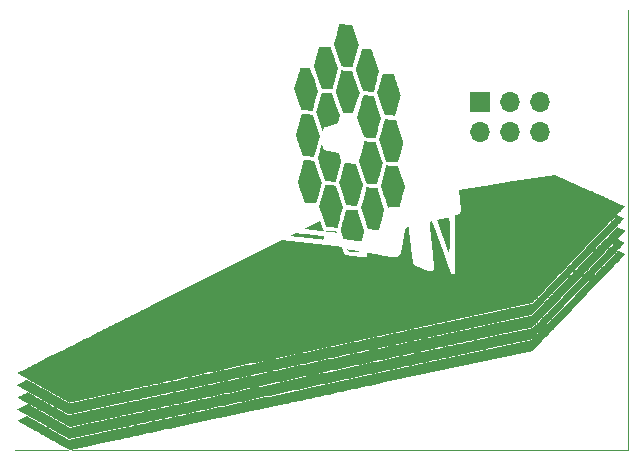
<source format=gts>
%TF.GenerationSoftware,KiCad,Pcbnew,(6.99.0-1934-gfe17dca71f)*%
%TF.CreationDate,2022-06-18T07:02:21-05:00*%
%TF.ProjectId,jwtelescope,6a777465-6c65-4736-936f-70652e6b6963,rev?*%
%TF.SameCoordinates,Original*%
%TF.FileFunction,Soldermask,Top*%
%TF.FilePolarity,Negative*%
%FSLAX46Y46*%
G04 Gerber Fmt 4.6, Leading zero omitted, Abs format (unit mm)*
G04 Created by KiCad (PCBNEW (6.99.0-1934-gfe17dca71f)) date 2022-06-18 07:02:21*
%MOMM*%
%LPD*%
G01*
G04 APERTURE LIST*
%ADD10R,1.700000X1.700000*%
%ADD11O,1.700000X1.700000*%
G04 APERTURE END LIST*
G36*
X89872403Y-54146386D02*
G01*
X89870416Y-54148373D01*
X89868429Y-54146386D01*
X89870416Y-54144400D01*
X89872403Y-54146386D01*
G37*
G36*
X92801032Y-50899860D02*
G01*
X92799045Y-50901846D01*
X92797058Y-50899860D01*
X92799045Y-50897873D01*
X92801032Y-50899860D01*
G37*
G36*
X92805006Y-50883965D02*
G01*
X92803019Y-50885952D01*
X92801032Y-50883965D01*
X92803019Y-50881978D01*
X92805006Y-50883965D01*
G37*
G36*
X89875117Y-54127760D02*
G01*
X89875591Y-54133970D01*
X89874803Y-54135376D01*
X89872997Y-54134191D01*
X89872716Y-54130160D01*
X89873687Y-54125920D01*
X89875117Y-54127760D01*
G37*
G36*
X89879091Y-54111865D02*
G01*
X89879564Y-54118075D01*
X89878777Y-54119481D01*
X89876971Y-54118296D01*
X89876690Y-54114266D01*
X89877660Y-54110026D01*
X89879091Y-54111865D01*
G37*
G36*
X91289695Y-51987996D02*
G01*
X91289149Y-51990358D01*
X91287046Y-51990645D01*
X91283775Y-51989191D01*
X91284397Y-51987996D01*
X91289113Y-51987520D01*
X91289695Y-51987996D01*
G37*
G36*
X92779904Y-50968655D02*
G01*
X92780378Y-50974865D01*
X92779591Y-50976271D01*
X92777784Y-50975086D01*
X92777503Y-50971055D01*
X92778474Y-50966815D01*
X92779904Y-50968655D01*
G37*
G36*
X92783813Y-50954829D02*
G01*
X92784288Y-50959545D01*
X92783813Y-50960128D01*
X92781450Y-50959582D01*
X92781163Y-50957478D01*
X92782617Y-50954208D01*
X92783813Y-50954829D01*
G37*
G36*
X92787852Y-50940839D02*
G01*
X92788325Y-50947049D01*
X92787538Y-50948455D01*
X92785732Y-50947270D01*
X92785451Y-50943239D01*
X92786421Y-50938999D01*
X92787852Y-50940839D01*
G37*
G36*
X92791760Y-50927013D02*
G01*
X92792236Y-50931729D01*
X92791760Y-50932312D01*
X92789398Y-50931766D01*
X92789111Y-50929662D01*
X92790565Y-50926392D01*
X92791760Y-50927013D01*
G37*
G36*
X92795734Y-50911118D02*
G01*
X92796209Y-50915834D01*
X92795734Y-50916417D01*
X92793371Y-50915871D01*
X92793085Y-50913768D01*
X92794539Y-50910497D01*
X92795734Y-50911118D01*
G37*
G36*
X111704005Y-72276471D02*
G01*
X59743679Y-72276471D01*
X59743679Y-72224813D01*
X64269793Y-72224813D01*
X64312485Y-72249133D01*
X64355178Y-72273454D01*
X64470416Y-72249064D01*
X64585653Y-72224673D01*
X88119000Y-72224743D01*
X111652346Y-72224813D01*
X111652346Y-34975188D01*
X111704005Y-34975188D01*
X111704005Y-72276471D01*
G37*
G36*
X90809105Y-53698799D02*
G01*
X90807950Y-53705304D01*
X90805130Y-53715192D01*
X90801518Y-53725347D01*
X90797987Y-53733659D01*
X90795407Y-53738022D01*
X90794629Y-53737555D01*
X90795437Y-53731821D01*
X90797850Y-53721691D01*
X90798948Y-53717686D01*
X90802558Y-53706838D01*
X90805957Y-53699382D01*
X90808391Y-53696357D01*
X90809105Y-53698799D01*
G37*
G36*
X92776019Y-50982800D02*
G01*
X92775814Y-50987091D01*
X92773915Y-50997201D01*
X92770693Y-51011271D01*
X92769109Y-51017617D01*
X92763905Y-51037177D01*
X92760226Y-51049070D01*
X92758028Y-51053420D01*
X92757267Y-51050530D01*
X92758178Y-51044591D01*
X92760620Y-51033999D01*
X92764026Y-51020798D01*
X92767831Y-51007030D01*
X92771470Y-50994742D01*
X92774375Y-50985975D01*
X92775982Y-50982775D01*
X92776019Y-50982800D01*
G37*
G36*
X87855823Y-55206370D02*
G01*
X87867214Y-55207678D01*
X87885311Y-55209938D01*
X87909534Y-55213069D01*
X87939301Y-55216989D01*
X87974031Y-55221619D01*
X88013142Y-55226879D01*
X88056053Y-55232686D01*
X88102183Y-55238962D01*
X88150950Y-55245626D01*
X88201773Y-55252596D01*
X88254071Y-55259793D01*
X88307263Y-55267137D01*
X88360766Y-55274545D01*
X88414001Y-55281939D01*
X88466385Y-55289238D01*
X88517337Y-55296360D01*
X88566276Y-55303226D01*
X88612620Y-55309755D01*
X88655789Y-55315867D01*
X88695201Y-55321481D01*
X88730274Y-55326516D01*
X88760428Y-55330892D01*
X88785080Y-55334529D01*
X88803650Y-55337346D01*
X88815557Y-55339262D01*
X88820219Y-55340198D01*
X88820253Y-55340218D01*
X88820036Y-55344470D01*
X88818012Y-55354766D01*
X88814599Y-55369521D01*
X88810216Y-55387148D01*
X88805282Y-55406063D01*
X88800216Y-55424680D01*
X88795437Y-55441414D01*
X88791363Y-55454680D01*
X88788413Y-55462892D01*
X88787361Y-55464731D01*
X88783142Y-55464752D01*
X88771841Y-55464274D01*
X88754301Y-55463348D01*
X88731369Y-55462021D01*
X88703889Y-55460345D01*
X88672706Y-55458368D01*
X88638667Y-55456140D01*
X88624655Y-55455204D01*
X88592144Y-55452987D01*
X88562850Y-55450893D01*
X88535848Y-55448817D01*
X88510212Y-55446656D01*
X88485015Y-55444306D01*
X88459331Y-55441664D01*
X88432235Y-55438626D01*
X88402799Y-55435088D01*
X88370097Y-55430946D01*
X88333204Y-55426097D01*
X88291193Y-55420437D01*
X88243139Y-55413862D01*
X88189899Y-55406516D01*
X88144159Y-55400150D01*
X88100733Y-55394031D01*
X88060260Y-55388254D01*
X88023383Y-55382914D01*
X87990742Y-55378106D01*
X87962977Y-55373926D01*
X87940730Y-55370467D01*
X87924642Y-55367826D01*
X87915352Y-55366096D01*
X87913247Y-55365491D01*
X87910702Y-55360656D01*
X87906021Y-55349936D01*
X87899712Y-55334650D01*
X87892284Y-55316116D01*
X87884246Y-55295651D01*
X87876106Y-55274574D01*
X87868374Y-55254203D01*
X87861558Y-55235855D01*
X87856167Y-55220849D01*
X87852709Y-55210502D01*
X87851694Y-55206133D01*
X87851719Y-55206092D01*
X87855823Y-55206370D01*
G37*
G36*
X84031038Y-53869873D02*
G01*
X84105026Y-53878602D01*
X84185619Y-53888104D01*
X84271530Y-53898228D01*
X84361471Y-53908822D01*
X84454154Y-53919734D01*
X84548291Y-53930813D01*
X84642595Y-53941908D01*
X84735778Y-53952867D01*
X84826552Y-53963538D01*
X84913628Y-53973770D01*
X84995720Y-53983412D01*
X85064205Y-53991450D01*
X85163355Y-54003088D01*
X85254847Y-54013835D01*
X85338918Y-54023719D01*
X85415803Y-54032768D01*
X85485738Y-54041011D01*
X85548961Y-54048476D01*
X85605707Y-54055190D01*
X85656213Y-54061183D01*
X85700714Y-54066481D01*
X85739447Y-54071113D01*
X85772648Y-54075107D01*
X85800554Y-54078491D01*
X85823400Y-54081294D01*
X85841423Y-54083543D01*
X85854859Y-54085267D01*
X85863945Y-54086493D01*
X85867889Y-54087078D01*
X85877115Y-54089002D01*
X85881436Y-54092493D01*
X85882713Y-54100036D01*
X85882790Y-54107025D01*
X85881687Y-54129112D01*
X85878607Y-54156271D01*
X85873897Y-54186877D01*
X85867900Y-54219303D01*
X85860964Y-54251924D01*
X85853432Y-54283112D01*
X85845651Y-54311244D01*
X85837966Y-54334692D01*
X85830834Y-54351612D01*
X85824304Y-54363766D01*
X85818310Y-54371743D01*
X85811145Y-54376160D01*
X85801098Y-54377636D01*
X85786462Y-54376790D01*
X85767553Y-54374500D01*
X85761448Y-54373763D01*
X85750298Y-54372481D01*
X85733965Y-54370638D01*
X85712314Y-54368220D01*
X85685208Y-54365211D01*
X85652511Y-54361598D01*
X85614087Y-54357365D01*
X85569800Y-54352497D01*
X85519514Y-54346979D01*
X85463091Y-54340796D01*
X85400397Y-54333934D01*
X85331295Y-54326378D01*
X85255648Y-54318112D01*
X85173321Y-54309122D01*
X85084177Y-54299393D01*
X84988080Y-54288909D01*
X84884895Y-54277657D01*
X84774483Y-54265621D01*
X84656711Y-54252786D01*
X84531440Y-54239138D01*
X84398536Y-54224661D01*
X84263501Y-54209955D01*
X84141852Y-54196706D01*
X84027878Y-54184291D01*
X83921352Y-54172685D01*
X83822046Y-54161862D01*
X83729736Y-54151798D01*
X83644194Y-54142469D01*
X83565193Y-54133848D01*
X83492508Y-54125911D01*
X83425911Y-54118634D01*
X83365176Y-54111991D01*
X83310076Y-54105958D01*
X83260385Y-54100510D01*
X83215876Y-54095621D01*
X83176323Y-54091268D01*
X83141499Y-54087424D01*
X83111178Y-54084066D01*
X83085133Y-54081168D01*
X83063137Y-54078706D01*
X83044965Y-54076654D01*
X83030388Y-54074988D01*
X83019182Y-54073683D01*
X83011118Y-54072714D01*
X83005972Y-54072057D01*
X83003515Y-54071685D01*
X83003228Y-54071606D01*
X83006532Y-54069720D01*
X83016397Y-54064573D01*
X83032271Y-54056441D01*
X83053600Y-54045606D01*
X83079831Y-54032346D01*
X83110411Y-54016940D01*
X83144786Y-53999667D01*
X83182403Y-53980807D01*
X83222710Y-53960639D01*
X83263322Y-53940354D01*
X83524389Y-53810076D01*
X84031038Y-53869873D01*
G37*
G36*
X85851671Y-38042928D02*
G01*
X85907107Y-38043029D01*
X85956319Y-38043215D01*
X86000168Y-38043502D01*
X86039517Y-38043904D01*
X86075227Y-38044437D01*
X86108160Y-38045115D01*
X86139176Y-38045953D01*
X86169139Y-38046967D01*
X86198909Y-38048171D01*
X86229349Y-38049580D01*
X86258143Y-38051042D01*
X86292485Y-38052910D01*
X86324322Y-38054768D01*
X86352785Y-38056556D01*
X86377005Y-38058213D01*
X86396111Y-38059679D01*
X86409236Y-38060895D01*
X86415510Y-38061799D01*
X86415906Y-38061969D01*
X86418175Y-38066600D01*
X86422938Y-38078074D01*
X86429963Y-38095772D01*
X86439019Y-38119071D01*
X86449877Y-38147351D01*
X86462303Y-38179989D01*
X86476068Y-38216365D01*
X86490940Y-38255857D01*
X86506688Y-38297844D01*
X86523082Y-38341704D01*
X86539889Y-38386817D01*
X86556880Y-38432559D01*
X86573822Y-38478311D01*
X86590486Y-38523451D01*
X86606639Y-38567358D01*
X86622052Y-38609409D01*
X86636492Y-38648984D01*
X86649729Y-38685462D01*
X86661531Y-38718220D01*
X86671668Y-38746638D01*
X86679909Y-38770094D01*
X86686022Y-38787967D01*
X86687340Y-38791943D01*
X86693275Y-38810046D01*
X86701485Y-38835102D01*
X86711773Y-38866510D01*
X86723943Y-38903672D01*
X86737799Y-38945986D01*
X86753143Y-38992853D01*
X86769779Y-39043672D01*
X86787512Y-39097844D01*
X86806143Y-39154767D01*
X86825478Y-39213842D01*
X86845319Y-39274468D01*
X86865470Y-39336046D01*
X86880187Y-39381024D01*
X87036534Y-39858840D01*
X86961934Y-40165833D01*
X86949133Y-40218505D01*
X86934769Y-40277603D01*
X86919157Y-40341832D01*
X86902611Y-40409896D01*
X86885447Y-40480500D01*
X86867980Y-40552346D01*
X86850524Y-40624141D01*
X86833395Y-40694587D01*
X86816908Y-40762390D01*
X86801377Y-40826253D01*
X86796488Y-40846355D01*
X86782027Y-40905572D01*
X86766931Y-40966936D01*
X86751457Y-41029425D01*
X86735863Y-41092016D01*
X86720407Y-41153689D01*
X86705345Y-41213421D01*
X86690936Y-41270190D01*
X86677436Y-41322973D01*
X86665103Y-41370749D01*
X86654195Y-41412496D01*
X86647878Y-41436336D01*
X86637205Y-41476347D01*
X86627171Y-41513999D01*
X86617959Y-41548605D01*
X86609752Y-41579474D01*
X86602733Y-41605917D01*
X86597084Y-41627246D01*
X86592990Y-41642771D01*
X86590632Y-41651802D01*
X86590112Y-41653898D01*
X86588291Y-41654547D01*
X86582614Y-41654840D01*
X86572761Y-41654758D01*
X86558414Y-41654280D01*
X86539251Y-41653387D01*
X86514954Y-41652059D01*
X86485203Y-41650277D01*
X86449677Y-41648021D01*
X86408058Y-41645272D01*
X86360026Y-41642009D01*
X86305261Y-41638214D01*
X86243442Y-41633866D01*
X86174251Y-41628946D01*
X86119227Y-41625005D01*
X86062883Y-41620968D01*
X86008555Y-41617092D01*
X85956796Y-41613415D01*
X85908157Y-41609975D01*
X85863192Y-41606812D01*
X85822453Y-41603963D01*
X85786492Y-41601468D01*
X85755862Y-41599365D01*
X85731115Y-41597692D01*
X85712804Y-41596488D01*
X85701481Y-41595791D01*
X85698013Y-41595626D01*
X85682118Y-41595348D01*
X85531283Y-41177331D01*
X85380448Y-40759315D01*
X85214773Y-40213676D01*
X85049098Y-39668038D01*
X85475290Y-38042898D01*
X85789150Y-38042898D01*
X85851671Y-38042928D01*
G37*
G36*
X85681557Y-46274774D02*
G01*
X85685954Y-46284730D01*
X85692716Y-46300919D01*
X85701603Y-46322746D01*
X85712380Y-46349616D01*
X85724807Y-46380934D01*
X85738647Y-46416104D01*
X85753662Y-46454533D01*
X85769615Y-46495626D01*
X85779062Y-46520081D01*
X85875956Y-46771323D01*
X87112204Y-47081117D01*
X87220714Y-47397004D01*
X87237229Y-47445143D01*
X87252980Y-47491168D01*
X87267776Y-47534520D01*
X87281428Y-47574638D01*
X87293747Y-47610960D01*
X87304543Y-47642927D01*
X87313626Y-47669979D01*
X87320808Y-47691555D01*
X87325899Y-47707094D01*
X87328709Y-47716035D01*
X87329224Y-47718033D01*
X87328200Y-47723322D01*
X87325205Y-47735863D01*
X87320350Y-47755236D01*
X87313748Y-47781024D01*
X87305511Y-47812809D01*
X87295751Y-47850173D01*
X87284581Y-47892698D01*
X87272113Y-47939965D01*
X87258459Y-47991556D01*
X87243731Y-48047054D01*
X87228042Y-48106041D01*
X87211505Y-48168097D01*
X87194230Y-48232806D01*
X87176332Y-48299748D01*
X87157921Y-48368507D01*
X87139111Y-48438663D01*
X87120014Y-48509799D01*
X87100741Y-48581496D01*
X87081406Y-48653337D01*
X87062120Y-48724903D01*
X87042995Y-48795777D01*
X87024145Y-48865539D01*
X87005682Y-48933773D01*
X86987717Y-49000060D01*
X86970363Y-49063982D01*
X86953732Y-49125120D01*
X86937937Y-49183057D01*
X86923090Y-49237375D01*
X86909303Y-49287655D01*
X86896688Y-49333479D01*
X86885358Y-49374430D01*
X86875426Y-49410089D01*
X86867003Y-49440038D01*
X86861774Y-49458394D01*
X86855787Y-49479256D01*
X86821299Y-49478521D01*
X86802079Y-49477990D01*
X86782757Y-49477259D01*
X86767037Y-49476471D01*
X86764956Y-49476339D01*
X86757863Y-49475926D01*
X86743426Y-49475135D01*
X86722235Y-49473995D01*
X86694882Y-49472540D01*
X86661959Y-49470799D01*
X86624057Y-49468804D01*
X86581768Y-49466586D01*
X86535685Y-49464176D01*
X86486397Y-49461605D01*
X86434497Y-49458905D01*
X86380578Y-49456106D01*
X86370114Y-49455564D01*
X86316368Y-49452746D01*
X86264876Y-49449981D01*
X86216192Y-49447305D01*
X86170871Y-49444749D01*
X86129467Y-49442347D01*
X86092535Y-49440133D01*
X86060628Y-49438140D01*
X86034302Y-49436401D01*
X86014110Y-49434950D01*
X86000606Y-49433821D01*
X85994345Y-49433045D01*
X85993975Y-49432909D01*
X85992428Y-49428906D01*
X85988420Y-49417699D01*
X85982059Y-49399605D01*
X85973456Y-49374939D01*
X85962718Y-49344019D01*
X85949955Y-49307161D01*
X85935276Y-49264682D01*
X85918789Y-49216897D01*
X85900604Y-49164123D01*
X85880829Y-49106678D01*
X85859574Y-49044876D01*
X85836948Y-48979035D01*
X85813059Y-48909472D01*
X85788016Y-48836502D01*
X85761929Y-48760442D01*
X85734907Y-48681609D01*
X85707057Y-48600319D01*
X85678490Y-48516888D01*
X85662186Y-48469253D01*
X85333550Y-47508922D01*
X85505453Y-46891687D01*
X85524447Y-46823520D01*
X85542884Y-46757428D01*
X85560647Y-46693817D01*
X85577623Y-46633092D01*
X85593698Y-46575660D01*
X85608757Y-46521928D01*
X85622687Y-46472301D01*
X85635374Y-46427185D01*
X85646702Y-46386988D01*
X85656558Y-46352113D01*
X85664828Y-46322969D01*
X85671398Y-46299961D01*
X85676152Y-46283495D01*
X85678978Y-46273978D01*
X85679762Y-46271646D01*
X85681557Y-46274774D01*
G37*
G36*
X85989840Y-49760416D02*
G01*
X86008034Y-49761046D01*
X86032348Y-49762007D01*
X86062175Y-49763267D01*
X86096911Y-49764797D01*
X86135949Y-49766566D01*
X86178685Y-49768545D01*
X86224511Y-49770703D01*
X86272824Y-49773010D01*
X86323016Y-49775437D01*
X86374484Y-49777952D01*
X86426620Y-49780527D01*
X86478819Y-49783131D01*
X86530476Y-49785733D01*
X86580986Y-49788305D01*
X86629741Y-49790814D01*
X86676138Y-49793233D01*
X86719570Y-49795530D01*
X86759431Y-49797675D01*
X86795117Y-49799639D01*
X86826020Y-49801391D01*
X86851537Y-49802901D01*
X86871061Y-49804139D01*
X86883986Y-49805075D01*
X86889707Y-49805679D01*
X86889935Y-49805759D01*
X86891267Y-49809601D01*
X86894980Y-49820660D01*
X86900965Y-49838609D01*
X86909113Y-49863117D01*
X86919315Y-49893855D01*
X86931461Y-49930495D01*
X86945445Y-49972707D01*
X86961155Y-50020161D01*
X86978484Y-50072529D01*
X86997322Y-50129481D01*
X87017560Y-50190687D01*
X87039090Y-50255820D01*
X87061803Y-50324549D01*
X87085589Y-50396545D01*
X87110341Y-50471479D01*
X87135948Y-50549022D01*
X87162302Y-50628844D01*
X87185527Y-50699205D01*
X87479979Y-51591322D01*
X87253467Y-52463535D01*
X87232280Y-52545122D01*
X87211591Y-52624790D01*
X87191492Y-52702189D01*
X87172074Y-52776969D01*
X87153428Y-52848778D01*
X87135645Y-52917266D01*
X87118816Y-52982082D01*
X87103033Y-53042875D01*
X87088385Y-53099294D01*
X87074965Y-53150989D01*
X87062863Y-53197608D01*
X87052171Y-53238802D01*
X87042979Y-53274218D01*
X87035379Y-53303506D01*
X87029462Y-53326316D01*
X87025318Y-53342297D01*
X87023040Y-53351097D01*
X87022643Y-53352636D01*
X87018330Y-53369525D01*
X86982045Y-53369027D01*
X86973181Y-53368729D01*
X86956952Y-53367994D01*
X86933926Y-53366853D01*
X86904672Y-53365336D01*
X86869758Y-53363475D01*
X86829754Y-53361301D01*
X86785226Y-53358846D01*
X86736745Y-53356139D01*
X86684878Y-53353214D01*
X86630195Y-53350099D01*
X86573262Y-53346828D01*
X86515067Y-53343454D01*
X86457266Y-53340061D01*
X86401693Y-53336745D01*
X86348864Y-53333539D01*
X86299292Y-53330477D01*
X86253491Y-53327592D01*
X86211975Y-53324918D01*
X86175259Y-53322489D01*
X86143857Y-53320338D01*
X86118283Y-53318499D01*
X86099051Y-53317005D01*
X86086676Y-53315890D01*
X86081670Y-53315188D01*
X86081596Y-53315142D01*
X86080013Y-53311153D01*
X86075867Y-53300016D01*
X86069280Y-53282066D01*
X86060371Y-53257638D01*
X86049262Y-53227066D01*
X86036072Y-53190683D01*
X86020923Y-53148824D01*
X86003936Y-53101822D01*
X85985230Y-53050012D01*
X85964926Y-52993729D01*
X85943146Y-52933305D01*
X85920008Y-52869075D01*
X85895635Y-52801374D01*
X85870147Y-52730534D01*
X85843664Y-52656892D01*
X85816307Y-52580779D01*
X85788197Y-52502531D01*
X85773977Y-52462934D01*
X85469135Y-51613963D01*
X85720384Y-50688670D01*
X85743127Y-50604936D01*
X85765338Y-50523215D01*
X85786926Y-50443838D01*
X85807800Y-50367138D01*
X85827870Y-50293445D01*
X85847043Y-50223093D01*
X85865230Y-50156413D01*
X85882341Y-50093738D01*
X85898283Y-50035399D01*
X85912966Y-49981729D01*
X85926300Y-49933059D01*
X85938193Y-49889722D01*
X85948555Y-49852050D01*
X85957296Y-49820375D01*
X85964323Y-49795028D01*
X85969547Y-49776342D01*
X85972877Y-49764650D01*
X85974222Y-49760282D01*
X85974233Y-49760265D01*
X85978371Y-49760145D01*
X85989840Y-49760416D01*
G37*
G36*
X83905172Y-39828742D02*
G01*
X83923055Y-39829215D01*
X83946777Y-39829967D01*
X83975637Y-39830969D01*
X84008935Y-39832192D01*
X84045972Y-39833609D01*
X84086046Y-39835190D01*
X84128458Y-39836908D01*
X84172508Y-39838734D01*
X84217495Y-39840639D01*
X84262719Y-39842596D01*
X84307480Y-39844575D01*
X84351077Y-39846549D01*
X84392812Y-39848489D01*
X84431983Y-39850367D01*
X84467890Y-39852154D01*
X84470134Y-39852269D01*
X84716505Y-39864847D01*
X84894549Y-40357588D01*
X85072594Y-40850329D01*
X85220805Y-41338053D01*
X85369017Y-41825778D01*
X85145780Y-42641433D01*
X84922544Y-43457087D01*
X84898998Y-43457624D01*
X84891950Y-43457566D01*
X84877494Y-43457257D01*
X84856168Y-43456714D01*
X84828508Y-43455954D01*
X84795051Y-43454991D01*
X84756332Y-43453843D01*
X84712887Y-43452525D01*
X84665254Y-43451054D01*
X84613969Y-43449446D01*
X84559567Y-43447716D01*
X84502585Y-43445882D01*
X84443560Y-43443958D01*
X84427462Y-43443430D01*
X84368488Y-43441476D01*
X84311754Y-43439569D01*
X84257763Y-43437727D01*
X84207020Y-43435967D01*
X84160025Y-43434309D01*
X84117284Y-43432771D01*
X84079299Y-43431371D01*
X84046573Y-43430128D01*
X84019609Y-43429060D01*
X83998910Y-43428185D01*
X83984980Y-43427522D01*
X83978322Y-43427089D01*
X83977805Y-43426998D01*
X83976310Y-43423096D01*
X83972364Y-43412131D01*
X83966123Y-43394549D01*
X83957740Y-43370794D01*
X83947372Y-43341313D01*
X83935174Y-43306550D01*
X83921300Y-43266951D01*
X83905906Y-43222961D01*
X83889146Y-43175025D01*
X83871177Y-43123588D01*
X83852152Y-43069097D01*
X83832228Y-43011996D01*
X83811559Y-42952730D01*
X83790300Y-42891746D01*
X83768606Y-42829487D01*
X83746633Y-42766400D01*
X83724535Y-42702929D01*
X83702469Y-42639520D01*
X83680587Y-42576619D01*
X83659047Y-42514670D01*
X83638003Y-42454119D01*
X83617610Y-42395411D01*
X83598023Y-42338992D01*
X83579397Y-42285306D01*
X83561888Y-42234800D01*
X83545650Y-42187917D01*
X83530839Y-42145105D01*
X83517609Y-42106807D01*
X83506117Y-42073469D01*
X83496516Y-42045537D01*
X83490017Y-42026549D01*
X83475949Y-41985311D01*
X83460680Y-41940513D01*
X83444846Y-41894026D01*
X83429083Y-41847722D01*
X83414029Y-41803472D01*
X83400322Y-41763145D01*
X83389424Y-41731053D01*
X83344435Y-41598480D01*
X83417863Y-41343690D01*
X83431192Y-41297546D01*
X83444529Y-41251579D01*
X83457605Y-41206704D01*
X83470149Y-41163837D01*
X83481894Y-41123892D01*
X83492569Y-41087785D01*
X83501906Y-41056431D01*
X83509636Y-41030747D01*
X83515488Y-41011647D01*
X83516204Y-41009352D01*
X83519870Y-40997683D01*
X83525604Y-40979487D01*
X83533248Y-40955257D01*
X83542645Y-40925490D01*
X83553640Y-40890679D01*
X83566076Y-40851321D01*
X83579795Y-40807910D01*
X83594642Y-40760942D01*
X83610459Y-40710912D01*
X83627091Y-40658314D01*
X83644379Y-40603644D01*
X83662169Y-40547397D01*
X83680303Y-40490068D01*
X83698624Y-40432152D01*
X83716975Y-40374145D01*
X83735201Y-40316541D01*
X83753145Y-40259835D01*
X83770649Y-40204523D01*
X83787558Y-40151100D01*
X83803714Y-40100061D01*
X83818961Y-40051900D01*
X83833142Y-40007114D01*
X83846101Y-39966197D01*
X83857681Y-39929645D01*
X83867726Y-39897951D01*
X83876078Y-39871613D01*
X83882581Y-39851124D01*
X83887079Y-39836979D01*
X83889414Y-39829675D01*
X83889722Y-39828743D01*
X83893827Y-39828575D01*
X83905172Y-39828742D01*
G37*
G36*
X91070638Y-44188747D02*
G01*
X91078041Y-44189167D01*
X91092507Y-44190304D01*
X91113433Y-44192099D01*
X91140218Y-44194494D01*
X91172260Y-44197428D01*
X91208955Y-44200844D01*
X91249703Y-44204681D01*
X91293900Y-44208882D01*
X91340945Y-44213386D01*
X91390236Y-44218135D01*
X91441171Y-44223070D01*
X91493147Y-44228131D01*
X91545562Y-44233260D01*
X91597815Y-44238398D01*
X91649302Y-44243486D01*
X91699423Y-44248464D01*
X91747574Y-44253273D01*
X91793154Y-44257855D01*
X91835560Y-44262151D01*
X91874191Y-44266100D01*
X91908444Y-44269645D01*
X91937717Y-44272727D01*
X91961408Y-44275285D01*
X91978915Y-44277262D01*
X91989636Y-44278598D01*
X91992974Y-44279192D01*
X91994349Y-44283045D01*
X91998038Y-44294070D01*
X92003912Y-44311874D01*
X92011845Y-44336068D01*
X92021710Y-44366258D01*
X92033381Y-44402053D01*
X92046731Y-44443062D01*
X92061633Y-44488892D01*
X92077961Y-44539151D01*
X92095587Y-44593448D01*
X92114386Y-44651392D01*
X92134230Y-44712589D01*
X92154993Y-44776649D01*
X92176548Y-44843180D01*
X92198769Y-44911790D01*
X92221528Y-44982087D01*
X92244699Y-45053679D01*
X92268156Y-45126175D01*
X92291771Y-45199183D01*
X92315417Y-45272310D01*
X92338970Y-45345166D01*
X92362300Y-45417359D01*
X92385283Y-45488496D01*
X92407790Y-45558186D01*
X92429696Y-45626037D01*
X92450874Y-45691658D01*
X92471197Y-45754656D01*
X92490538Y-45814639D01*
X92508770Y-45871217D01*
X92525768Y-45923997D01*
X92541404Y-45972587D01*
X92555551Y-46016596D01*
X92568083Y-46055632D01*
X92578874Y-46089303D01*
X92587795Y-46117217D01*
X92594722Y-46138983D01*
X92599527Y-46154209D01*
X92602083Y-46162502D01*
X92602485Y-46163979D01*
X92601401Y-46168428D01*
X92598191Y-46180153D01*
X92592956Y-46198803D01*
X92585798Y-46224026D01*
X92576818Y-46255470D01*
X92566118Y-46292782D01*
X92553800Y-46335611D01*
X92539965Y-46383604D01*
X92524716Y-46436410D01*
X92508153Y-46493677D01*
X92490379Y-46555052D01*
X92471495Y-46620184D01*
X92451602Y-46688720D01*
X92430803Y-46760309D01*
X92409199Y-46834599D01*
X92386891Y-46911236D01*
X92363982Y-46989871D01*
X92363157Y-46992702D01*
X92123690Y-47814268D01*
X92103733Y-47813749D01*
X92097226Y-47813495D01*
X92083300Y-47812884D01*
X92062470Y-47811940D01*
X92035256Y-47810689D01*
X92002174Y-47809154D01*
X91963744Y-47807360D01*
X91920483Y-47805331D01*
X91872908Y-47803090D01*
X91821537Y-47800663D01*
X91766889Y-47798074D01*
X91709481Y-47795347D01*
X91649831Y-47792505D01*
X91616201Y-47790900D01*
X91555946Y-47788007D01*
X91497919Y-47785190D01*
X91442611Y-47782474D01*
X91390515Y-47779885D01*
X91342123Y-47777449D01*
X91297928Y-47775191D01*
X91258420Y-47773136D01*
X91224093Y-47771310D01*
X91195438Y-47769739D01*
X91172948Y-47768448D01*
X91157114Y-47767463D01*
X91148429Y-47766808D01*
X91146853Y-47766584D01*
X91145453Y-47762685D01*
X91141652Y-47751574D01*
X91135560Y-47733579D01*
X91127287Y-47709028D01*
X91116943Y-47678250D01*
X91104637Y-47641571D01*
X91090479Y-47599322D01*
X91074579Y-47551829D01*
X91057047Y-47499421D01*
X91037992Y-47442426D01*
X91017524Y-47381173D01*
X90995753Y-47315989D01*
X90972789Y-47247203D01*
X90948741Y-47175143D01*
X90923719Y-47100137D01*
X90897833Y-47022513D01*
X90871193Y-46942600D01*
X90846147Y-46867444D01*
X90547215Y-45970292D01*
X90787151Y-45079271D01*
X91027087Y-44188251D01*
X91070638Y-44188747D01*
G37*
G36*
X96486378Y-52517639D02*
G01*
X96489056Y-52526613D01*
X96489159Y-52527097D01*
X96491084Y-52540149D01*
X96492969Y-52560762D01*
X96494809Y-52588548D01*
X96496601Y-52623120D01*
X96498339Y-52664091D01*
X96500019Y-52711074D01*
X96501635Y-52763682D01*
X96503184Y-52821527D01*
X96504659Y-52884223D01*
X96506057Y-52951383D01*
X96507373Y-53022619D01*
X96508601Y-53097545D01*
X96509738Y-53175772D01*
X96510777Y-53256915D01*
X96511715Y-53340586D01*
X96512547Y-53426398D01*
X96513268Y-53513964D01*
X96513873Y-53602897D01*
X96514357Y-53692809D01*
X96514716Y-53783314D01*
X96514944Y-53874025D01*
X96515038Y-53964554D01*
X96514991Y-54054514D01*
X96514800Y-54143519D01*
X96514460Y-54231181D01*
X96513966Y-54317113D01*
X96513312Y-54400927D01*
X96512879Y-54446433D01*
X96511713Y-54555509D01*
X96510509Y-54656947D01*
X96509259Y-54751056D01*
X96507956Y-54838145D01*
X96506591Y-54918523D01*
X96505157Y-54992500D01*
X96503647Y-55060385D01*
X96502051Y-55122487D01*
X96500363Y-55179115D01*
X96498574Y-55230579D01*
X96496677Y-55277187D01*
X96494663Y-55319249D01*
X96492526Y-55357073D01*
X96490257Y-55390970D01*
X96488297Y-55415989D01*
X96485530Y-55445526D01*
X96482633Y-55467653D01*
X96479283Y-55482906D01*
X96475153Y-55491821D01*
X96469919Y-55494933D01*
X96463255Y-55492777D01*
X96454835Y-55485890D01*
X96449283Y-55480220D01*
X96430656Y-55456430D01*
X96411997Y-55424763D01*
X96393378Y-55385400D01*
X96389941Y-55376731D01*
X96384086Y-55361104D01*
X96375925Y-55338841D01*
X96365572Y-55310268D01*
X96353141Y-55275708D01*
X96338744Y-55235484D01*
X96322495Y-55189920D01*
X96304508Y-55139341D01*
X96284896Y-55084070D01*
X96263772Y-55024430D01*
X96241250Y-54960747D01*
X96217443Y-54893342D01*
X96192464Y-54822541D01*
X96166428Y-54748668D01*
X96139447Y-54672045D01*
X96111634Y-54592997D01*
X96083103Y-54511847D01*
X96053968Y-54428920D01*
X96024342Y-54344539D01*
X95994338Y-54259027D01*
X95964070Y-54172710D01*
X95933651Y-54085910D01*
X95903194Y-53998952D01*
X95872813Y-53912159D01*
X95842621Y-53825855D01*
X95812732Y-53740364D01*
X95783259Y-53656009D01*
X95754315Y-53573115D01*
X95726014Y-53492006D01*
X95698469Y-53413004D01*
X95671794Y-53336435D01*
X95646102Y-53262621D01*
X95621506Y-53191886D01*
X95598120Y-53124555D01*
X95576057Y-53060952D01*
X95555431Y-53001399D01*
X95536354Y-52946221D01*
X95518941Y-52895742D01*
X95503305Y-52850285D01*
X95489558Y-52810174D01*
X95477816Y-52775733D01*
X95468190Y-52747287D01*
X95460794Y-52725158D01*
X95455742Y-52709670D01*
X95453148Y-52701148D01*
X95452828Y-52699499D01*
X95456792Y-52698686D01*
X95467951Y-52696542D01*
X95485683Y-52693185D01*
X95509369Y-52688728D01*
X95538387Y-52683289D01*
X95572117Y-52676981D01*
X95609939Y-52669922D01*
X95651232Y-52662227D01*
X95695375Y-52654011D01*
X95741747Y-52645389D01*
X95789729Y-52636477D01*
X95838700Y-52627392D01*
X95888038Y-52618248D01*
X95937124Y-52609161D01*
X95985337Y-52600246D01*
X96032056Y-52591619D01*
X96039612Y-52590226D01*
X96091824Y-52580635D01*
X96143294Y-52571256D01*
X96193370Y-52562205D01*
X96241397Y-52553594D01*
X96286722Y-52545540D01*
X96328691Y-52538156D01*
X96366649Y-52531557D01*
X96399945Y-52525857D01*
X96427923Y-52521171D01*
X96449931Y-52517613D01*
X96465313Y-52515298D01*
X96472522Y-52514407D01*
X96481813Y-52514293D01*
X96486378Y-52517639D01*
G37*
G36*
X87638147Y-47921009D02*
G01*
X87656337Y-47921367D01*
X87680678Y-47921925D01*
X87710572Y-47922666D01*
X87745420Y-47923571D01*
X87784625Y-47924622D01*
X87827590Y-47925802D01*
X87873716Y-47927094D01*
X87922406Y-47928478D01*
X87973062Y-47929938D01*
X88025086Y-47931456D01*
X88077881Y-47933014D01*
X88130849Y-47934594D01*
X88183392Y-47936178D01*
X88234912Y-47937748D01*
X88284813Y-47939288D01*
X88332495Y-47940778D01*
X88377361Y-47942202D01*
X88418814Y-47943541D01*
X88456256Y-47944777D01*
X88489089Y-47945894D01*
X88516715Y-47946872D01*
X88538537Y-47947695D01*
X88553957Y-47948344D01*
X88562376Y-47948802D01*
X88563808Y-47948966D01*
X88565400Y-47952881D01*
X88569318Y-47963917D01*
X88575419Y-47981643D01*
X88583562Y-48005627D01*
X88593604Y-48035436D01*
X88605402Y-48070639D01*
X88618815Y-48110803D01*
X88633699Y-48155496D01*
X88649913Y-48204286D01*
X88667314Y-48256740D01*
X88685760Y-48312426D01*
X88705109Y-48370912D01*
X88725217Y-48431767D01*
X88745943Y-48494556D01*
X88767145Y-48558850D01*
X88788680Y-48624214D01*
X88810405Y-48690218D01*
X88832178Y-48756428D01*
X88853858Y-48822413D01*
X88875301Y-48887740D01*
X88896365Y-48951977D01*
X88916908Y-49014692D01*
X88936788Y-49075453D01*
X88955862Y-49133828D01*
X88973987Y-49189384D01*
X88991023Y-49241689D01*
X89006825Y-49290310D01*
X89021252Y-49334817D01*
X89034161Y-49374775D01*
X89045410Y-49409754D01*
X89054857Y-49439322D01*
X89059330Y-49453427D01*
X89161036Y-49775298D01*
X88933411Y-50649515D01*
X88705785Y-51523733D01*
X88690056Y-51524357D01*
X88684070Y-51524182D01*
X88670677Y-51523512D01*
X88650399Y-51522380D01*
X88623759Y-51520817D01*
X88591280Y-51518856D01*
X88553483Y-51516531D01*
X88510891Y-51513872D01*
X88464027Y-51510913D01*
X88413414Y-51507686D01*
X88359574Y-51504224D01*
X88303030Y-51500559D01*
X88244303Y-51496723D01*
X88225574Y-51495494D01*
X88166618Y-51491612D01*
X88109913Y-51487863D01*
X88055959Y-51484282D01*
X88005256Y-51480901D01*
X87958303Y-51477754D01*
X87915602Y-51474877D01*
X87877652Y-51472301D01*
X87844953Y-51470062D01*
X87818005Y-51468193D01*
X87797308Y-51466728D01*
X87783363Y-51465700D01*
X87776668Y-51465145D01*
X87776130Y-51465067D01*
X87774840Y-51461262D01*
X87771166Y-51450232D01*
X87765214Y-51432300D01*
X87757091Y-51407788D01*
X87746904Y-51377019D01*
X87734759Y-51340313D01*
X87720762Y-51297995D01*
X87705020Y-51250386D01*
X87687640Y-51197809D01*
X87668728Y-51140585D01*
X87648391Y-51079038D01*
X87626735Y-51013489D01*
X87603867Y-50944262D01*
X87579893Y-50871677D01*
X87554920Y-50796058D01*
X87529054Y-50717727D01*
X87502403Y-50637007D01*
X87475071Y-50554219D01*
X87468609Y-50534641D01*
X87161778Y-49605155D01*
X87231979Y-49340539D01*
X87244966Y-49291726D01*
X87259060Y-49239011D01*
X87274142Y-49182828D01*
X87290092Y-49123611D01*
X87306791Y-49061795D01*
X87324119Y-48997813D01*
X87341957Y-48932099D01*
X87360186Y-48865089D01*
X87378685Y-48797216D01*
X87397335Y-48728914D01*
X87416017Y-48660618D01*
X87434612Y-48592762D01*
X87452999Y-48525780D01*
X87471060Y-48460106D01*
X87488674Y-48396175D01*
X87505723Y-48334421D01*
X87522087Y-48275277D01*
X87537646Y-48219179D01*
X87552281Y-48166561D01*
X87565873Y-48117856D01*
X87578301Y-48073499D01*
X87589447Y-48033924D01*
X87599191Y-47999565D01*
X87607414Y-47970857D01*
X87613995Y-47948234D01*
X87618817Y-47932130D01*
X87621758Y-47922979D01*
X87622607Y-47920963D01*
X87626704Y-47920868D01*
X87638147Y-47921009D01*
G37*
G36*
X83988802Y-43754566D02*
G01*
X84000167Y-43754944D01*
X84018281Y-43755646D01*
X84042549Y-43756642D01*
X84072376Y-43757907D01*
X84107169Y-43759413D01*
X84146331Y-43761131D01*
X84189269Y-43763036D01*
X84235387Y-43765100D01*
X84284091Y-43767294D01*
X84334785Y-43769593D01*
X84386877Y-43771967D01*
X84439770Y-43774391D01*
X84492869Y-43776837D01*
X84545581Y-43779277D01*
X84597310Y-43781684D01*
X84647462Y-43784031D01*
X84695441Y-43786290D01*
X84740654Y-43788434D01*
X84782505Y-43790435D01*
X84820399Y-43792267D01*
X84853743Y-43793901D01*
X84881940Y-43795310D01*
X84904397Y-43796468D01*
X84920519Y-43797346D01*
X84929711Y-43797917D01*
X84931702Y-43798119D01*
X84933095Y-43801990D01*
X84936890Y-43813074D01*
X84942976Y-43831043D01*
X84951246Y-43855569D01*
X84961588Y-43886325D01*
X84973894Y-43922983D01*
X84988053Y-43965216D01*
X85003956Y-44012696D01*
X85021494Y-44065095D01*
X85040557Y-44122087D01*
X85061035Y-44183342D01*
X85082819Y-44248534D01*
X85105798Y-44317336D01*
X85129864Y-44389419D01*
X85154907Y-44464456D01*
X85180818Y-44542119D01*
X85207485Y-44622081D01*
X85233238Y-44699326D01*
X85533083Y-45598841D01*
X85510891Y-45678355D01*
X85505893Y-45696142D01*
X85498906Y-45720816D01*
X85490065Y-45751908D01*
X85479504Y-45788954D01*
X85467358Y-45831486D01*
X85453761Y-45879038D01*
X85438847Y-45931143D01*
X85422749Y-45987335D01*
X85405603Y-46047147D01*
X85387542Y-46110113D01*
X85368701Y-46175766D01*
X85349213Y-46243640D01*
X85329214Y-46313267D01*
X85308836Y-46384182D01*
X85288215Y-46455919D01*
X85267485Y-46528009D01*
X85246779Y-46599988D01*
X85226232Y-46671388D01*
X85205978Y-46741743D01*
X85186151Y-46810586D01*
X85166886Y-46877451D01*
X85148317Y-46941871D01*
X85130577Y-47003380D01*
X85113801Y-47061511D01*
X85098124Y-47115798D01*
X85083679Y-47165774D01*
X85070600Y-47210972D01*
X85059022Y-47250926D01*
X85049080Y-47285170D01*
X85040906Y-47313236D01*
X85034635Y-47334659D01*
X85030402Y-47348972D01*
X85029994Y-47350337D01*
X85029424Y-47351784D01*
X85028359Y-47353052D01*
X85026387Y-47354130D01*
X85023098Y-47355002D01*
X85018080Y-47355657D01*
X85010922Y-47356079D01*
X85001212Y-47356257D01*
X84988538Y-47356176D01*
X84972490Y-47355824D01*
X84952656Y-47355186D01*
X84928625Y-47354250D01*
X84899984Y-47353002D01*
X84866324Y-47351429D01*
X84827231Y-47349517D01*
X84782296Y-47347254D01*
X84731106Y-47344625D01*
X84673251Y-47341617D01*
X84608318Y-47338217D01*
X84535897Y-47334412D01*
X84529131Y-47334056D01*
X84107308Y-47311873D01*
X83919376Y-46795150D01*
X83891189Y-46717602D01*
X83865491Y-46646771D01*
X83842021Y-46581915D01*
X83820521Y-46522293D01*
X83800735Y-46467163D01*
X83782403Y-46415783D01*
X83765267Y-46367414D01*
X83749069Y-46321311D01*
X83733552Y-46276735D01*
X83718456Y-46232944D01*
X83703524Y-46189196D01*
X83688498Y-46144750D01*
X83673118Y-46098864D01*
X83657128Y-46050797D01*
X83640270Y-45999807D01*
X83622284Y-45945153D01*
X83603393Y-45887560D01*
X83475343Y-45496693D01*
X83729782Y-44625904D01*
X83753436Y-44544957D01*
X83776501Y-44466038D01*
X83798877Y-44389486D01*
X83820465Y-44315639D01*
X83841168Y-44244836D01*
X83860884Y-44177415D01*
X83879516Y-44113714D01*
X83896965Y-44054071D01*
X83913131Y-43998825D01*
X83927916Y-43948314D01*
X83941220Y-43902876D01*
X83952945Y-43862850D01*
X83962991Y-43828573D01*
X83971260Y-43800385D01*
X83977653Y-43778622D01*
X83982070Y-43763625D01*
X83984412Y-43755730D01*
X83984781Y-43754538D01*
X83988802Y-43754566D01*
G37*
G36*
X89480495Y-49953425D02*
G01*
X89491924Y-49953904D01*
X89510077Y-49954817D01*
X89534350Y-49956124D01*
X89564140Y-49957789D01*
X89598842Y-49959776D01*
X89637854Y-49962046D01*
X89680571Y-49964563D01*
X89726390Y-49967289D01*
X89774707Y-49970189D01*
X89824918Y-49973224D01*
X89876420Y-49976357D01*
X89928609Y-49979552D01*
X89980882Y-49982771D01*
X90032634Y-49985978D01*
X90083262Y-49989135D01*
X90132162Y-49992205D01*
X90178731Y-49995151D01*
X90222364Y-49997936D01*
X90262459Y-50000522D01*
X90298412Y-50002874D01*
X90329618Y-50004953D01*
X90355474Y-50006723D01*
X90375377Y-50008147D01*
X90388722Y-50009187D01*
X90394907Y-50009807D01*
X90395067Y-50009835D01*
X90396088Y-50009972D01*
X90397046Y-50010127D01*
X90398028Y-50010573D01*
X90399121Y-50011579D01*
X90400413Y-50013414D01*
X90401991Y-50016349D01*
X90403942Y-50020654D01*
X90406355Y-50026598D01*
X90409315Y-50034452D01*
X90412911Y-50044486D01*
X90417231Y-50056970D01*
X90422360Y-50072173D01*
X90428387Y-50090366D01*
X90435399Y-50111819D01*
X90443484Y-50136801D01*
X90452728Y-50165583D01*
X90463220Y-50198434D01*
X90475046Y-50235625D01*
X90488294Y-50277425D01*
X90503051Y-50324106D01*
X90519404Y-50375935D01*
X90537442Y-50433184D01*
X90557251Y-50496123D01*
X90578919Y-50565021D01*
X90602533Y-50640149D01*
X90628180Y-50721776D01*
X90655949Y-50810172D01*
X90685925Y-50905608D01*
X90718197Y-51008353D01*
X90718466Y-51009210D01*
X90984970Y-51857671D01*
X90752416Y-52692079D01*
X90730244Y-52771623D01*
X90708609Y-52849224D01*
X90687609Y-52924528D01*
X90667344Y-52997181D01*
X90647912Y-53066828D01*
X90629413Y-53133115D01*
X90611945Y-53195688D01*
X90595608Y-53254193D01*
X90580500Y-53308275D01*
X90566720Y-53357579D01*
X90554368Y-53401752D01*
X90543542Y-53440439D01*
X90534342Y-53473286D01*
X90526866Y-53499939D01*
X90521214Y-53520043D01*
X90517483Y-53533243D01*
X90515774Y-53539187D01*
X90515708Y-53539401D01*
X90511555Y-53552316D01*
X90473119Y-53551785D01*
X90463827Y-53551509D01*
X90447187Y-53550847D01*
X90423790Y-53549829D01*
X90394224Y-53548482D01*
X90359080Y-53546836D01*
X90318945Y-53544918D01*
X90274411Y-53542757D01*
X90226066Y-53540381D01*
X90174499Y-53537818D01*
X90120301Y-53535097D01*
X90064060Y-53532246D01*
X90024004Y-53530199D01*
X89967616Y-53527297D01*
X89913497Y-53524489D01*
X89862171Y-53521803D01*
X89814161Y-53519270D01*
X89769993Y-53516915D01*
X89730189Y-53514769D01*
X89695274Y-53512860D01*
X89665773Y-53511215D01*
X89642208Y-53509864D01*
X89625106Y-53508835D01*
X89614988Y-53508156D01*
X89612273Y-53507881D01*
X89610938Y-53504048D01*
X89607203Y-53493006D01*
X89601177Y-53475082D01*
X89592971Y-53450608D01*
X89582694Y-53419913D01*
X89570457Y-53383327D01*
X89556370Y-53341180D01*
X89540543Y-53293801D01*
X89523086Y-53241521D01*
X89504109Y-53184670D01*
X89483723Y-53123577D01*
X89462037Y-53058571D01*
X89439162Y-52989984D01*
X89415208Y-52918145D01*
X89390285Y-52843383D01*
X89364503Y-52766030D01*
X89337972Y-52686413D01*
X89316004Y-52620479D01*
X89020787Y-51734340D01*
X89247546Y-50844922D01*
X89268516Y-50762694D01*
X89288981Y-50682502D01*
X89308853Y-50604684D01*
X89328044Y-50529581D01*
X89346467Y-50457534D01*
X89364035Y-50388882D01*
X89380661Y-50323967D01*
X89396256Y-50263128D01*
X89410734Y-50206706D01*
X89424007Y-50155041D01*
X89435989Y-50108474D01*
X89446591Y-50067344D01*
X89455726Y-50031991D01*
X89463307Y-50002758D01*
X89469247Y-49979983D01*
X89473458Y-49964006D01*
X89475852Y-49955169D01*
X89476394Y-49953414D01*
X89480495Y-49953425D01*
G37*
G36*
X89309736Y-46063394D02*
G01*
X89320895Y-46063846D01*
X89338606Y-46064626D01*
X89362177Y-46065702D01*
X89390915Y-46067042D01*
X89424128Y-46068613D01*
X89461123Y-46070384D01*
X89501207Y-46072321D01*
X89540597Y-46074243D01*
X89576351Y-46076089D01*
X89615959Y-46078305D01*
X89658770Y-46080842D01*
X89704132Y-46083653D01*
X89751394Y-46086690D01*
X89799906Y-46089905D01*
X89849015Y-46093250D01*
X89898071Y-46096677D01*
X89946422Y-46100139D01*
X89993417Y-46103587D01*
X90038405Y-46106974D01*
X90080735Y-46110252D01*
X90119755Y-46113373D01*
X90154815Y-46116289D01*
X90185262Y-46118952D01*
X90210446Y-46121315D01*
X90229716Y-46123330D01*
X90242419Y-46124949D01*
X90247906Y-46126124D01*
X90248031Y-46126213D01*
X90249511Y-46130141D01*
X90253422Y-46141239D01*
X90259643Y-46159149D01*
X90268051Y-46183516D01*
X90278525Y-46213982D01*
X90290944Y-46250190D01*
X90305187Y-46291783D01*
X90321130Y-46338405D01*
X90338654Y-46389700D01*
X90357637Y-46445309D01*
X90377956Y-46504876D01*
X90399491Y-46568045D01*
X90422120Y-46634458D01*
X90445721Y-46703759D01*
X90470174Y-46775591D01*
X90495355Y-46849598D01*
X90521144Y-46925421D01*
X90547420Y-47002705D01*
X90574061Y-47081093D01*
X90600944Y-47160227D01*
X90627950Y-47239752D01*
X90654955Y-47319309D01*
X90681839Y-47398544D01*
X90708480Y-47477097D01*
X90734757Y-47554614D01*
X90760548Y-47630736D01*
X90774542Y-47672058D01*
X90861614Y-47929206D01*
X90800802Y-48148904D01*
X90792879Y-48177520D01*
X90782997Y-48213204D01*
X90771320Y-48255364D01*
X90758012Y-48303408D01*
X90743236Y-48356745D01*
X90727156Y-48414784D01*
X90709936Y-48476934D01*
X90691740Y-48542602D01*
X90672732Y-48611199D01*
X90653076Y-48682131D01*
X90632936Y-48754809D01*
X90612474Y-48828640D01*
X90591856Y-48903033D01*
X90571246Y-48977397D01*
X90559632Y-49019298D01*
X90379275Y-49669994D01*
X90353334Y-49669358D01*
X90337664Y-49668826D01*
X90323465Y-49668093D01*
X90315472Y-49667472D01*
X90309944Y-49667113D01*
X90297012Y-49666398D01*
X90277214Y-49665355D01*
X90251084Y-49664011D01*
X90219157Y-49662391D01*
X90181969Y-49660524D01*
X90140056Y-49658435D01*
X90093954Y-49656152D01*
X90044196Y-49653700D01*
X89991320Y-49651109D01*
X89935860Y-49648403D01*
X89882337Y-49645802D01*
X89825227Y-49643029D01*
X89770390Y-49640356D01*
X89718340Y-49637811D01*
X89669596Y-49635417D01*
X89624673Y-49633202D01*
X89584088Y-49631190D01*
X89548358Y-49629408D01*
X89517999Y-49627881D01*
X89493529Y-49626635D01*
X89475464Y-49625695D01*
X89464320Y-49625087D01*
X89460613Y-49624839D01*
X89458781Y-49620448D01*
X89454659Y-49608921D01*
X89448384Y-49590689D01*
X89440099Y-49566181D01*
X89429942Y-49535828D01*
X89418054Y-49500061D01*
X89404575Y-49459310D01*
X89389645Y-49414005D01*
X89373404Y-49364577D01*
X89355993Y-49311456D01*
X89337551Y-49255072D01*
X89318219Y-49195856D01*
X89298137Y-49134238D01*
X89277444Y-49070648D01*
X89256282Y-49005517D01*
X89234789Y-48939275D01*
X89213107Y-48872353D01*
X89191375Y-48805180D01*
X89169734Y-48738188D01*
X89148323Y-48671806D01*
X89127283Y-48606465D01*
X89106753Y-48542596D01*
X89086875Y-48480628D01*
X89067787Y-48420992D01*
X89049631Y-48364119D01*
X89032546Y-48310439D01*
X89028035Y-48296233D01*
X88838586Y-47699334D01*
X89072042Y-46881590D01*
X89094448Y-46803108D01*
X89116273Y-46726669D01*
X89137416Y-46652623D01*
X89157777Y-46581321D01*
X89177256Y-46513113D01*
X89195753Y-46448348D01*
X89213168Y-46387376D01*
X89229402Y-46330548D01*
X89244354Y-46278213D01*
X89257924Y-46230722D01*
X89270012Y-46188425D01*
X89280518Y-46151671D01*
X89289343Y-46120810D01*
X89296385Y-46096193D01*
X89301546Y-46078170D01*
X89304725Y-46067090D01*
X89305823Y-46063303D01*
X89309736Y-46063394D01*
G37*
G36*
X85551424Y-52794437D02*
G01*
X85553000Y-52798361D01*
X85557087Y-52809287D01*
X85563509Y-52826736D01*
X85572096Y-52850231D01*
X85582671Y-52879291D01*
X85595063Y-52913439D01*
X85609098Y-52952195D01*
X85624602Y-52995082D01*
X85641402Y-53041621D01*
X85659324Y-53091332D01*
X85678196Y-53143738D01*
X85697842Y-53198359D01*
X85702372Y-53210962D01*
X85722153Y-53265987D01*
X85741179Y-53318888D01*
X85759277Y-53369185D01*
X85776277Y-53416405D01*
X85792006Y-53460068D01*
X85806292Y-53499699D01*
X85818964Y-53534821D01*
X85829849Y-53564956D01*
X85838775Y-53589629D01*
X85845570Y-53608363D01*
X85850063Y-53620680D01*
X85852082Y-53626104D01*
X85852178Y-53626327D01*
X85856169Y-53626647D01*
X85867619Y-53627387D01*
X85886052Y-53628519D01*
X85910993Y-53630015D01*
X85941966Y-53631849D01*
X85978495Y-53633992D01*
X86020104Y-53636416D01*
X86066318Y-53639094D01*
X86116661Y-53641998D01*
X86170656Y-53645100D01*
X86227830Y-53648373D01*
X86287705Y-53651789D01*
X86349702Y-53655314D01*
X86412444Y-53658881D01*
X86473378Y-53662356D01*
X86531988Y-53665710D01*
X86587761Y-53668912D01*
X86640183Y-53671932D01*
X86688739Y-53674741D01*
X86732914Y-53677309D01*
X86772196Y-53679606D01*
X86806068Y-53681601D01*
X86834018Y-53683266D01*
X86855530Y-53684569D01*
X86870091Y-53685482D01*
X86876873Y-53685949D01*
X86907330Y-53688389D01*
X86921229Y-53724662D01*
X86928396Y-53743299D01*
X86935581Y-53761864D01*
X86941591Y-53777284D01*
X86943366Y-53781798D01*
X86947566Y-53794290D01*
X86948500Y-53801672D01*
X86946164Y-53803112D01*
X86943442Y-53801027D01*
X86942180Y-53800052D01*
X86940172Y-53799052D01*
X86937118Y-53797991D01*
X86932718Y-53796831D01*
X86926671Y-53795534D01*
X86918677Y-53794063D01*
X86908437Y-53792381D01*
X86895648Y-53790450D01*
X86880012Y-53788233D01*
X86861228Y-53785692D01*
X86838996Y-53782791D01*
X86813015Y-53779490D01*
X86782985Y-53775754D01*
X86748605Y-53771545D01*
X86709577Y-53766824D01*
X86665598Y-53761556D01*
X86616369Y-53755702D01*
X86561590Y-53749224D01*
X86500960Y-53742087D01*
X86434179Y-53734251D01*
X86360947Y-53725680D01*
X86280963Y-53716336D01*
X86193927Y-53706182D01*
X86099539Y-53695181D01*
X86017897Y-53685670D01*
X85950758Y-53677849D01*
X85879512Y-53669548D01*
X85804672Y-53660826D01*
X85726751Y-53651744D01*
X85646260Y-53642362D01*
X85563714Y-53632738D01*
X85479624Y-53622934D01*
X85394504Y-53613008D01*
X85308865Y-53603020D01*
X85223222Y-53593032D01*
X85138086Y-53583101D01*
X85053971Y-53573288D01*
X84971389Y-53563653D01*
X84890852Y-53554256D01*
X84812874Y-53545156D01*
X84737967Y-53536414D01*
X84666644Y-53528088D01*
X84599418Y-53520240D01*
X84536801Y-53512928D01*
X84479307Y-53506213D01*
X84427447Y-53500154D01*
X84381735Y-53494812D01*
X84342683Y-53490245D01*
X84310805Y-53486515D01*
X84300026Y-53485252D01*
X84272966Y-53482033D01*
X84248630Y-53479044D01*
X84228096Y-53476427D01*
X84212441Y-53474320D01*
X84202745Y-53472863D01*
X84200005Y-53472262D01*
X84203351Y-53470362D01*
X84213458Y-53465073D01*
X84229982Y-53456570D01*
X84252578Y-53445025D01*
X84280903Y-53430613D01*
X84314613Y-53413508D01*
X84353364Y-53393884D01*
X84396812Y-53371913D01*
X84444614Y-53347771D01*
X84496424Y-53321630D01*
X84551900Y-53293665D01*
X84610697Y-53264049D01*
X84672472Y-53232956D01*
X84736881Y-53200561D01*
X84803579Y-53167036D01*
X84872223Y-53132555D01*
X84874018Y-53131654D01*
X84942741Y-53097161D01*
X85009560Y-53063653D01*
X85074128Y-53031304D01*
X85136101Y-53000283D01*
X85195133Y-52970765D01*
X85250877Y-52942921D01*
X85302987Y-52916923D01*
X85351119Y-52892944D01*
X85394925Y-52871155D01*
X85434061Y-52851729D01*
X85468179Y-52834838D01*
X85496936Y-52820654D01*
X85519983Y-52809350D01*
X85536977Y-52801096D01*
X85547570Y-52796067D01*
X85551418Y-52794433D01*
X85551424Y-52794437D01*
G37*
G36*
X91174435Y-48096891D02*
G01*
X91188335Y-48097786D01*
X91208780Y-48099204D01*
X91235185Y-48101099D01*
X91266966Y-48103427D01*
X91303537Y-48106142D01*
X91344315Y-48109199D01*
X91388713Y-48112551D01*
X91436149Y-48116155D01*
X91486036Y-48119964D01*
X91537790Y-48123934D01*
X91590826Y-48128018D01*
X91644561Y-48132172D01*
X91698407Y-48136350D01*
X91751782Y-48140507D01*
X91804100Y-48144598D01*
X91854777Y-48148576D01*
X91903228Y-48152397D01*
X91948868Y-48156016D01*
X91991112Y-48159387D01*
X92029375Y-48162464D01*
X92063074Y-48165203D01*
X92091622Y-48167558D01*
X92114436Y-48169484D01*
X92130930Y-48170935D01*
X92140521Y-48171866D01*
X92142830Y-48172194D01*
X92144218Y-48176063D01*
X92148028Y-48187134D01*
X92154148Y-48205078D01*
X92162465Y-48229562D01*
X92172869Y-48260258D01*
X92185249Y-48296834D01*
X92199491Y-48338960D01*
X92215486Y-48386305D01*
X92233120Y-48438539D01*
X92252284Y-48495332D01*
X92272865Y-48556352D01*
X92294751Y-48621269D01*
X92317831Y-48689753D01*
X92341994Y-48761473D01*
X92367128Y-48836098D01*
X92393121Y-48913299D01*
X92419862Y-48992745D01*
X92440834Y-49055067D01*
X92737324Y-49936245D01*
X92495743Y-50790499D01*
X92473031Y-50870788D01*
X92450881Y-50949049D01*
X92429389Y-51024941D01*
X92408654Y-51098119D01*
X92388774Y-51168240D01*
X92369845Y-51234959D01*
X92351966Y-51297934D01*
X92335234Y-51356822D01*
X92319748Y-51411277D01*
X92305604Y-51460957D01*
X92292902Y-51505518D01*
X92281737Y-51544617D01*
X92272209Y-51577909D01*
X92264415Y-51605052D01*
X92258452Y-51625702D01*
X92254419Y-51639514D01*
X92252412Y-51646146D01*
X92252205Y-51646710D01*
X92248042Y-51647043D01*
X92236470Y-51647478D01*
X92218025Y-51648002D01*
X92193244Y-51648607D01*
X92162664Y-51649280D01*
X92126822Y-51650011D01*
X92086255Y-51650790D01*
X92041500Y-51651606D01*
X91993093Y-51652447D01*
X91941573Y-51653304D01*
X91887475Y-51654165D01*
X91855075Y-51654663D01*
X91797968Y-51655532D01*
X91741905Y-51656389D01*
X91687554Y-51657223D01*
X91635580Y-51658024D01*
X91586650Y-51658783D01*
X91541430Y-51659488D01*
X91500586Y-51660129D01*
X91464785Y-51660696D01*
X91434694Y-51661178D01*
X91410977Y-51661565D01*
X91394303Y-51661846D01*
X91390172Y-51661919D01*
X91320442Y-51663179D01*
X91021534Y-50808647D01*
X90993437Y-50728296D01*
X90965896Y-50649487D01*
X90939039Y-50572583D01*
X90912991Y-50497948D01*
X90887879Y-50425943D01*
X90863828Y-50356934D01*
X90840965Y-50291282D01*
X90819417Y-50229351D01*
X90799308Y-50171504D01*
X90780767Y-50118104D01*
X90763918Y-50069515D01*
X90748888Y-50026099D01*
X90735803Y-49988220D01*
X90724790Y-49956241D01*
X90715974Y-49930525D01*
X90709483Y-49911436D01*
X90705441Y-49899336D01*
X90704527Y-49896496D01*
X90696731Y-49870366D01*
X90691338Y-49849397D01*
X90688530Y-49834375D01*
X90688300Y-49826956D01*
X90689492Y-49822032D01*
X90692645Y-49809784D01*
X90697665Y-49790566D01*
X90704458Y-49764731D01*
X90712930Y-49732633D01*
X90722988Y-49694625D01*
X90734537Y-49651061D01*
X90747484Y-49602295D01*
X90761734Y-49548679D01*
X90777193Y-49490567D01*
X90793768Y-49428312D01*
X90811365Y-49362269D01*
X90829889Y-49292790D01*
X90849247Y-49220230D01*
X90869344Y-49144941D01*
X90890088Y-49067277D01*
X90911383Y-48987591D01*
X90915389Y-48972607D01*
X90936803Y-48892507D01*
X90957705Y-48814323D01*
X90977999Y-48738410D01*
X90997591Y-48665126D01*
X91016385Y-48594826D01*
X91034285Y-48527866D01*
X91051197Y-48464604D01*
X91067026Y-48405394D01*
X91081676Y-48350594D01*
X91095051Y-48300560D01*
X91107057Y-48255648D01*
X91117599Y-48216214D01*
X91126581Y-48182614D01*
X91133907Y-48155206D01*
X91139484Y-48134344D01*
X91143214Y-48120386D01*
X91145004Y-48113687D01*
X91145110Y-48113290D01*
X91148259Y-48102945D01*
X91152176Y-48098049D01*
X91159558Y-48096601D01*
X91167665Y-48096565D01*
X91174435Y-48096891D01*
G37*
G36*
X87762989Y-51842125D02*
G01*
X87781261Y-51843102D01*
X87805693Y-51844513D01*
X87835695Y-51846317D01*
X87870679Y-51848476D01*
X87910055Y-51850950D01*
X87953233Y-51853699D01*
X87999625Y-51856686D01*
X88048640Y-51859869D01*
X88099690Y-51863210D01*
X88152185Y-51866669D01*
X88205535Y-51870208D01*
X88259152Y-51873787D01*
X88312446Y-51877366D01*
X88364827Y-51880906D01*
X88415706Y-51884368D01*
X88464494Y-51887712D01*
X88510601Y-51890900D01*
X88553438Y-51893892D01*
X88592416Y-51896648D01*
X88626944Y-51899129D01*
X88656435Y-51901296D01*
X88680298Y-51903110D01*
X88697944Y-51904531D01*
X88708783Y-51905520D01*
X88712234Y-51906010D01*
X88713721Y-51910028D01*
X88717564Y-51921268D01*
X88723652Y-51939397D01*
X88731877Y-51964081D01*
X88742128Y-51994987D01*
X88754296Y-52031782D01*
X88768271Y-52074132D01*
X88783943Y-52121704D01*
X88801204Y-52174164D01*
X88819943Y-52231179D01*
X88840051Y-52292417D01*
X88861417Y-52357542D01*
X88883933Y-52426223D01*
X88907489Y-52498125D01*
X88931975Y-52572916D01*
X88957281Y-52650261D01*
X88983298Y-52729828D01*
X89002019Y-52787111D01*
X89034873Y-52887695D01*
X89065314Y-52980967D01*
X89093417Y-53067161D01*
X89119257Y-53146512D01*
X89142910Y-53219257D01*
X89164450Y-53285630D01*
X89183953Y-53345867D01*
X89201494Y-53400203D01*
X89217148Y-53448872D01*
X89230990Y-53492111D01*
X89243096Y-53530154D01*
X89253541Y-53563237D01*
X89262399Y-53591595D01*
X89269746Y-53615463D01*
X89275658Y-53635076D01*
X89280209Y-53650670D01*
X89283474Y-53662480D01*
X89285529Y-53670741D01*
X89286449Y-53675689D01*
X89286477Y-53677224D01*
X89285103Y-53682629D01*
X89281731Y-53695177D01*
X89276501Y-53714360D01*
X89269554Y-53739666D01*
X89261032Y-53770587D01*
X89251075Y-53806611D01*
X89239825Y-53847230D01*
X89227424Y-53891933D01*
X89214011Y-53940209D01*
X89199728Y-53991550D01*
X89184717Y-54045446D01*
X89169118Y-54101385D01*
X89167649Y-54106649D01*
X89149152Y-54172891D01*
X89132648Y-54231879D01*
X89118016Y-54284022D01*
X89105135Y-54329727D01*
X89093884Y-54369402D01*
X89084143Y-54403454D01*
X89075789Y-54432292D01*
X89068702Y-54456324D01*
X89062760Y-54475956D01*
X89057844Y-54491597D01*
X89053831Y-54503655D01*
X89050601Y-54512537D01*
X89048032Y-54518651D01*
X89046003Y-54522404D01*
X89044394Y-54524205D01*
X89043578Y-54524519D01*
X89038914Y-54524094D01*
X89026753Y-54522723D01*
X89007479Y-54520452D01*
X88981481Y-54517330D01*
X88949145Y-54513405D01*
X88910858Y-54508724D01*
X88867006Y-54503335D01*
X88817976Y-54497286D01*
X88764154Y-54490625D01*
X88705928Y-54483400D01*
X88643685Y-54475658D01*
X88577810Y-54467446D01*
X88508691Y-54458814D01*
X88436714Y-54449808D01*
X88362266Y-54440477D01*
X88285735Y-54430869D01*
X88281447Y-54430330D01*
X88204904Y-54420703D01*
X88130480Y-54411328D01*
X88058558Y-54402254D01*
X87989520Y-54393530D01*
X87923749Y-54385204D01*
X87861627Y-54377325D01*
X87803538Y-54369942D01*
X87749863Y-54363104D01*
X87700987Y-54356860D01*
X87657291Y-54351258D01*
X87619158Y-54346348D01*
X87586971Y-54342177D01*
X87561113Y-54338796D01*
X87541966Y-54336253D01*
X87529914Y-54334596D01*
X87525338Y-54333875D01*
X87525308Y-54333861D01*
X87523932Y-54329912D01*
X87520383Y-54318881D01*
X87514822Y-54301285D01*
X87507409Y-54277640D01*
X87498305Y-54248461D01*
X87487669Y-54214264D01*
X87475663Y-54175565D01*
X87462446Y-54132881D01*
X87448180Y-54086727D01*
X87433023Y-54037619D01*
X87417137Y-53986073D01*
X87408724Y-53958746D01*
X87293791Y-53585282D01*
X87519954Y-52713961D01*
X87541065Y-52632645D01*
X87561652Y-52553373D01*
X87581628Y-52476488D01*
X87600902Y-52402332D01*
X87619385Y-52331247D01*
X87636988Y-52263577D01*
X87653622Y-52199665D01*
X87669197Y-52139852D01*
X87683624Y-52084481D01*
X87696814Y-52033896D01*
X87708677Y-51988439D01*
X87719125Y-51948452D01*
X87728067Y-51914278D01*
X87735414Y-51886261D01*
X87741078Y-51864742D01*
X87744969Y-51850065D01*
X87746998Y-51842571D01*
X87747284Y-51841626D01*
X87751467Y-51841619D01*
X87762989Y-51842125D01*
G37*
G36*
X87380560Y-40058606D02*
G01*
X87400390Y-40059319D01*
X87425712Y-40060360D01*
X87455713Y-40061691D01*
X87489578Y-40063279D01*
X87526492Y-40065087D01*
X87565641Y-40067082D01*
X87572833Y-40067456D01*
X87617535Y-40069837D01*
X87657395Y-40072084D01*
X87693665Y-40074303D01*
X87727602Y-40076598D01*
X87760460Y-40079077D01*
X87793494Y-40081846D01*
X87827958Y-40085009D01*
X87865108Y-40088674D01*
X87906199Y-40092946D01*
X87952485Y-40097932D01*
X88005220Y-40103736D01*
X88013692Y-40104675D01*
X88056677Y-40109502D01*
X88097323Y-40114170D01*
X88134941Y-40118595D01*
X88168841Y-40122691D01*
X88198333Y-40126370D01*
X88222729Y-40129547D01*
X88241338Y-40132136D01*
X88253472Y-40134051D01*
X88258440Y-40135205D01*
X88258500Y-40135254D01*
X88260170Y-40139354D01*
X88264334Y-40150560D01*
X88270853Y-40168480D01*
X88279589Y-40192721D01*
X88290401Y-40222892D01*
X88303150Y-40258599D01*
X88317697Y-40299451D01*
X88333902Y-40345056D01*
X88351626Y-40395020D01*
X88370730Y-40448953D01*
X88391075Y-40506462D01*
X88412520Y-40567154D01*
X88434926Y-40630637D01*
X88458155Y-40696519D01*
X88481538Y-40762907D01*
X88507437Y-40836476D01*
X88533846Y-40911493D01*
X88560525Y-40987279D01*
X88587237Y-41063154D01*
X88613741Y-41138441D01*
X88639798Y-41212459D01*
X88665171Y-41284531D01*
X88689619Y-41353978D01*
X88712904Y-41420120D01*
X88734786Y-41482279D01*
X88755028Y-41539776D01*
X88773389Y-41591932D01*
X88789631Y-41638068D01*
X88803515Y-41677506D01*
X88805687Y-41683676D01*
X88910209Y-41980571D01*
X88791665Y-42400079D01*
X88309453Y-43677629D01*
X88285257Y-43677150D01*
X88277871Y-43676887D01*
X88263134Y-43676256D01*
X88241631Y-43675284D01*
X88213947Y-43673999D01*
X88180670Y-43672431D01*
X88142384Y-43670605D01*
X88099675Y-43668551D01*
X88053129Y-43666297D01*
X88003332Y-43663870D01*
X87950869Y-43661299D01*
X87896327Y-43658610D01*
X87876278Y-43657619D01*
X87821711Y-43654901D01*
X87769419Y-43652266D01*
X87719944Y-43649742D01*
X87673828Y-43647359D01*
X87631616Y-43645145D01*
X87593849Y-43643131D01*
X87561070Y-43641344D01*
X87533822Y-43639814D01*
X87512648Y-43638570D01*
X87498091Y-43637641D01*
X87490693Y-43637057D01*
X87489847Y-43636917D01*
X87488273Y-43632924D01*
X87484250Y-43621817D01*
X87477917Y-43604000D01*
X87469413Y-43579873D01*
X87458877Y-43549838D01*
X87446448Y-43514296D01*
X87432263Y-43473650D01*
X87416464Y-43428300D01*
X87399187Y-43378648D01*
X87380572Y-43325097D01*
X87360759Y-43268047D01*
X87339885Y-43207900D01*
X87318089Y-43145058D01*
X87295511Y-43079922D01*
X87272290Y-43012893D01*
X87248563Y-42944375D01*
X87224471Y-42874767D01*
X87200152Y-42804471D01*
X87175744Y-42733890D01*
X87151387Y-42663425D01*
X87127220Y-42593477D01*
X87103381Y-42524448D01*
X87080009Y-42456739D01*
X87057243Y-42390752D01*
X87035222Y-42326889D01*
X87014085Y-42265552D01*
X86993970Y-42207141D01*
X86975017Y-42152058D01*
X86957365Y-42100706D01*
X86941152Y-42053485D01*
X86926516Y-42010797D01*
X86913598Y-41973044D01*
X86902535Y-41940627D01*
X86893468Y-41913948D01*
X86886533Y-41893409D01*
X86881871Y-41879411D01*
X86879621Y-41872355D01*
X86879427Y-41871574D01*
X86880387Y-41864815D01*
X86883212Y-41850900D01*
X86887768Y-41830367D01*
X86893920Y-41803751D01*
X86901534Y-41771590D01*
X86910476Y-41734419D01*
X86920611Y-41692776D01*
X86931805Y-41647196D01*
X86943924Y-41598217D01*
X86956832Y-41546374D01*
X86970397Y-41492205D01*
X86984483Y-41436246D01*
X86998956Y-41379032D01*
X87013682Y-41321102D01*
X87028526Y-41262991D01*
X87043354Y-41205236D01*
X87058032Y-41148374D01*
X87072426Y-41092940D01*
X87086400Y-41039472D01*
X87099821Y-40988506D01*
X87112554Y-40940578D01*
X87112779Y-40939738D01*
X87128763Y-40879890D01*
X87145624Y-40816761D01*
X87163050Y-40751519D01*
X87180729Y-40685332D01*
X87198348Y-40619371D01*
X87215595Y-40554803D01*
X87232158Y-40492797D01*
X87247725Y-40434524D01*
X87261983Y-40381150D01*
X87274620Y-40333846D01*
X87278893Y-40317851D01*
X87347899Y-40059559D01*
X87360636Y-40058298D01*
X87367037Y-40058253D01*
X87380560Y-40058606D01*
G37*
G36*
X89229328Y-42161753D02*
G01*
X89240663Y-42162166D01*
X89258693Y-42162923D01*
X89282799Y-42163991D01*
X89312361Y-42165340D01*
X89346760Y-42166941D01*
X89385376Y-42168761D01*
X89427591Y-42170772D01*
X89472784Y-42172942D01*
X89520338Y-42175241D01*
X89569631Y-42177638D01*
X89620045Y-42180103D01*
X89670960Y-42182606D01*
X89721757Y-42185115D01*
X89771818Y-42187601D01*
X89820521Y-42190033D01*
X89867248Y-42192380D01*
X89911380Y-42194612D01*
X89952297Y-42196699D01*
X89989380Y-42198610D01*
X90022010Y-42200314D01*
X90049567Y-42201781D01*
X90071431Y-42202981D01*
X90086984Y-42203883D01*
X90095606Y-42204456D01*
X90097200Y-42204634D01*
X90098465Y-42208420D01*
X90102113Y-42219431D01*
X90108036Y-42237343D01*
X90116129Y-42261833D01*
X90126284Y-42292577D01*
X90138395Y-42329252D01*
X90152355Y-42371536D01*
X90168058Y-42419104D01*
X90185396Y-42471635D01*
X90204263Y-42528803D01*
X90224552Y-42590287D01*
X90246158Y-42655762D01*
X90268972Y-42724907D01*
X90292888Y-42797396D01*
X90317801Y-42872908D01*
X90343602Y-42951119D01*
X90370185Y-43031705D01*
X90397444Y-43114344D01*
X90402370Y-43129276D01*
X90707116Y-44053186D01*
X90474475Y-44917449D01*
X90452697Y-44998349D01*
X90431462Y-45077217D01*
X90410864Y-45153709D01*
X90390994Y-45227483D01*
X90371946Y-45298195D01*
X90353811Y-45365502D01*
X90336684Y-45429060D01*
X90320655Y-45488526D01*
X90305818Y-45543556D01*
X90292265Y-45593807D01*
X90280089Y-45638936D01*
X90269383Y-45678600D01*
X90260239Y-45712454D01*
X90252749Y-45740156D01*
X90247006Y-45761363D01*
X90243103Y-45775730D01*
X90241133Y-45782915D01*
X90240903Y-45783712D01*
X90236877Y-45783890D01*
X90225612Y-45783702D01*
X90207806Y-45783174D01*
X90184155Y-45782333D01*
X90155359Y-45781207D01*
X90122115Y-45779823D01*
X90085122Y-45778207D01*
X90045077Y-45776388D01*
X90007509Y-45774623D01*
X89967695Y-45772619D01*
X89924575Y-45770259D01*
X89878779Y-45767591D01*
X89830939Y-45764661D01*
X89781687Y-45761516D01*
X89731653Y-45758205D01*
X89681469Y-45754773D01*
X89631766Y-45751268D01*
X89583175Y-45747737D01*
X89536328Y-45744228D01*
X89491856Y-45740787D01*
X89450389Y-45737462D01*
X89412560Y-45734299D01*
X89378999Y-45731346D01*
X89350338Y-45728651D01*
X89327209Y-45726259D01*
X89310241Y-45724219D01*
X89300067Y-45722577D01*
X89297241Y-45721578D01*
X89295732Y-45717594D01*
X89291526Y-45706512D01*
X89284750Y-45688661D01*
X89275528Y-45664372D01*
X89263987Y-45633975D01*
X89250251Y-45597801D01*
X89234447Y-45556181D01*
X89216699Y-45509444D01*
X89197133Y-45457922D01*
X89175875Y-45401944D01*
X89153050Y-45341842D01*
X89128785Y-45277945D01*
X89103203Y-45210585D01*
X89076431Y-45140092D01*
X89048594Y-45066796D01*
X89019818Y-44991027D01*
X88990228Y-44913117D01*
X88973001Y-44867757D01*
X88937370Y-44773935D01*
X88904461Y-44687258D01*
X88874170Y-44607444D01*
X88846392Y-44534211D01*
X88821023Y-44467275D01*
X88797960Y-44406356D01*
X88777097Y-44351169D01*
X88758331Y-44301433D01*
X88741558Y-44256866D01*
X88726673Y-44217183D01*
X88713573Y-44182104D01*
X88702152Y-44151346D01*
X88692308Y-44124625D01*
X88683936Y-44101660D01*
X88676931Y-44082169D01*
X88671189Y-44065868D01*
X88666607Y-44052475D01*
X88663080Y-44041707D01*
X88660504Y-44033283D01*
X88658775Y-44026920D01*
X88657788Y-44022334D01*
X88657440Y-44019245D01*
X88657626Y-44017368D01*
X88658242Y-44016422D01*
X88658987Y-44016144D01*
X88665025Y-44013562D01*
X88669677Y-44006591D01*
X88673922Y-43994289D01*
X88675599Y-43988414D01*
X88679330Y-43975273D01*
X88685007Y-43955250D01*
X88692522Y-43928728D01*
X88701767Y-43896088D01*
X88712633Y-43857714D01*
X88725012Y-43813988D01*
X88738795Y-43765292D01*
X88753875Y-43712009D01*
X88770143Y-43654523D01*
X88787491Y-43593214D01*
X88805810Y-43528467D01*
X88824993Y-43460662D01*
X88844930Y-43390184D01*
X88865514Y-43317415D01*
X88886637Y-43242737D01*
X88888388Y-43236546D01*
X89096875Y-42499422D01*
X89160408Y-42331243D01*
X89173506Y-42296619D01*
X89185752Y-42264340D01*
X89196861Y-42235154D01*
X89206545Y-42209808D01*
X89214519Y-42189051D01*
X89220495Y-42173631D01*
X89224188Y-42164297D01*
X89225307Y-42161711D01*
X89229328Y-42161753D01*
G37*
G36*
X89110385Y-38243521D02*
G01*
X89121749Y-38243934D01*
X89139756Y-38244713D01*
X89163757Y-38245823D01*
X89193109Y-38247232D01*
X89227164Y-38248905D01*
X89265277Y-38250809D01*
X89306802Y-38252908D01*
X89351093Y-38255170D01*
X89397504Y-38257560D01*
X89445389Y-38260045D01*
X89494103Y-38262591D01*
X89542999Y-38265163D01*
X89591431Y-38267727D01*
X89638754Y-38270251D01*
X89684322Y-38272699D01*
X89727488Y-38275039D01*
X89767607Y-38277235D01*
X89804033Y-38279254D01*
X89836120Y-38281063D01*
X89863223Y-38282627D01*
X89884694Y-38283912D01*
X89899889Y-38284884D01*
X89908161Y-38285510D01*
X89909531Y-38285699D01*
X89910910Y-38289549D01*
X89914751Y-38300595D01*
X89920942Y-38318511D01*
X89929373Y-38342975D01*
X89939933Y-38373663D01*
X89952509Y-38410249D01*
X89966991Y-38452411D01*
X89983268Y-38499824D01*
X90001229Y-38552164D01*
X90020762Y-38609107D01*
X90041757Y-38670330D01*
X90064101Y-38735507D01*
X90087685Y-38804315D01*
X90112396Y-38876430D01*
X90138124Y-38951529D01*
X90164757Y-39029286D01*
X90192185Y-39109378D01*
X90220295Y-39191481D01*
X90222773Y-39198719D01*
X90534798Y-40110158D01*
X90382675Y-40718666D01*
X90360694Y-40806514D01*
X90340459Y-40887205D01*
X90321824Y-40961299D01*
X90304643Y-41029358D01*
X90288768Y-41091943D01*
X90274055Y-41149616D01*
X90260356Y-41202938D01*
X90247524Y-41252469D01*
X90235415Y-41298772D01*
X90223881Y-41342408D01*
X90212776Y-41383937D01*
X90201953Y-41423922D01*
X90191267Y-41462923D01*
X90180571Y-41501501D01*
X90169718Y-41540219D01*
X90158562Y-41579637D01*
X90153800Y-41596366D01*
X90077049Y-41865557D01*
X90065128Y-41865057D01*
X90059612Y-41864785D01*
X90046691Y-41864127D01*
X90026895Y-41863109D01*
X90000755Y-41861760D01*
X89968802Y-41860106D01*
X89931566Y-41858175D01*
X89889579Y-41855995D01*
X89843371Y-41853593D01*
X89793473Y-41850997D01*
X89740415Y-41848234D01*
X89684730Y-41845332D01*
X89626947Y-41842319D01*
X89625356Y-41842236D01*
X89567757Y-41839213D01*
X89512400Y-41836272D01*
X89459799Y-41833442D01*
X89410470Y-41830753D01*
X89364928Y-41828234D01*
X89323688Y-41825914D01*
X89287265Y-41823823D01*
X89256174Y-41821989D01*
X89230931Y-41820442D01*
X89212049Y-41819212D01*
X89200045Y-41818327D01*
X89195433Y-41817817D01*
X89195403Y-41817800D01*
X89193865Y-41813825D01*
X89189895Y-41802722D01*
X89183627Y-41784881D01*
X89175195Y-41760697D01*
X89164735Y-41730561D01*
X89152380Y-41694867D01*
X89138266Y-41654005D01*
X89122526Y-41608370D01*
X89105294Y-41558353D01*
X89086706Y-41504347D01*
X89066896Y-41446744D01*
X89045998Y-41385938D01*
X89024146Y-41322320D01*
X89001476Y-41256283D01*
X88978121Y-41188219D01*
X88954215Y-41118522D01*
X88929894Y-41047583D01*
X88905292Y-40975795D01*
X88880543Y-40903550D01*
X88855782Y-40831242D01*
X88831142Y-40759262D01*
X88806760Y-40688004D01*
X88782767Y-40617858D01*
X88759301Y-40549219D01*
X88736494Y-40482479D01*
X88714481Y-40418030D01*
X88693397Y-40356264D01*
X88673376Y-40297575D01*
X88654552Y-40242354D01*
X88637060Y-40190994D01*
X88621034Y-40143888D01*
X88606610Y-40101428D01*
X88593920Y-40064006D01*
X88583100Y-40032016D01*
X88574284Y-40005850D01*
X88567607Y-39985900D01*
X88563202Y-39972558D01*
X88561205Y-39966218D01*
X88561095Y-39965744D01*
X88562273Y-39961552D01*
X88565724Y-39950208D01*
X88571317Y-39932124D01*
X88578923Y-39907709D01*
X88588410Y-39877376D01*
X88599648Y-39841537D01*
X88612508Y-39800602D01*
X88626860Y-39754982D01*
X88642572Y-39705090D01*
X88659515Y-39651337D01*
X88677558Y-39594134D01*
X88696572Y-39533892D01*
X88716425Y-39471023D01*
X88736989Y-39405938D01*
X88758132Y-39339049D01*
X88779724Y-39270766D01*
X88801635Y-39201502D01*
X88823735Y-39131668D01*
X88845894Y-39061675D01*
X88867981Y-38991934D01*
X88889866Y-38922858D01*
X88911419Y-38854856D01*
X88932510Y-38788341D01*
X88953008Y-38723725D01*
X88972783Y-38661417D01*
X88991706Y-38601831D01*
X89009645Y-38545376D01*
X89026470Y-38492466D01*
X89042052Y-38443510D01*
X89056260Y-38398920D01*
X89068964Y-38359109D01*
X89080033Y-38324486D01*
X89089337Y-38295464D01*
X89096747Y-38272454D01*
X89102132Y-38255867D01*
X89105361Y-38246115D01*
X89106307Y-38243508D01*
X89110385Y-38243521D01*
G37*
G36*
X84174571Y-47646014D02*
G01*
X84192809Y-47646898D01*
X84217110Y-47648199D01*
X84246853Y-47649878D01*
X84281416Y-47651893D01*
X84320178Y-47654206D01*
X84362517Y-47656777D01*
X84407811Y-47659565D01*
X84455437Y-47662531D01*
X84504776Y-47665635D01*
X84555203Y-47668837D01*
X84606099Y-47672096D01*
X84656840Y-47675374D01*
X84706805Y-47678630D01*
X84755373Y-47681824D01*
X84801921Y-47684916D01*
X84845828Y-47687867D01*
X84886472Y-47690636D01*
X84923231Y-47693184D01*
X84955484Y-47695471D01*
X84982608Y-47697456D01*
X85003982Y-47699100D01*
X85018984Y-47700363D01*
X85026992Y-47701206D01*
X85028182Y-47701460D01*
X85029805Y-47705508D01*
X85033918Y-47716668D01*
X85040386Y-47734550D01*
X85049070Y-47758766D01*
X85059835Y-47788927D01*
X85072544Y-47824643D01*
X85087059Y-47865526D01*
X85103244Y-47911186D01*
X85120962Y-47961235D01*
X85140076Y-48015284D01*
X85160450Y-48072944D01*
X85181947Y-48133825D01*
X85204429Y-48197539D01*
X85227760Y-48263697D01*
X85251803Y-48331910D01*
X85276422Y-48401788D01*
X85301479Y-48472944D01*
X85326838Y-48544987D01*
X85352362Y-48617530D01*
X85377914Y-48690182D01*
X85403357Y-48762555D01*
X85428555Y-48834260D01*
X85453370Y-48904909D01*
X85477666Y-48974111D01*
X85501306Y-49041478D01*
X85524153Y-49106622D01*
X85546070Y-49169152D01*
X85566922Y-49228681D01*
X85586569Y-49284819D01*
X85604877Y-49337177D01*
X85621708Y-49385366D01*
X85636924Y-49428998D01*
X85650391Y-49467683D01*
X85661970Y-49501032D01*
X85671525Y-49528656D01*
X85678918Y-49550167D01*
X85684014Y-49565175D01*
X85686676Y-49573291D01*
X85687048Y-49574625D01*
X85686157Y-49579346D01*
X85683267Y-49591385D01*
X85678469Y-49610392D01*
X85671858Y-49636020D01*
X85663526Y-49667919D01*
X85653567Y-49705741D01*
X85642074Y-49749136D01*
X85629139Y-49797755D01*
X85614857Y-49851250D01*
X85599321Y-49909272D01*
X85582623Y-49971472D01*
X85564857Y-50037500D01*
X85546116Y-50107009D01*
X85526493Y-50179649D01*
X85506082Y-50255071D01*
X85484976Y-50332927D01*
X85463267Y-50412867D01*
X85455885Y-50440020D01*
X85433975Y-50520589D01*
X85412603Y-50599188D01*
X85391863Y-50675469D01*
X85371850Y-50749083D01*
X85352659Y-50819680D01*
X85334384Y-50886913D01*
X85317121Y-50950431D01*
X85300964Y-51009886D01*
X85286008Y-51064929D01*
X85272348Y-51115211D01*
X85260078Y-51160383D01*
X85249294Y-51200097D01*
X85240090Y-51234002D01*
X85232562Y-51261750D01*
X85226803Y-51282993D01*
X85222909Y-51297381D01*
X85220975Y-51304565D01*
X85220782Y-51305297D01*
X85219274Y-51309914D01*
X85216495Y-51312766D01*
X85210821Y-51314243D01*
X85200631Y-51314734D01*
X85184301Y-51314627D01*
X85181992Y-51314594D01*
X85173198Y-51314309D01*
X85157027Y-51313612D01*
X85134037Y-51312532D01*
X85104785Y-51311099D01*
X85069832Y-51309341D01*
X85029733Y-51307287D01*
X84985048Y-51304966D01*
X84936334Y-51302407D01*
X84884150Y-51299638D01*
X84829054Y-51296688D01*
X84771604Y-51293587D01*
X84712358Y-51290362D01*
X84701318Y-51289759D01*
X84631352Y-51285918D01*
X84568909Y-51282461D01*
X84513577Y-51279361D01*
X84464943Y-51276590D01*
X84422594Y-51274118D01*
X84386117Y-51271918D01*
X84355099Y-51269963D01*
X84329127Y-51268223D01*
X84307788Y-51266671D01*
X84290669Y-51265278D01*
X84277358Y-51264018D01*
X84267441Y-51262860D01*
X84260505Y-51261778D01*
X84256137Y-51260744D01*
X84253925Y-51259729D01*
X84253537Y-51259297D01*
X84249792Y-51251064D01*
X84243689Y-51235647D01*
X84235355Y-51213415D01*
X84224915Y-51184735D01*
X84212495Y-51149973D01*
X84198221Y-51109497D01*
X84182217Y-51063674D01*
X84164609Y-51012871D01*
X84145523Y-50957455D01*
X84125084Y-50897794D01*
X84103418Y-50834254D01*
X84080650Y-50767203D01*
X84056906Y-50697007D01*
X84032311Y-50624035D01*
X84006991Y-50548652D01*
X83981071Y-50471226D01*
X83954677Y-50392125D01*
X83927934Y-50311715D01*
X83900967Y-50230364D01*
X83876429Y-50156098D01*
X83657293Y-49491811D01*
X83907330Y-48569344D01*
X83929989Y-48485764D01*
X83952108Y-48404210D01*
X83973595Y-48325014D01*
X83994361Y-48248509D01*
X84014315Y-48175026D01*
X84033367Y-48104896D01*
X84051427Y-48038452D01*
X84068405Y-47976024D01*
X84084210Y-47917945D01*
X84098751Y-47864547D01*
X84111939Y-47816161D01*
X84123683Y-47773118D01*
X84133893Y-47735752D01*
X84142479Y-47704392D01*
X84149351Y-47679371D01*
X84154417Y-47661021D01*
X84157588Y-47649674D01*
X84158773Y-47645660D01*
X84158776Y-47645657D01*
X84163020Y-47645587D01*
X84174571Y-47646014D01*
G37*
G36*
X90866529Y-40329876D02*
G01*
X90884748Y-40330753D01*
X90909116Y-40332027D01*
X90939037Y-40333661D01*
X90973917Y-40335621D01*
X91013162Y-40337868D01*
X91056178Y-40340368D01*
X91102369Y-40343083D01*
X91151143Y-40345977D01*
X91201903Y-40349015D01*
X91254057Y-40352160D01*
X91307008Y-40355375D01*
X91360164Y-40358624D01*
X91412930Y-40361871D01*
X91464710Y-40365080D01*
X91514912Y-40368214D01*
X91562939Y-40371237D01*
X91608199Y-40374113D01*
X91650096Y-40376805D01*
X91688037Y-40379277D01*
X91721426Y-40381494D01*
X91749669Y-40383418D01*
X91772173Y-40385013D01*
X91788342Y-40386243D01*
X91797582Y-40387072D01*
X91799594Y-40387381D01*
X91801104Y-40391289D01*
X91804969Y-40402421D01*
X91811078Y-40420443D01*
X91819322Y-40445022D01*
X91829591Y-40475826D01*
X91841775Y-40512523D01*
X91855765Y-40554778D01*
X91871451Y-40602259D01*
X91888724Y-40654635D01*
X91907473Y-40711571D01*
X91927589Y-40772735D01*
X91948962Y-40837794D01*
X91971483Y-40906415D01*
X91995042Y-40978267D01*
X92019529Y-41053015D01*
X92044834Y-41130327D01*
X92070849Y-41209870D01*
X92089646Y-41267388D01*
X92124254Y-41373365D01*
X92156407Y-41471936D01*
X92186150Y-41563239D01*
X92213528Y-41647415D01*
X92238584Y-41724601D01*
X92261363Y-41794936D01*
X92281909Y-41858559D01*
X92300268Y-41915609D01*
X92316483Y-41966223D01*
X92330599Y-42010542D01*
X92342660Y-42048703D01*
X92352711Y-42080845D01*
X92360796Y-42107107D01*
X92366959Y-42127628D01*
X92371246Y-42142546D01*
X92373700Y-42152000D01*
X92374365Y-42156129D01*
X92374358Y-42156174D01*
X92373067Y-42160958D01*
X92369672Y-42173031D01*
X92364272Y-42192044D01*
X92356967Y-42217650D01*
X92347857Y-42249503D01*
X92337042Y-42287254D01*
X92324621Y-42330556D01*
X92310695Y-42379063D01*
X92295362Y-42432426D01*
X92278724Y-42490298D01*
X92260879Y-42552332D01*
X92241928Y-42618180D01*
X92221970Y-42687495D01*
X92201106Y-42759930D01*
X92179434Y-42835137D01*
X92157056Y-42912769D01*
X92134070Y-42992478D01*
X92125666Y-43021614D01*
X92102522Y-43101858D01*
X92079965Y-43180079D01*
X92058096Y-43255935D01*
X92037012Y-43329083D01*
X92016813Y-43399181D01*
X91997596Y-43465885D01*
X91979461Y-43528854D01*
X91962506Y-43587743D01*
X91946830Y-43642212D01*
X91932531Y-43691916D01*
X91919708Y-43736513D01*
X91908459Y-43775661D01*
X91898884Y-43809017D01*
X91891081Y-43836238D01*
X91885148Y-43856981D01*
X91881184Y-43870904D01*
X91879288Y-43877664D01*
X91879130Y-43878283D01*
X91878795Y-43878836D01*
X91877506Y-43879249D01*
X91874830Y-43879490D01*
X91870340Y-43879530D01*
X91863603Y-43879336D01*
X91854192Y-43878878D01*
X91841675Y-43878125D01*
X91825622Y-43877046D01*
X91805604Y-43875610D01*
X91781190Y-43873785D01*
X91751951Y-43871542D01*
X91717457Y-43868848D01*
X91677276Y-43865673D01*
X91630981Y-43861985D01*
X91578139Y-43857755D01*
X91518322Y-43852950D01*
X91451100Y-43847540D01*
X91436762Y-43846385D01*
X91380572Y-43841847D01*
X91326646Y-43837469D01*
X91275509Y-43833294D01*
X91227684Y-43829365D01*
X91183696Y-43825727D01*
X91144068Y-43822424D01*
X91109325Y-43819500D01*
X91079990Y-43816997D01*
X91056587Y-43814961D01*
X91039641Y-43813434D01*
X91029676Y-43812462D01*
X91027082Y-43812112D01*
X91025713Y-43808283D01*
X91021878Y-43797259D01*
X91015688Y-43779363D01*
X91007254Y-43754918D01*
X90996687Y-43724248D01*
X90984099Y-43687675D01*
X90969599Y-43645523D01*
X90953299Y-43598114D01*
X90935311Y-43545773D01*
X90915745Y-43488821D01*
X90894712Y-43427583D01*
X90872324Y-43362381D01*
X90848691Y-43293538D01*
X90823924Y-43221377D01*
X90798134Y-43146222D01*
X90771433Y-43068396D01*
X90743931Y-42988221D01*
X90715739Y-42906022D01*
X90712031Y-42895209D01*
X90398069Y-41979670D01*
X90474688Y-41675278D01*
X90487072Y-41626257D01*
X90499009Y-41579406D01*
X90510691Y-41534022D01*
X90522310Y-41489405D01*
X90534058Y-41444854D01*
X90546127Y-41399667D01*
X90558708Y-41353144D01*
X90571993Y-41304582D01*
X90586174Y-41253282D01*
X90601443Y-41198541D01*
X90617991Y-41139658D01*
X90636011Y-41075932D01*
X90655694Y-41006663D01*
X90677231Y-40931148D01*
X90700102Y-40851180D01*
X90717978Y-40788780D01*
X90735269Y-40728491D01*
X90751849Y-40670753D01*
X90767590Y-40616008D01*
X90782363Y-40564697D01*
X90796043Y-40517259D01*
X90808501Y-40474137D01*
X90819610Y-40435772D01*
X90829242Y-40402603D01*
X90837270Y-40375072D01*
X90843567Y-40353620D01*
X90848006Y-40338687D01*
X90850458Y-40330716D01*
X90850912Y-40329459D01*
X90855052Y-40329432D01*
X90866529Y-40329876D01*
G37*
G36*
X85704515Y-41935255D02*
G01*
X85722745Y-41935876D01*
X85747021Y-41936844D01*
X85776712Y-41938125D01*
X85811190Y-41939687D01*
X85849823Y-41941498D01*
X85891983Y-41943524D01*
X85937039Y-41945733D01*
X85984363Y-41948093D01*
X86033323Y-41950569D01*
X86083290Y-41953130D01*
X86133635Y-41955743D01*
X86183728Y-41958376D01*
X86232938Y-41960994D01*
X86280636Y-41963567D01*
X86326193Y-41966060D01*
X86368977Y-41968442D01*
X86408361Y-41970679D01*
X86443713Y-41972739D01*
X86474404Y-41974590D01*
X86499804Y-41976197D01*
X86519284Y-41977529D01*
X86532214Y-41978553D01*
X86537963Y-41979236D01*
X86538195Y-41979329D01*
X86539924Y-41983440D01*
X86544219Y-41994636D01*
X86550939Y-42012531D01*
X86559943Y-42036737D01*
X86571091Y-42066870D01*
X86584243Y-42102543D01*
X86599258Y-42143371D01*
X86615996Y-42188966D01*
X86634315Y-42238943D01*
X86654076Y-42292916D01*
X86675139Y-42350498D01*
X86697361Y-42411304D01*
X86720604Y-42474948D01*
X86744727Y-42541043D01*
X86769589Y-42609204D01*
X86795049Y-42679043D01*
X86820968Y-42750176D01*
X86847204Y-42822216D01*
X86873618Y-42894778D01*
X86900068Y-42967474D01*
X86926414Y-43039919D01*
X86952517Y-43111726D01*
X86978234Y-43182511D01*
X87003426Y-43251886D01*
X87027953Y-43319465D01*
X87051673Y-43384863D01*
X87074447Y-43447693D01*
X87096133Y-43507570D01*
X87116592Y-43564107D01*
X87135683Y-43616917D01*
X87153265Y-43665616D01*
X87169198Y-43709817D01*
X87183341Y-43749133D01*
X87195555Y-43783180D01*
X87205697Y-43811570D01*
X87213629Y-43833917D01*
X87219209Y-43849836D01*
X87222297Y-43858941D01*
X87222902Y-43861044D01*
X87221885Y-43865772D01*
X87219079Y-43877459D01*
X87214657Y-43895424D01*
X87208792Y-43918989D01*
X87201658Y-43947473D01*
X87193427Y-43980197D01*
X87184273Y-44016481D01*
X87174368Y-44055644D01*
X87163886Y-44097008D01*
X87152999Y-44139892D01*
X87141881Y-44183617D01*
X87130705Y-44227503D01*
X87119644Y-44270869D01*
X87108870Y-44313037D01*
X87098558Y-44353327D01*
X87088879Y-44391058D01*
X87080008Y-44425551D01*
X87072116Y-44456126D01*
X87065378Y-44482103D01*
X87059967Y-44502803D01*
X87056054Y-44517545D01*
X87053814Y-44525651D01*
X87053351Y-44527041D01*
X87049474Y-44528352D01*
X87038417Y-44531899D01*
X87020589Y-44537554D01*
X86996396Y-44545189D01*
X86966248Y-44554675D01*
X86930551Y-44565886D01*
X86889715Y-44578694D01*
X86844147Y-44592970D01*
X86794255Y-44608586D01*
X86740446Y-44625415D01*
X86683130Y-44643330D01*
X86622714Y-44662201D01*
X86559606Y-44681902D01*
X86494213Y-44702304D01*
X86460453Y-44712833D01*
X86393936Y-44733581D01*
X86329421Y-44753719D01*
X86267322Y-44773116D01*
X86208053Y-44791642D01*
X86152029Y-44809168D01*
X86099663Y-44825564D01*
X86051370Y-44840699D01*
X86007564Y-44854444D01*
X85968659Y-44866669D01*
X85935069Y-44877243D01*
X85907210Y-44886038D01*
X85885494Y-44892922D01*
X85870336Y-44897767D01*
X85862151Y-44900442D01*
X85860814Y-44900920D01*
X85858059Y-44903540D01*
X85854429Y-44909646D01*
X85849688Y-44919831D01*
X85843603Y-44934689D01*
X85835938Y-44954815D01*
X85826458Y-44980801D01*
X85814929Y-45013242D01*
X85803429Y-45046091D01*
X85792300Y-45077867D01*
X85781933Y-45107153D01*
X85772626Y-45133131D01*
X85764676Y-45154982D01*
X85758384Y-45171886D01*
X85754045Y-45183024D01*
X85751961Y-45187576D01*
X85751870Y-45187641D01*
X85750450Y-45183917D01*
X85746701Y-45172977D01*
X85740737Y-45155165D01*
X85732669Y-45130829D01*
X85722611Y-45100315D01*
X85710676Y-45063968D01*
X85696977Y-45022135D01*
X85681627Y-44975162D01*
X85664738Y-44923395D01*
X85646423Y-44867181D01*
X85626796Y-44806864D01*
X85605970Y-44742793D01*
X85584056Y-44675311D01*
X85561169Y-44604767D01*
X85537421Y-44531506D01*
X85512925Y-44455874D01*
X85487944Y-44378677D01*
X85455314Y-44277751D01*
X85425111Y-44184216D01*
X85397285Y-44097911D01*
X85371784Y-44018675D01*
X85348558Y-43946349D01*
X85327556Y-43880772D01*
X85308728Y-43821783D01*
X85292021Y-43769221D01*
X85277387Y-43722927D01*
X85264773Y-43682739D01*
X85254129Y-43648498D01*
X85245404Y-43620042D01*
X85238548Y-43597212D01*
X85233509Y-43579846D01*
X85230237Y-43567784D01*
X85228681Y-43560865D01*
X85228554Y-43559098D01*
X85229964Y-43553742D01*
X85233402Y-43541252D01*
X85238746Y-43522057D01*
X85245875Y-43496585D01*
X85254668Y-43465267D01*
X85265001Y-43428531D01*
X85276754Y-43386806D01*
X85289806Y-43340522D01*
X85304033Y-43290109D01*
X85319316Y-43235995D01*
X85335532Y-43178609D01*
X85352560Y-43118381D01*
X85370277Y-43055741D01*
X85388563Y-42991116D01*
X85407296Y-42924938D01*
X85426353Y-42857634D01*
X85445614Y-42789634D01*
X85464957Y-42721368D01*
X85484260Y-42653264D01*
X85503401Y-42585752D01*
X85522260Y-42519261D01*
X85540714Y-42454220D01*
X85558641Y-42391059D01*
X85575920Y-42330207D01*
X85592430Y-42272093D01*
X85608048Y-42217146D01*
X85622654Y-42165796D01*
X85636125Y-42118471D01*
X85648340Y-42075602D01*
X85659177Y-42037617D01*
X85668514Y-42004945D01*
X85676231Y-41978017D01*
X85682205Y-41957260D01*
X85686314Y-41943105D01*
X85688438Y-41935980D01*
X85688711Y-41935183D01*
X85692961Y-41935013D01*
X85704515Y-41935255D01*
G37*
G36*
X87178806Y-36141704D02*
G01*
X87197286Y-36142340D01*
X87222037Y-36143355D01*
X87252507Y-36144717D01*
X87288140Y-36146398D01*
X87328384Y-36148365D01*
X87372685Y-36150588D01*
X87420488Y-36153038D01*
X87471240Y-36155683D01*
X87524387Y-36158492D01*
X87579375Y-36161436D01*
X87635650Y-36164483D01*
X87692659Y-36167603D01*
X87749847Y-36170765D01*
X87806660Y-36173939D01*
X87862546Y-36177095D01*
X87916949Y-36180201D01*
X87969317Y-36183227D01*
X88019094Y-36186143D01*
X88065729Y-36188918D01*
X88108665Y-36191521D01*
X88147351Y-36193922D01*
X88181231Y-36196090D01*
X88209752Y-36197995D01*
X88232360Y-36199606D01*
X88248501Y-36200893D01*
X88257622Y-36201825D01*
X88259520Y-36202222D01*
X88261273Y-36206525D01*
X88265354Y-36217927D01*
X88271613Y-36235977D01*
X88279901Y-36260222D01*
X88290068Y-36290211D01*
X88301965Y-36325492D01*
X88315442Y-36365613D01*
X88330349Y-36410121D01*
X88346537Y-36458565D01*
X88363857Y-36510494D01*
X88382158Y-36565454D01*
X88401291Y-36622994D01*
X88421107Y-36682663D01*
X88441456Y-36744008D01*
X88462187Y-36806577D01*
X88483153Y-36869919D01*
X88504203Y-36933581D01*
X88525188Y-36997111D01*
X88545957Y-37060058D01*
X88566362Y-37121970D01*
X88586253Y-37182395D01*
X88605480Y-37240880D01*
X88623893Y-37296974D01*
X88641344Y-37350225D01*
X88657682Y-37400181D01*
X88672758Y-37446390D01*
X88686423Y-37488400D01*
X88698526Y-37525759D01*
X88708918Y-37558016D01*
X88717450Y-37584718D01*
X88723971Y-37605413D01*
X88724089Y-37605789D01*
X88736423Y-37645386D01*
X88748560Y-37684346D01*
X88760191Y-37721681D01*
X88771009Y-37756401D01*
X88780706Y-37787519D01*
X88788974Y-37814046D01*
X88795504Y-37834995D01*
X88799989Y-37849376D01*
X88800099Y-37849726D01*
X88807051Y-37873184D01*
X88811286Y-37890216D01*
X88812725Y-37900472D01*
X88811930Y-37903502D01*
X88810605Y-37907408D01*
X88807200Y-37918554D01*
X88801831Y-37936540D01*
X88794614Y-37960969D01*
X88785663Y-37991440D01*
X88775093Y-38027557D01*
X88763019Y-38068919D01*
X88749557Y-38115127D01*
X88734822Y-38165784D01*
X88718929Y-38220491D01*
X88701992Y-38278847D01*
X88684128Y-38340456D01*
X88665450Y-38404917D01*
X88646075Y-38471832D01*
X88626117Y-38540803D01*
X88605692Y-38611430D01*
X88584915Y-38683315D01*
X88563900Y-38756058D01*
X88542763Y-38829262D01*
X88521619Y-38902526D01*
X88500583Y-38975454D01*
X88479770Y-39047644D01*
X88459295Y-39118700D01*
X88439274Y-39188222D01*
X88419822Y-39255810D01*
X88401053Y-39321068D01*
X88383083Y-39383594D01*
X88366027Y-39442992D01*
X88350000Y-39498862D01*
X88335117Y-39550805D01*
X88321493Y-39598422D01*
X88309244Y-39641315D01*
X88298484Y-39679084D01*
X88289328Y-39711332D01*
X88281893Y-39737658D01*
X88276292Y-39757665D01*
X88272641Y-39770954D01*
X88271055Y-39777125D01*
X88270995Y-39777499D01*
X88269594Y-39778252D01*
X88265078Y-39778727D01*
X88256971Y-39778909D01*
X88244799Y-39778778D01*
X88228087Y-39778317D01*
X88206362Y-39777508D01*
X88179148Y-39776333D01*
X88145972Y-39774774D01*
X88106358Y-39772813D01*
X88059833Y-39770432D01*
X88005923Y-39767613D01*
X87996808Y-39767132D01*
X87943797Y-39764271D01*
X87897147Y-39761593D01*
X87855277Y-39758970D01*
X87816609Y-39756274D01*
X87779562Y-39753376D01*
X87742555Y-39750148D01*
X87704009Y-39746464D01*
X87662343Y-39742193D01*
X87615977Y-39737209D01*
X87583634Y-39733644D01*
X87544636Y-39729303D01*
X87508113Y-39725212D01*
X87474810Y-39721457D01*
X87445472Y-39718123D01*
X87420846Y-39715296D01*
X87401677Y-39713059D01*
X87388710Y-39711500D01*
X87382690Y-39710702D01*
X87382352Y-39710627D01*
X87380559Y-39706514D01*
X87376174Y-39695434D01*
X87369379Y-39677869D01*
X87360352Y-39654302D01*
X87349276Y-39625214D01*
X87336329Y-39591087D01*
X87321693Y-39552403D01*
X87305548Y-39509643D01*
X87288075Y-39463291D01*
X87269454Y-39413826D01*
X87249865Y-39361732D01*
X87229490Y-39307491D01*
X87208507Y-39251583D01*
X87187099Y-39194491D01*
X87165445Y-39136697D01*
X87143725Y-39078683D01*
X87122121Y-39020930D01*
X87100813Y-38963920D01*
X87079980Y-38908136D01*
X87059805Y-38854059D01*
X87040466Y-38802171D01*
X87022145Y-38752954D01*
X87005022Y-38706890D01*
X86989277Y-38664460D01*
X86975091Y-38626146D01*
X86962645Y-38592431D01*
X86952118Y-38563796D01*
X86943692Y-38540723D01*
X86937546Y-38523694D01*
X86933862Y-38513191D01*
X86933438Y-38511923D01*
X86928052Y-38495510D01*
X86920450Y-38472327D01*
X86910891Y-38443157D01*
X86899629Y-38408782D01*
X86886922Y-38369985D01*
X86873026Y-38327550D01*
X86858197Y-38282260D01*
X86842693Y-38234897D01*
X86826768Y-38186245D01*
X86810681Y-38137087D01*
X86810177Y-38135546D01*
X86712412Y-37836784D01*
X86935952Y-36991116D01*
X86957135Y-36911022D01*
X86977803Y-36832952D01*
X86997864Y-36757254D01*
X87017224Y-36684279D01*
X87035790Y-36614374D01*
X87053469Y-36547888D01*
X87070169Y-36485170D01*
X87085795Y-36426569D01*
X87100254Y-36372434D01*
X87113454Y-36323113D01*
X87125300Y-36278956D01*
X87135701Y-36240310D01*
X87144562Y-36207526D01*
X87151791Y-36180951D01*
X87157295Y-36160935D01*
X87160979Y-36147826D01*
X87162752Y-36141973D01*
X87162879Y-36141691D01*
X87167153Y-36141477D01*
X87178806Y-36141704D01*
G37*
G36*
X111083263Y-55453905D02*
G01*
X111130116Y-55474241D01*
X111174885Y-55493708D01*
X111217032Y-55512071D01*
X111256018Y-55529092D01*
X111291304Y-55544537D01*
X111322353Y-55558168D01*
X111348625Y-55569750D01*
X111369584Y-55579046D01*
X111384690Y-55585820D01*
X111393405Y-55589837D01*
X111395405Y-55590871D01*
X111392756Y-55593794D01*
X111384723Y-55602325D01*
X111371423Y-55616341D01*
X111352976Y-55635717D01*
X111329501Y-55660329D01*
X111301117Y-55690054D01*
X111267943Y-55724766D01*
X111230098Y-55764342D01*
X111187701Y-55808658D01*
X111140871Y-55857590D01*
X111089728Y-55911014D01*
X111034390Y-55968805D01*
X110974977Y-56030839D01*
X110911607Y-56096993D01*
X110844400Y-56167142D01*
X110773475Y-56241162D01*
X110698951Y-56318929D01*
X110620946Y-56400320D01*
X110539581Y-56485209D01*
X110454973Y-56573472D01*
X110367243Y-56664987D01*
X110276509Y-56759628D01*
X110182891Y-56857272D01*
X110086506Y-56957793D01*
X109987476Y-57061070D01*
X109885918Y-57166976D01*
X109781951Y-57275389D01*
X109675696Y-57386183D01*
X109567270Y-57499235D01*
X109456793Y-57614422D01*
X109344384Y-57731618D01*
X109230162Y-57850699D01*
X109114247Y-57971542D01*
X108996756Y-58094023D01*
X108877810Y-58218017D01*
X108757528Y-58343400D01*
X108636028Y-58470048D01*
X108513429Y-58597837D01*
X108389851Y-58726643D01*
X108265413Y-58856343D01*
X108140234Y-58986810D01*
X108014433Y-59117923D01*
X107888128Y-59249556D01*
X107761440Y-59381585D01*
X107634487Y-59513887D01*
X107507388Y-59646338D01*
X107380263Y-59778812D01*
X107253230Y-59911187D01*
X107126408Y-60043337D01*
X106999917Y-60175139D01*
X106873875Y-60306470D01*
X106748403Y-60437204D01*
X106623618Y-60567217D01*
X106499640Y-60696386D01*
X106376588Y-60824587D01*
X106254581Y-60951694D01*
X106133738Y-61077585D01*
X106014179Y-61202136D01*
X105896022Y-61325221D01*
X105779386Y-61446717D01*
X105664391Y-61566500D01*
X105551155Y-61684446D01*
X105439798Y-61800430D01*
X105330439Y-61914329D01*
X105223196Y-62026019D01*
X105118190Y-62135375D01*
X105015538Y-62242273D01*
X104915360Y-62346589D01*
X104817776Y-62448199D01*
X104722904Y-62546980D01*
X104630863Y-62642806D01*
X104541772Y-62735554D01*
X104455751Y-62825100D01*
X104372919Y-62911319D01*
X104293394Y-62994088D01*
X104217296Y-63073282D01*
X104144744Y-63148778D01*
X104075856Y-63220451D01*
X104010753Y-63288177D01*
X103949552Y-63351832D01*
X103892374Y-63411292D01*
X103839337Y-63466433D01*
X103790560Y-63517130D01*
X103746163Y-63563261D01*
X103706264Y-63604700D01*
X103670983Y-63641323D01*
X103640438Y-63673006D01*
X103614749Y-63699626D01*
X103594035Y-63721058D01*
X103578415Y-63737179D01*
X103568007Y-63747863D01*
X103564357Y-63751570D01*
X103532055Y-63784069D01*
X91032728Y-66472455D01*
X90719650Y-66539793D01*
X90408197Y-66606781D01*
X90098462Y-66673400D01*
X89790543Y-66739628D01*
X89484532Y-66805445D01*
X89180526Y-66870832D01*
X88878618Y-66935767D01*
X88578905Y-67000230D01*
X88281481Y-67064200D01*
X87986441Y-67127658D01*
X87693881Y-67190583D01*
X87403894Y-67252954D01*
X87116576Y-67314751D01*
X86832022Y-67375954D01*
X86550327Y-67436541D01*
X86271586Y-67496494D01*
X85995894Y-67555790D01*
X85723345Y-67614410D01*
X85454036Y-67672334D01*
X85188060Y-67729541D01*
X84925513Y-67786010D01*
X84666489Y-67841722D01*
X84411084Y-67896655D01*
X84159393Y-67950789D01*
X83911511Y-68004104D01*
X83667532Y-68056580D01*
X83427551Y-68108195D01*
X83191664Y-68158930D01*
X82959966Y-68208765D01*
X82732551Y-68257678D01*
X82509514Y-68305649D01*
X82290950Y-68352658D01*
X82076955Y-68398684D01*
X81867624Y-68443708D01*
X81663050Y-68487708D01*
X81463330Y-68530664D01*
X81268558Y-68572556D01*
X81078829Y-68613364D01*
X80894238Y-68653066D01*
X80714881Y-68691642D01*
X80540851Y-68729073D01*
X80372244Y-68765337D01*
X80209156Y-68800415D01*
X80051680Y-68834285D01*
X79899913Y-68866927D01*
X79753948Y-68898322D01*
X79613881Y-68928448D01*
X79479807Y-68957285D01*
X79351821Y-68984812D01*
X79230017Y-69011010D01*
X79114491Y-69035857D01*
X79005338Y-69059334D01*
X78902653Y-69081420D01*
X78806530Y-69102094D01*
X78717065Y-69121337D01*
X78634352Y-69139127D01*
X78558487Y-69155444D01*
X78489565Y-69170268D01*
X78427680Y-69183578D01*
X78372927Y-69195354D01*
X78325402Y-69205576D01*
X78285199Y-69214223D01*
X78252414Y-69221274D01*
X78227141Y-69226710D01*
X78209475Y-69230510D01*
X78201595Y-69232204D01*
X78166451Y-69239763D01*
X78124043Y-69248884D01*
X78074877Y-69259459D01*
X78019458Y-69271378D01*
X77958293Y-69284534D01*
X77891887Y-69298817D01*
X77820746Y-69314119D01*
X77745375Y-69330330D01*
X77666282Y-69347343D01*
X77583970Y-69365047D01*
X77498947Y-69383335D01*
X77411717Y-69402097D01*
X77322787Y-69421226D01*
X77232662Y-69440611D01*
X77141849Y-69460144D01*
X77050853Y-69479717D01*
X76960179Y-69499221D01*
X76918085Y-69508275D01*
X76519829Y-69593938D01*
X76127314Y-69678367D01*
X75740576Y-69761552D01*
X75359648Y-69843488D01*
X74984566Y-69924166D01*
X74615364Y-70003579D01*
X74252077Y-70081720D01*
X73894739Y-70158581D01*
X73543386Y-70234154D01*
X73198052Y-70308433D01*
X72858771Y-70381409D01*
X72525579Y-70453076D01*
X72198509Y-70523426D01*
X71877598Y-70592451D01*
X71562878Y-70660143D01*
X71254386Y-70726497D01*
X70952155Y-70791503D01*
X70656221Y-70855155D01*
X70366618Y-70917444D01*
X70083380Y-70978365D01*
X69806543Y-71037908D01*
X69536141Y-71096068D01*
X69272209Y-71152835D01*
X69014782Y-71208203D01*
X68763893Y-71262165D01*
X68519578Y-71314712D01*
X68281872Y-71365838D01*
X68050809Y-71415535D01*
X67826425Y-71463795D01*
X67608752Y-71510611D01*
X67397827Y-71555976D01*
X67193684Y-71599882D01*
X66996357Y-71642322D01*
X66805882Y-71683287D01*
X66622293Y-71722772D01*
X66445624Y-71760767D01*
X66275911Y-71797267D01*
X66113188Y-71832263D01*
X65957489Y-71865747D01*
X65808850Y-71897713D01*
X65667305Y-71928153D01*
X65532889Y-71957060D01*
X65405636Y-71984425D01*
X65285582Y-72010243D01*
X65172760Y-72034504D01*
X65067206Y-72057202D01*
X64968953Y-72078329D01*
X64878038Y-72097878D01*
X64794495Y-72115841D01*
X64718357Y-72132211D01*
X64649661Y-72146980D01*
X64588440Y-72160141D01*
X64534729Y-72171687D01*
X64488563Y-72181610D01*
X64449977Y-72189902D01*
X64419005Y-72196556D01*
X64395683Y-72201565D01*
X64380044Y-72204921D01*
X64372123Y-72206617D01*
X64371073Y-72206839D01*
X64367041Y-72204997D01*
X64356152Y-72199269D01*
X64338463Y-72189690D01*
X64314029Y-72176289D01*
X64282910Y-72159100D01*
X64245161Y-72138154D01*
X64200841Y-72113485D01*
X64150006Y-72085123D01*
X64092714Y-72053101D01*
X64029022Y-72017452D01*
X63958987Y-71978206D01*
X63882666Y-71935397D01*
X63800117Y-71889057D01*
X63711396Y-71839218D01*
X63616562Y-71785911D01*
X63515671Y-71729169D01*
X63408780Y-71669025D01*
X63295946Y-71605509D01*
X63177228Y-71538655D01*
X63052682Y-71468495D01*
X62922364Y-71395060D01*
X62786334Y-71318383D01*
X62644647Y-71238496D01*
X62497361Y-71155431D01*
X62344533Y-71069220D01*
X62186221Y-70979895D01*
X62154202Y-70961827D01*
X62030829Y-70892200D01*
X61909177Y-70823532D01*
X61789432Y-70755928D01*
X61671774Y-70689492D01*
X61556389Y-70624327D01*
X61443460Y-70560536D01*
X61333169Y-70498225D01*
X61225701Y-70437496D01*
X61121239Y-70378454D01*
X61019966Y-70321202D01*
X60922066Y-70265845D01*
X60827722Y-70212485D01*
X60737118Y-70161228D01*
X60650437Y-70112176D01*
X60567862Y-70065434D01*
X60489577Y-70021105D01*
X60415765Y-69979293D01*
X60346611Y-69940103D01*
X60282296Y-69903638D01*
X60223006Y-69870001D01*
X60168922Y-69839297D01*
X60120229Y-69811630D01*
X60077110Y-69787103D01*
X60039748Y-69765820D01*
X60008327Y-69747885D01*
X59983030Y-69733402D01*
X59964041Y-69722474D01*
X59951543Y-69715206D01*
X59945720Y-69711702D01*
X59945293Y-69711383D01*
X59948733Y-69709209D01*
X59958688Y-69703669D01*
X59974611Y-69695048D01*
X59995957Y-69683629D01*
X60022182Y-69669697D01*
X60052738Y-69653537D01*
X60087082Y-69635433D01*
X60124668Y-69615670D01*
X60164949Y-69594531D01*
X60207382Y-69572301D01*
X60251420Y-69549265D01*
X60296518Y-69525707D01*
X60342131Y-69501911D01*
X60387713Y-69478161D01*
X60432719Y-69454743D01*
X60476603Y-69431941D01*
X60518820Y-69410038D01*
X60558825Y-69389319D01*
X60596072Y-69370070D01*
X60630016Y-69352573D01*
X60660112Y-69337114D01*
X60685813Y-69323976D01*
X60706575Y-69313445D01*
X60721852Y-69305805D01*
X60731099Y-69301339D01*
X60733769Y-69300244D01*
X60737359Y-69302173D01*
X60747666Y-69307894D01*
X60764484Y-69317292D01*
X60787611Y-69330252D01*
X60816842Y-69346659D01*
X60851972Y-69366398D01*
X60892798Y-69389354D01*
X60939115Y-69415411D01*
X60990719Y-69444455D01*
X61047406Y-69476370D01*
X61108971Y-69511042D01*
X61175211Y-69548356D01*
X61245920Y-69588195D01*
X61320896Y-69630446D01*
X61399934Y-69674993D01*
X61482829Y-69721722D01*
X61569378Y-69770516D01*
X61659375Y-69821261D01*
X61752618Y-69873843D01*
X61848901Y-69928145D01*
X61948021Y-69984053D01*
X62049773Y-70041451D01*
X62153953Y-70100225D01*
X62260357Y-70160260D01*
X62368781Y-70221440D01*
X62479020Y-70283651D01*
X62524294Y-70309202D01*
X64312197Y-71318246D01*
X64985377Y-71173230D01*
X65003000Y-71169433D01*
X65028314Y-71163979D01*
X65061240Y-71156885D01*
X65101702Y-71148167D01*
X65149620Y-71137842D01*
X65204917Y-71125928D01*
X65267514Y-71112440D01*
X65337334Y-71097395D01*
X65414299Y-71080812D01*
X65498329Y-71062705D01*
X65589348Y-71043093D01*
X65687278Y-71021991D01*
X65792039Y-70999418D01*
X65903554Y-70975389D01*
X66021745Y-70949921D01*
X66146534Y-70923032D01*
X66277842Y-70894738D01*
X66415593Y-70865055D01*
X66559706Y-70834002D01*
X66710105Y-70801594D01*
X66866712Y-70767848D01*
X67029448Y-70732782D01*
X67198235Y-70696411D01*
X67372995Y-70658754D01*
X67553650Y-70619826D01*
X67740122Y-70579645D01*
X67932333Y-70538227D01*
X68130205Y-70495590D01*
X68333659Y-70451749D01*
X68542618Y-70406722D01*
X68757004Y-70360526D01*
X68976738Y-70313177D01*
X69201742Y-70264693D01*
X69431938Y-70215090D01*
X69667249Y-70164385D01*
X69907595Y-70112594D01*
X70152900Y-70059735D01*
X70403084Y-70005825D01*
X70658071Y-69950880D01*
X70917781Y-69894917D01*
X71182136Y-69837953D01*
X71451060Y-69780005D01*
X71724472Y-69721089D01*
X72002296Y-69661223D01*
X72284454Y-69600422D01*
X72570866Y-69538705D01*
X72861456Y-69476088D01*
X73156144Y-69412588D01*
X73454854Y-69348221D01*
X73757506Y-69283004D01*
X74064023Y-69216955D01*
X74374327Y-69150090D01*
X74688340Y-69082425D01*
X75005983Y-69013978D01*
X75327178Y-68944766D01*
X75651848Y-68874805D01*
X75979914Y-68804112D01*
X76311298Y-68732704D01*
X76645922Y-68660598D01*
X76983708Y-68587811D01*
X77324578Y-68514359D01*
X77668454Y-68440259D01*
X78015257Y-68365528D01*
X78364910Y-68290184D01*
X78717335Y-68214242D01*
X79072453Y-68137719D01*
X79430187Y-68060634D01*
X79790457Y-67983001D01*
X80153187Y-67904838D01*
X80518298Y-67826162D01*
X80885712Y-67746990D01*
X81255352Y-67667339D01*
X81627137Y-67587225D01*
X82000992Y-67506665D01*
X82376837Y-67425676D01*
X82754595Y-67344275D01*
X83134188Y-67262479D01*
X83515537Y-67180304D01*
X83898564Y-67097767D01*
X84283191Y-67014886D01*
X84582259Y-66950441D01*
X103505962Y-62872669D01*
X107092904Y-59145323D01*
X107233695Y-58999020D01*
X107373227Y-58854027D01*
X107511396Y-58710451D01*
X107648097Y-58568400D01*
X107783226Y-58427982D01*
X107916680Y-58289305D01*
X108048355Y-58152478D01*
X108178146Y-58017609D01*
X108305949Y-57884805D01*
X108431660Y-57754175D01*
X108555176Y-57625827D01*
X108676391Y-57499870D01*
X108795203Y-57376410D01*
X108911507Y-57255557D01*
X109025199Y-57137418D01*
X109136175Y-57022102D01*
X109244330Y-56909716D01*
X109349562Y-56800369D01*
X109451765Y-56694169D01*
X109550837Y-56591224D01*
X109646672Y-56491642D01*
X109739166Y-56395531D01*
X109828216Y-56303000D01*
X109913718Y-56214156D01*
X109995568Y-56129108D01*
X110073661Y-56047963D01*
X110147893Y-55970830D01*
X110218161Y-55897818D01*
X110284360Y-55829033D01*
X110346386Y-55764584D01*
X110404136Y-55704580D01*
X110457504Y-55649128D01*
X110506388Y-55598336D01*
X110550683Y-55552313D01*
X110590286Y-55511167D01*
X110625091Y-55475006D01*
X110654995Y-55443937D01*
X110679894Y-55418070D01*
X110699684Y-55397512D01*
X110714261Y-55382371D01*
X110723520Y-55372756D01*
X110727152Y-55368988D01*
X110774458Y-55320000D01*
X111083263Y-55453905D01*
G37*
G36*
X111052315Y-54497941D02*
G01*
X111097554Y-54518815D01*
X111140649Y-54538784D01*
X111181062Y-54557591D01*
X111218256Y-54574983D01*
X111251691Y-54590707D01*
X111280831Y-54604506D01*
X111305137Y-54616128D01*
X111324071Y-54625318D01*
X111337095Y-54631821D01*
X111343671Y-54635385D01*
X111344383Y-54635959D01*
X111341648Y-54638884D01*
X111333521Y-54647412D01*
X111320123Y-54661419D01*
X111301572Y-54680782D01*
X111277987Y-54705375D01*
X111249488Y-54735075D01*
X111216195Y-54769759D01*
X111178225Y-54809301D01*
X111135699Y-54853579D01*
X111088735Y-54902468D01*
X111037454Y-54955845D01*
X110981974Y-55013585D01*
X110922414Y-55075564D01*
X110858894Y-55141659D01*
X110791532Y-55211745D01*
X110720449Y-55285699D01*
X110645763Y-55363396D01*
X110567593Y-55444713D01*
X110486060Y-55529526D01*
X110401281Y-55617710D01*
X110313377Y-55709142D01*
X110222466Y-55803698D01*
X110128668Y-55901254D01*
X110032102Y-56001685D01*
X109932887Y-56104869D01*
X109831143Y-56210680D01*
X109726988Y-56318996D01*
X109620542Y-56429691D01*
X109511924Y-56542643D01*
X109401253Y-56657727D01*
X109288650Y-56774819D01*
X109174232Y-56893795D01*
X109058119Y-57014531D01*
X108940430Y-57136904D01*
X108821285Y-57260789D01*
X108700802Y-57386063D01*
X108579102Y-57512601D01*
X108456303Y-57640279D01*
X108332524Y-57768974D01*
X108207885Y-57898562D01*
X108082505Y-58028918D01*
X107956503Y-58159919D01*
X107829999Y-58291441D01*
X107703111Y-58423359D01*
X107575958Y-58555550D01*
X107448662Y-58687890D01*
X107321339Y-58820255D01*
X107194110Y-58952521D01*
X107067093Y-59084563D01*
X106940409Y-59216259D01*
X106814176Y-59347484D01*
X106688514Y-59478114D01*
X106563541Y-59608025D01*
X106439377Y-59737093D01*
X106316141Y-59865194D01*
X106193953Y-59992205D01*
X106072931Y-60118001D01*
X105953195Y-60242458D01*
X105834865Y-60365453D01*
X105718059Y-60486861D01*
X105602896Y-60606559D01*
X105489496Y-60724422D01*
X105377978Y-60840327D01*
X105268462Y-60954149D01*
X105161066Y-61065765D01*
X105055909Y-61175051D01*
X104953112Y-61281882D01*
X104852793Y-61386136D01*
X104755071Y-61487687D01*
X104660066Y-61586412D01*
X104567897Y-61682186D01*
X104478684Y-61774887D01*
X104392544Y-61864390D01*
X104309598Y-61950571D01*
X104229965Y-62033306D01*
X104153764Y-62112471D01*
X104081114Y-62187942D01*
X104012135Y-62259596D01*
X103946946Y-62327307D01*
X103885666Y-62390953D01*
X103828414Y-62450410D01*
X103775309Y-62505552D01*
X103726471Y-62556258D01*
X103682019Y-62602401D01*
X103642072Y-62643859D01*
X103606750Y-62680508D01*
X103576171Y-62712224D01*
X103550455Y-62738882D01*
X103529722Y-62760358D01*
X103514089Y-62776530D01*
X103506302Y-62784569D01*
X103476121Y-62815680D01*
X103359047Y-62840979D01*
X103321281Y-62849138D01*
X103276236Y-62858864D01*
X103224004Y-62870138D01*
X103164672Y-62882942D01*
X103098330Y-62897256D01*
X103025069Y-62913060D01*
X102944976Y-62930335D01*
X102858143Y-62949063D01*
X102764657Y-62969223D01*
X102664609Y-62990797D01*
X102558088Y-63013765D01*
X102445183Y-63038108D01*
X102325984Y-63063807D01*
X102200580Y-63090843D01*
X102069060Y-63119195D01*
X101931515Y-63148846D01*
X101788033Y-63179775D01*
X101638704Y-63211964D01*
X101483617Y-63245393D01*
X101322862Y-63280043D01*
X101156528Y-63315894D01*
X100984705Y-63352928D01*
X100807481Y-63391125D01*
X100624947Y-63430465D01*
X100437192Y-63470931D01*
X100244305Y-63512501D01*
X100046375Y-63555158D01*
X99843493Y-63598882D01*
X99635747Y-63643653D01*
X99423227Y-63689452D01*
X99206022Y-63736260D01*
X98984222Y-63784058D01*
X98757916Y-63832827D01*
X98527193Y-63882546D01*
X98292144Y-63933198D01*
X98052857Y-63984762D01*
X97809421Y-64037220D01*
X97561927Y-64090552D01*
X97310464Y-64144739D01*
X97055120Y-64199761D01*
X96795986Y-64255600D01*
X96533151Y-64312235D01*
X96266705Y-64369649D01*
X95996736Y-64427821D01*
X95723334Y-64486733D01*
X95446589Y-64546364D01*
X95166590Y-64606696D01*
X94883426Y-64667710D01*
X94597187Y-64729386D01*
X94307962Y-64791705D01*
X94015841Y-64854648D01*
X93720913Y-64918195D01*
X93423268Y-64982328D01*
X93122994Y-65047026D01*
X92820182Y-65112271D01*
X92514920Y-65178043D01*
X92207299Y-65244324D01*
X91897407Y-65311093D01*
X91585335Y-65378332D01*
X91271171Y-65446021D01*
X90955004Y-65514142D01*
X90636925Y-65582674D01*
X90317023Y-65651598D01*
X89995386Y-65720896D01*
X89672106Y-65790548D01*
X89347270Y-65860535D01*
X89020968Y-65930837D01*
X88693291Y-66001436D01*
X88364326Y-66072311D01*
X88034164Y-66143444D01*
X87702894Y-66214816D01*
X87370606Y-66286407D01*
X87037389Y-66358197D01*
X86703331Y-66430169D01*
X86368524Y-66502301D01*
X86033055Y-66574576D01*
X85697016Y-66646974D01*
X85360494Y-66719475D01*
X85023579Y-66792060D01*
X84686362Y-66864711D01*
X84348930Y-66937407D01*
X84011375Y-67010130D01*
X83673784Y-67082860D01*
X83336248Y-67155578D01*
X82998855Y-67228265D01*
X82661696Y-67300902D01*
X82324860Y-67373468D01*
X81988436Y-67445946D01*
X81652513Y-67518315D01*
X81317182Y-67590556D01*
X80982531Y-67662651D01*
X80648649Y-67734580D01*
X80315627Y-67806323D01*
X79983554Y-67877862D01*
X79652519Y-67949176D01*
X79322611Y-68020248D01*
X78993920Y-68091057D01*
X78666535Y-68161584D01*
X78340547Y-68231811D01*
X78016043Y-68301717D01*
X77693114Y-68371284D01*
X77371849Y-68440492D01*
X77052337Y-68509322D01*
X76734669Y-68577754D01*
X76418932Y-68645770D01*
X76105217Y-68713351D01*
X75793614Y-68780476D01*
X75484211Y-68847127D01*
X75177098Y-68913284D01*
X74872364Y-68978929D01*
X74570099Y-69044041D01*
X74270392Y-69108602D01*
X73973333Y-69172592D01*
X73679011Y-69235992D01*
X73387515Y-69298783D01*
X73098935Y-69360946D01*
X72813361Y-69422461D01*
X72530881Y-69483309D01*
X72251585Y-69543471D01*
X71975563Y-69602927D01*
X71702904Y-69661658D01*
X71433697Y-69719646D01*
X71168032Y-69776870D01*
X70905998Y-69833312D01*
X70647685Y-69888951D01*
X70393182Y-69943770D01*
X70142579Y-69997748D01*
X69895964Y-70050867D01*
X69653428Y-70103107D01*
X69415059Y-70154448D01*
X69180948Y-70204872D01*
X68951183Y-70254360D01*
X68725854Y-70302892D01*
X68505050Y-70350448D01*
X68288862Y-70397010D01*
X68077377Y-70442558D01*
X67870687Y-70487073D01*
X67668879Y-70530536D01*
X67472044Y-70572927D01*
X67280271Y-70614228D01*
X67093649Y-70654419D01*
X66912268Y-70693480D01*
X66736217Y-70731393D01*
X66565586Y-70768137D01*
X66400463Y-70803695D01*
X66240939Y-70838046D01*
X66087103Y-70871172D01*
X65939045Y-70903053D01*
X65796853Y-70933669D01*
X65660617Y-70963003D01*
X65530426Y-70991033D01*
X65406371Y-71017742D01*
X65288540Y-71043109D01*
X65177022Y-71067116D01*
X65071908Y-71089743D01*
X64973287Y-71110971D01*
X64881247Y-71130781D01*
X64795879Y-71149153D01*
X64717272Y-71166068D01*
X64645515Y-71181508D01*
X64580698Y-71195452D01*
X64522910Y-71207881D01*
X64472241Y-71218777D01*
X64428779Y-71228119D01*
X64392615Y-71235889D01*
X64363838Y-71242067D01*
X64342537Y-71246635D01*
X64328801Y-71249572D01*
X64322721Y-71250860D01*
X64322403Y-71250922D01*
X64318582Y-71248966D01*
X64308026Y-71243205D01*
X64290919Y-71233742D01*
X64267444Y-71220681D01*
X64237786Y-71204125D01*
X64202129Y-71184178D01*
X64160657Y-71160943D01*
X64113554Y-71134526D01*
X64061005Y-71105028D01*
X64003192Y-71072553D01*
X63940301Y-71037206D01*
X63872515Y-70999090D01*
X63800019Y-70958308D01*
X63722997Y-70914964D01*
X63641632Y-70869162D01*
X63556109Y-70821006D01*
X63466612Y-70770598D01*
X63373325Y-70718044D01*
X63276432Y-70663445D01*
X63176117Y-70606907D01*
X63072565Y-70548532D01*
X62965958Y-70488424D01*
X62856483Y-70426687D01*
X62744322Y-70363424D01*
X62629659Y-70298740D01*
X62512680Y-70232738D01*
X62393567Y-70165520D01*
X62272505Y-70097192D01*
X62149678Y-70027857D01*
X62106632Y-70003555D01*
X61983249Y-69933894D01*
X61861578Y-69865194D01*
X61741802Y-69797560D01*
X61624104Y-69731096D01*
X61508670Y-69665904D01*
X61395682Y-69602090D01*
X61285325Y-69539758D01*
X61177782Y-69479010D01*
X61073237Y-69419951D01*
X60971873Y-69362685D01*
X60873875Y-69307315D01*
X60779426Y-69253946D01*
X60688710Y-69202681D01*
X60601910Y-69153624D01*
X60519211Y-69106880D01*
X60440796Y-69062551D01*
X60366850Y-69020742D01*
X60297555Y-68981557D01*
X60233095Y-68945099D01*
X60173655Y-68911473D01*
X60119418Y-68880782D01*
X60070567Y-68853130D01*
X60027288Y-68828622D01*
X59989762Y-68807360D01*
X59958175Y-68789449D01*
X59932709Y-68774993D01*
X59913549Y-68764095D01*
X59900878Y-68756860D01*
X59894881Y-68753390D01*
X59894392Y-68753085D01*
X59897440Y-68750905D01*
X59907215Y-68745389D01*
X59923323Y-68736737D01*
X59945376Y-68725150D01*
X59972980Y-68710827D01*
X60005745Y-68693969D01*
X60043279Y-68674775D01*
X60085192Y-68653446D01*
X60131090Y-68630183D01*
X60180585Y-68605184D01*
X60233283Y-68578651D01*
X60288794Y-68550784D01*
X60345094Y-68522597D01*
X60799227Y-68295541D01*
X64354021Y-70309241D01*
X66077206Y-69938058D01*
X66117540Y-69929369D01*
X66165557Y-69919026D01*
X66221170Y-69907047D01*
X66284291Y-69893451D01*
X66354834Y-69878256D01*
X66432713Y-69861481D01*
X66517840Y-69843145D01*
X66610128Y-69823267D01*
X66709491Y-69801864D01*
X66815841Y-69778957D01*
X66929093Y-69754563D01*
X67049159Y-69728701D01*
X67175952Y-69701390D01*
X67309385Y-69672650D01*
X67449373Y-69642497D01*
X67595827Y-69610952D01*
X67748661Y-69578032D01*
X67907788Y-69543757D01*
X68073122Y-69508145D01*
X68244575Y-69471215D01*
X68422061Y-69432985D01*
X68605493Y-69393475D01*
X68794784Y-69352703D01*
X68989847Y-69310688D01*
X69190596Y-69267448D01*
X69396943Y-69223002D01*
X69608802Y-69177369D01*
X69826086Y-69130568D01*
X70048707Y-69082616D01*
X70276581Y-69033534D01*
X70509618Y-68983339D01*
X70747734Y-68932051D01*
X70990840Y-68879687D01*
X71238850Y-68826268D01*
X71491677Y-68771811D01*
X71749234Y-68716335D01*
X72011435Y-68659858D01*
X72278193Y-68602401D01*
X72549420Y-68543980D01*
X72825030Y-68484616D01*
X73104937Y-68424326D01*
X73389053Y-68363130D01*
X73677291Y-68301045D01*
X73969565Y-68238091D01*
X74265788Y-68174287D01*
X74565873Y-68109651D01*
X74869734Y-68044202D01*
X75177282Y-67977958D01*
X75488432Y-67910939D01*
X75803097Y-67843163D01*
X76121190Y-67774648D01*
X76442624Y-67705413D01*
X76767312Y-67635478D01*
X77095168Y-67564861D01*
X77426104Y-67493580D01*
X77760034Y-67421654D01*
X78096871Y-67349102D01*
X78436528Y-67275942D01*
X78778918Y-67202194D01*
X79123954Y-67127876D01*
X79471551Y-67053006D01*
X79821620Y-66977604D01*
X80174075Y-66901688D01*
X80528829Y-66825277D01*
X80885796Y-66748390D01*
X81244888Y-66671044D01*
X81606019Y-66593259D01*
X81969101Y-66515054D01*
X82334049Y-66436448D01*
X82700774Y-66357458D01*
X83069192Y-66278104D01*
X83439213Y-66198404D01*
X83810753Y-66118378D01*
X84183723Y-66038043D01*
X84558037Y-65957419D01*
X84933609Y-65876524D01*
X85310351Y-65795377D01*
X85678144Y-65716158D01*
X86051530Y-65635733D01*
X86423116Y-65555694D01*
X86792826Y-65476058D01*
X87160583Y-65396842D01*
X87526310Y-65318062D01*
X87889930Y-65239734D01*
X88251368Y-65161874D01*
X88610545Y-65084501D01*
X88967386Y-65007629D01*
X89321814Y-64931276D01*
X89673751Y-64855458D01*
X90023122Y-64780192D01*
X90369849Y-64705494D01*
X90713856Y-64631380D01*
X91055066Y-64557868D01*
X91393402Y-64484974D01*
X91728788Y-64412714D01*
X92061147Y-64341105D01*
X92390403Y-64270163D01*
X92716478Y-64199905D01*
X93039295Y-64130348D01*
X93358779Y-64061507D01*
X93674852Y-63993400D01*
X93987438Y-63926044D01*
X94296459Y-63859454D01*
X94601840Y-63793647D01*
X94903504Y-63728640D01*
X95201373Y-63664449D01*
X95495372Y-63601090D01*
X95785422Y-63538581D01*
X96071449Y-63476938D01*
X96353374Y-63416178D01*
X96631122Y-63356316D01*
X96904615Y-63297369D01*
X97173777Y-63239355D01*
X97438531Y-63182289D01*
X97698800Y-63126189D01*
X97954509Y-63071069D01*
X98205579Y-63016948D01*
X98451934Y-62963842D01*
X98693498Y-62911767D01*
X98930194Y-62860740D01*
X99161944Y-62810777D01*
X99388674Y-62761894D01*
X99610304Y-62714109D01*
X99826760Y-62667438D01*
X100037964Y-62621898D01*
X100243840Y-62577504D01*
X100444310Y-62534274D01*
X100639299Y-62492224D01*
X100828729Y-62451371D01*
X101012523Y-62411731D01*
X101190606Y-62373320D01*
X101362900Y-62336155D01*
X101529328Y-62300254D01*
X101689814Y-62265631D01*
X101844282Y-62232305D01*
X101992653Y-62200290D01*
X102134853Y-62169605D01*
X102270803Y-62140265D01*
X102400427Y-62112287D01*
X102523650Y-62085687D01*
X102640393Y-62060483D01*
X102750580Y-62036690D01*
X102854134Y-62014325D01*
X102950979Y-61993405D01*
X103041038Y-61973946D01*
X103124235Y-61955964D01*
X103200492Y-61939477D01*
X103269732Y-61924501D01*
X103331880Y-61911052D01*
X103386858Y-61899147D01*
X103434590Y-61888802D01*
X103474999Y-61880034D01*
X103508009Y-61872860D01*
X103533541Y-61867296D01*
X103551521Y-61863358D01*
X103561871Y-61861063D01*
X103564610Y-61860420D01*
X103567686Y-61857371D01*
X103576161Y-61848694D01*
X103589931Y-61834493D01*
X103608894Y-61814876D01*
X103632948Y-61789949D01*
X103661991Y-61759820D01*
X103695919Y-61724595D01*
X103734631Y-61684380D01*
X103778023Y-61639283D01*
X103825994Y-61589410D01*
X103878441Y-61534867D01*
X103935261Y-61475762D01*
X103996353Y-61412202D01*
X104061613Y-61344292D01*
X104130939Y-61272140D01*
X104204229Y-61195852D01*
X104281380Y-61115535D01*
X104362289Y-61031296D01*
X104446855Y-60943241D01*
X104534975Y-60851477D01*
X104626546Y-60756112D01*
X104721467Y-60657250D01*
X104819633Y-60555001D01*
X104920944Y-60449469D01*
X105025296Y-60340762D01*
X105132587Y-60228986D01*
X105242715Y-60114249D01*
X105355577Y-59996656D01*
X105471070Y-59876315D01*
X105589093Y-59753332D01*
X105709543Y-59627814D01*
X105832316Y-59499868D01*
X105957312Y-59369600D01*
X106084427Y-59237117D01*
X106213559Y-59102526D01*
X106344606Y-58965934D01*
X106477464Y-58827446D01*
X106612032Y-58687171D01*
X106748207Y-58545214D01*
X106885887Y-58401683D01*
X107024969Y-58256684D01*
X107148347Y-58128051D01*
X107288635Y-57981787D01*
X107427624Y-57836877D01*
X107565211Y-57693429D01*
X107701295Y-57551551D01*
X107835772Y-57411348D01*
X107968540Y-57272929D01*
X108099494Y-57136400D01*
X108228533Y-57001869D01*
X108355554Y-56869443D01*
X108480454Y-56739230D01*
X108603130Y-56611335D01*
X108723479Y-56485868D01*
X108841399Y-56362934D01*
X108956786Y-56242642D01*
X109069537Y-56125098D01*
X109179551Y-56010409D01*
X109286723Y-55898683D01*
X109390951Y-55790027D01*
X109492133Y-55684549D01*
X109590165Y-55582354D01*
X109684945Y-55483552D01*
X109776369Y-55388248D01*
X109864335Y-55296550D01*
X109948741Y-55208565D01*
X110029482Y-55124401D01*
X110106457Y-55044164D01*
X110179562Y-54967963D01*
X110248694Y-54895903D01*
X110313752Y-54828093D01*
X110374631Y-54764639D01*
X110431230Y-54705649D01*
X110483445Y-54651230D01*
X110531173Y-54601489D01*
X110574311Y-54556533D01*
X110612758Y-54516470D01*
X110646409Y-54481407D01*
X110675162Y-54451451D01*
X110698914Y-54426709D01*
X110717563Y-54407288D01*
X110731005Y-54393297D01*
X110739137Y-54384841D01*
X110741810Y-54382074D01*
X110760247Y-54363445D01*
X111052315Y-54497941D01*
G37*
G36*
X111008813Y-52445191D02*
G01*
X111054664Y-52464617D01*
X111098341Y-52483219D01*
X111139297Y-52500759D01*
X111176986Y-52516998D01*
X111210863Y-52531698D01*
X111240380Y-52544621D01*
X111264994Y-52555528D01*
X111284156Y-52564181D01*
X111297322Y-52570342D01*
X111303945Y-52573771D01*
X111304646Y-52574353D01*
X111301907Y-52577356D01*
X111293754Y-52585982D01*
X111280286Y-52600131D01*
X111261600Y-52619700D01*
X111237794Y-52644588D01*
X111208967Y-52674693D01*
X111175216Y-52709912D01*
X111136639Y-52750144D01*
X111093334Y-52795288D01*
X111045398Y-52845240D01*
X110992931Y-52899901D01*
X110936029Y-52959166D01*
X110874791Y-53022936D01*
X110809315Y-53091107D01*
X110739698Y-53163578D01*
X110666039Y-53240248D01*
X110588434Y-53321013D01*
X110506983Y-53405773D01*
X110421784Y-53494426D01*
X110332933Y-53586869D01*
X110240529Y-53683002D01*
X110144670Y-53782721D01*
X110045454Y-53885925D01*
X109942979Y-53992513D01*
X109837342Y-54102382D01*
X109728642Y-54215431D01*
X109616976Y-54331557D01*
X109502443Y-54450659D01*
X109385140Y-54572636D01*
X109265165Y-54697384D01*
X109142616Y-54824803D01*
X109017592Y-54954790D01*
X108890189Y-55087244D01*
X108760506Y-55222062D01*
X108628641Y-55359144D01*
X108494692Y-55498386D01*
X108358757Y-55639687D01*
X108220933Y-55782946D01*
X108081318Y-55928061D01*
X107940011Y-56074928D01*
X107797109Y-56223448D01*
X107652710Y-56373518D01*
X107506913Y-56525035D01*
X107392521Y-56643910D01*
X107245604Y-56796585D01*
X107099980Y-56947916D01*
X106955749Y-57097801D01*
X106813009Y-57246137D01*
X106671859Y-57392822D01*
X106532397Y-57537754D01*
X106394722Y-57680829D01*
X106258934Y-57821946D01*
X106125129Y-57961001D01*
X105993408Y-58097892D01*
X105863868Y-58232518D01*
X105736609Y-58364774D01*
X105611728Y-58494560D01*
X105489325Y-58621771D01*
X105369498Y-58746306D01*
X105252346Y-58868062D01*
X105137968Y-58986937D01*
X105026461Y-59102828D01*
X104917925Y-59215633D01*
X104812459Y-59325249D01*
X104710160Y-59431573D01*
X104611128Y-59534504D01*
X104515462Y-59633938D01*
X104423259Y-59729773D01*
X104334618Y-59821906D01*
X104249639Y-59910236D01*
X104168420Y-59994659D01*
X104091059Y-60075073D01*
X104017654Y-60151376D01*
X103948306Y-60223464D01*
X103883112Y-60291236D01*
X103822171Y-60354589D01*
X103765581Y-60413420D01*
X103713442Y-60467627D01*
X103665851Y-60517108D01*
X103622908Y-60561759D01*
X103584711Y-60601479D01*
X103551358Y-60636164D01*
X103522949Y-60665713D01*
X103499582Y-60690023D01*
X103481356Y-60708990D01*
X103468368Y-60722514D01*
X103460719Y-60730491D01*
X103458541Y-60732775D01*
X103436686Y-60756232D01*
X89816770Y-63686952D01*
X89490398Y-63757181D01*
X89165731Y-63827042D01*
X88842860Y-63896517D01*
X88521874Y-63965587D01*
X88202862Y-64034232D01*
X87885915Y-64102432D01*
X87571121Y-64170169D01*
X87258571Y-64237423D01*
X86948354Y-64304175D01*
X86640560Y-64370406D01*
X86335278Y-64436096D01*
X86032597Y-64501227D01*
X85732608Y-64565778D01*
X85435400Y-64629731D01*
X85141063Y-64693066D01*
X84849686Y-64755765D01*
X84561358Y-64817807D01*
X84276170Y-64879173D01*
X83994211Y-64939845D01*
X83715570Y-64999802D01*
X83440337Y-65059027D01*
X83168602Y-65117498D01*
X82900455Y-65175198D01*
X82635984Y-65232107D01*
X82375279Y-65288205D01*
X82118431Y-65343473D01*
X81865528Y-65397892D01*
X81616661Y-65451444D01*
X81371918Y-65504107D01*
X81131390Y-65555864D01*
X80895166Y-65606694D01*
X80663335Y-65656579D01*
X80435987Y-65705500D01*
X80213213Y-65753436D01*
X79995100Y-65800369D01*
X79781740Y-65846280D01*
X79573221Y-65891149D01*
X79369633Y-65934957D01*
X79171066Y-65977684D01*
X78977609Y-66019312D01*
X78789352Y-66059821D01*
X78606384Y-66099191D01*
X78428796Y-66137405D01*
X78256676Y-66174441D01*
X78090115Y-66210282D01*
X77929201Y-66244907D01*
X77774025Y-66278298D01*
X77624676Y-66310434D01*
X77481243Y-66341298D01*
X77343817Y-66370869D01*
X77212486Y-66399129D01*
X77087341Y-66426058D01*
X76968470Y-66451636D01*
X76855964Y-66475845D01*
X76749913Y-66498665D01*
X76650405Y-66520077D01*
X76557530Y-66540062D01*
X76471378Y-66558600D01*
X76392039Y-66575672D01*
X76319602Y-66591259D01*
X76254156Y-66605341D01*
X76195792Y-66617900D01*
X76144599Y-66628915D01*
X76100666Y-66638369D01*
X76064083Y-66646241D01*
X76034940Y-66652512D01*
X76013326Y-66657163D01*
X75999330Y-66660174D01*
X75994195Y-66661279D01*
X75982827Y-66663725D01*
X75963830Y-66667813D01*
X75937347Y-66673512D01*
X75903519Y-66680792D01*
X75862488Y-66689622D01*
X75814395Y-66699972D01*
X75759382Y-66711811D01*
X75697590Y-66725108D01*
X75629161Y-66739834D01*
X75554237Y-66755958D01*
X75472958Y-66773450D01*
X75385468Y-66792278D01*
X75291906Y-66812413D01*
X75192415Y-66833824D01*
X75087136Y-66856480D01*
X74976211Y-66880352D01*
X74859782Y-66905408D01*
X74737990Y-66931618D01*
X74610976Y-66958952D01*
X74478882Y-66987379D01*
X74341849Y-67016869D01*
X74200020Y-67047392D01*
X74053536Y-67078916D01*
X73902538Y-67111411D01*
X73747168Y-67144848D01*
X73587567Y-67179195D01*
X73423877Y-67214422D01*
X73256240Y-67250498D01*
X73084796Y-67287394D01*
X72909689Y-67325078D01*
X72731059Y-67363520D01*
X72549047Y-67402690D01*
X72363796Y-67442557D01*
X72175446Y-67483091D01*
X71984140Y-67524261D01*
X71790020Y-67566037D01*
X71593225Y-67608388D01*
X71393899Y-67651284D01*
X71192182Y-67694695D01*
X70988217Y-67738590D01*
X70782145Y-67782938D01*
X70574107Y-67827709D01*
X70364244Y-67872872D01*
X70152700Y-67918398D01*
X70037593Y-67943170D01*
X69826117Y-67988680D01*
X69616489Y-68033792D01*
X69408846Y-68078476D01*
X69203324Y-68122703D01*
X69000057Y-68166443D01*
X68799181Y-68209669D01*
X68600831Y-68252349D01*
X68405143Y-68294457D01*
X68212253Y-68335961D01*
X68022296Y-68376834D01*
X67835407Y-68417045D01*
X67651722Y-68456566D01*
X67471376Y-68495368D01*
X67294504Y-68533422D01*
X67121243Y-68570698D01*
X66951728Y-68607167D01*
X66786093Y-68642801D01*
X66624475Y-68677569D01*
X66467008Y-68711444D01*
X66313829Y-68744395D01*
X66165073Y-68776394D01*
X66020875Y-68807411D01*
X65881371Y-68837418D01*
X65746696Y-68866384D01*
X65616986Y-68894282D01*
X65492376Y-68921082D01*
X65373001Y-68946755D01*
X65258997Y-68971271D01*
X65150500Y-68994602D01*
X65047644Y-69016719D01*
X64950566Y-69037591D01*
X64859400Y-69057191D01*
X64774283Y-69075489D01*
X64695350Y-69092455D01*
X64622735Y-69108062D01*
X64556575Y-69122279D01*
X64497006Y-69135077D01*
X64444161Y-69146428D01*
X64398178Y-69156302D01*
X64359191Y-69164670D01*
X64327335Y-69171503D01*
X64302747Y-69176772D01*
X64285562Y-69180447D01*
X64275915Y-69182500D01*
X64273717Y-69182956D01*
X64271249Y-69182069D01*
X64265219Y-69179146D01*
X64255514Y-69174124D01*
X64242022Y-69166940D01*
X64224630Y-69157531D01*
X64203228Y-69145834D01*
X64177701Y-69131787D01*
X64147939Y-69115325D01*
X64113829Y-69096386D01*
X64075259Y-69074908D01*
X64032117Y-69050826D01*
X63984290Y-69024079D01*
X63931667Y-68994602D01*
X63874136Y-68962333D01*
X63811584Y-68927210D01*
X63743899Y-68889168D01*
X63670969Y-68848144D01*
X63592682Y-68804077D01*
X63508926Y-68756902D01*
X63419588Y-68706557D01*
X63324557Y-68652979D01*
X63223720Y-68596105D01*
X63116965Y-68535871D01*
X63004181Y-68472215D01*
X62885254Y-68405073D01*
X62760073Y-68334384D01*
X62628525Y-68260082D01*
X62490500Y-68182106D01*
X62345883Y-68100393D01*
X62194563Y-68014879D01*
X62055389Y-67936219D01*
X61932060Y-67866506D01*
X61810452Y-67797760D01*
X61690749Y-67730083D01*
X61573134Y-67663580D01*
X61457790Y-67598353D01*
X61344900Y-67534508D01*
X61234649Y-67472148D01*
X61127219Y-67411377D01*
X61022793Y-67352298D01*
X60921555Y-67295015D01*
X60823688Y-67239632D01*
X60729376Y-67186254D01*
X60638802Y-67134983D01*
X60552149Y-67085924D01*
X60469600Y-67039180D01*
X60391339Y-66994855D01*
X60317550Y-66953053D01*
X60248414Y-66913878D01*
X60184117Y-66877434D01*
X60124840Y-66843824D01*
X60070768Y-66813153D01*
X60022083Y-66785523D01*
X59978970Y-66761039D01*
X59941611Y-66739805D01*
X59910190Y-66721924D01*
X59884889Y-66707501D01*
X59865893Y-66696639D01*
X59853384Y-66689441D01*
X59847547Y-66686012D01*
X59847113Y-66685721D01*
X59850599Y-66683669D01*
X59860744Y-66678230D01*
X59877123Y-66669623D01*
X59899312Y-66658067D01*
X59926887Y-66643781D01*
X59959424Y-66626982D01*
X59996499Y-66607889D01*
X60037687Y-66586720D01*
X60082565Y-66563695D01*
X60130708Y-66539031D01*
X60181691Y-66512948D01*
X60235091Y-66485662D01*
X60289947Y-66457667D01*
X60345361Y-66429366D01*
X60398794Y-66402000D01*
X60449818Y-66375794D01*
X60498008Y-66350968D01*
X60542938Y-66327744D01*
X60584182Y-66306345D01*
X60621313Y-66286992D01*
X60653907Y-66269908D01*
X60681536Y-66255315D01*
X60703776Y-66243434D01*
X60720199Y-66234488D01*
X60730381Y-66228698D01*
X60733892Y-66226298D01*
X60737290Y-66227691D01*
X60747280Y-66232848D01*
X60763875Y-66241777D01*
X60787089Y-66254485D01*
X60816937Y-66270981D01*
X60853432Y-66291273D01*
X60896589Y-66315368D01*
X60946421Y-66343274D01*
X61002944Y-66375000D01*
X61066170Y-66410553D01*
X61136114Y-66449941D01*
X61212790Y-66493173D01*
X61296213Y-66540255D01*
X61386395Y-66591197D01*
X61483352Y-66646006D01*
X61587097Y-66704689D01*
X61697645Y-66767256D01*
X61815009Y-66833713D01*
X61939203Y-66904069D01*
X62070242Y-66978332D01*
X62208140Y-67056509D01*
X62352911Y-67138609D01*
X62504568Y-67224639D01*
X62521307Y-67234136D01*
X62654765Y-67309852D01*
X62781486Y-67381741D01*
X62901644Y-67449900D01*
X63015412Y-67514426D01*
X63122965Y-67575418D01*
X63224476Y-67632972D01*
X63320119Y-67687188D01*
X63410067Y-67738161D01*
X63494494Y-67785990D01*
X63573574Y-67830773D01*
X63647481Y-67872606D01*
X63716388Y-67911588D01*
X63780469Y-67947817D01*
X63839898Y-67981389D01*
X63894848Y-68012403D01*
X63945493Y-68040955D01*
X63992007Y-68067145D01*
X64034564Y-68091069D01*
X64073337Y-68112824D01*
X64108500Y-68132510D01*
X64140226Y-68150222D01*
X64168690Y-68166059D01*
X64194065Y-68180119D01*
X64216525Y-68192498D01*
X64236243Y-68203295D01*
X64253394Y-68212608D01*
X64268150Y-68220533D01*
X64280686Y-68227169D01*
X64291176Y-68232613D01*
X64299792Y-68236962D01*
X64306709Y-68240315D01*
X64312101Y-68242768D01*
X64316141Y-68244421D01*
X64319003Y-68245369D01*
X64320860Y-68245711D01*
X64321401Y-68245695D01*
X64325595Y-68244819D01*
X64337466Y-68242289D01*
X64356928Y-68238125D01*
X64383889Y-68232345D01*
X64418260Y-68224970D01*
X64459953Y-68216018D01*
X64508878Y-68205509D01*
X64564945Y-68193461D01*
X64628065Y-68179895D01*
X64698149Y-68164829D01*
X64775107Y-68148282D01*
X64858850Y-68130275D01*
X64949289Y-68110825D01*
X65046334Y-68089953D01*
X65149897Y-68067677D01*
X65259886Y-68044017D01*
X65376214Y-68018992D01*
X65498791Y-67992621D01*
X65627527Y-67964924D01*
X65762334Y-67935919D01*
X65903121Y-67905627D01*
X66049799Y-67874065D01*
X66202280Y-67841254D01*
X66360473Y-67807213D01*
X66524289Y-67771961D01*
X66693640Y-67735517D01*
X66868434Y-67697900D01*
X67048585Y-67659130D01*
X67234001Y-67619226D01*
X67424593Y-67578207D01*
X67620273Y-67536093D01*
X67820950Y-67492902D01*
X68026536Y-67448654D01*
X68236941Y-67403368D01*
X68452075Y-67357063D01*
X68671850Y-67309759D01*
X68896176Y-67261475D01*
X69124963Y-67212229D01*
X69358123Y-67162043D01*
X69595565Y-67110933D01*
X69837201Y-67058921D01*
X70082942Y-67006024D01*
X70332696Y-66952263D01*
X70586377Y-66897656D01*
X70843893Y-66842223D01*
X71105156Y-66785983D01*
X71370077Y-66728956D01*
X71638565Y-66671159D01*
X71910532Y-66612614D01*
X72185888Y-66553338D01*
X72464544Y-66493352D01*
X72746411Y-66432674D01*
X73031399Y-66371324D01*
X73319418Y-66309320D01*
X73610380Y-66246683D01*
X73904195Y-66183431D01*
X74200774Y-66119584D01*
X74500027Y-66055161D01*
X74801865Y-65990180D01*
X75106199Y-65924663D01*
X75412939Y-65858626D01*
X75721996Y-65792091D01*
X76033280Y-65725076D01*
X76346703Y-65657600D01*
X76662174Y-65589682D01*
X76979605Y-65521343D01*
X77298906Y-65452600D01*
X77619988Y-65383474D01*
X77942761Y-65313983D01*
X78267136Y-65244147D01*
X78593023Y-65173985D01*
X78920334Y-65103516D01*
X79248979Y-65032760D01*
X79578868Y-64961735D01*
X79909913Y-64890462D01*
X80242023Y-64818959D01*
X80575110Y-64747245D01*
X80909084Y-64675340D01*
X81243856Y-64603262D01*
X81579336Y-64531032D01*
X81915435Y-64458668D01*
X82252063Y-64386190D01*
X82589132Y-64313617D01*
X82926552Y-64240968D01*
X83264234Y-64168263D01*
X83602088Y-64095520D01*
X83940024Y-64022758D01*
X84277954Y-63949998D01*
X84615788Y-63877259D01*
X84953437Y-63804559D01*
X85290811Y-63731917D01*
X85627822Y-63659354D01*
X85964379Y-63586888D01*
X86300393Y-63514539D01*
X86635775Y-63442325D01*
X86970436Y-63370266D01*
X87304286Y-63298382D01*
X87637236Y-63226691D01*
X87969196Y-63155213D01*
X88300077Y-63083967D01*
X88629791Y-63012972D01*
X88958246Y-62942248D01*
X89285355Y-62871813D01*
X89611027Y-62801687D01*
X89935174Y-62731890D01*
X90257706Y-62662440D01*
X90578533Y-62593356D01*
X90897566Y-62524659D01*
X91214717Y-62456366D01*
X91529894Y-62388498D01*
X91843010Y-62321074D01*
X92153975Y-62254112D01*
X92462699Y-62187633D01*
X92769094Y-62121655D01*
X93073069Y-62056197D01*
X93374535Y-61991280D01*
X93673403Y-61926921D01*
X93969584Y-61863141D01*
X94262988Y-61799958D01*
X94553526Y-61737392D01*
X94841108Y-61675463D01*
X95125646Y-61614188D01*
X95407049Y-61553588D01*
X95685229Y-61493682D01*
X95960096Y-61434488D01*
X96231561Y-61376027D01*
X96499534Y-61318318D01*
X96763926Y-61261379D01*
X97024648Y-61205230D01*
X97281609Y-61149891D01*
X97534722Y-61095379D01*
X97783897Y-61041716D01*
X98029043Y-60988919D01*
X98270072Y-60937009D01*
X98506895Y-60886004D01*
X98739422Y-60835924D01*
X98967563Y-60786787D01*
X99191230Y-60738614D01*
X99410333Y-60691423D01*
X99624783Y-60645233D01*
X99834490Y-60600065D01*
X100039364Y-60555936D01*
X100239318Y-60512867D01*
X100434260Y-60470877D01*
X100624103Y-60429984D01*
X100808755Y-60390208D01*
X100988129Y-60351569D01*
X101162135Y-60314085D01*
X101330683Y-60277776D01*
X101493684Y-60242661D01*
X101651049Y-60208760D01*
X101802688Y-60176090D01*
X101948511Y-60144673D01*
X102088431Y-60114526D01*
X102222356Y-60085670D01*
X102350199Y-60058123D01*
X102471869Y-60031905D01*
X102587277Y-60007035D01*
X102696334Y-59983532D01*
X102798950Y-59961415D01*
X102895036Y-59940704D01*
X102984503Y-59921418D01*
X103067262Y-59903576D01*
X103143222Y-59887198D01*
X103212295Y-59872302D01*
X103274391Y-59858908D01*
X103329420Y-59847035D01*
X103377295Y-59836702D01*
X103417924Y-59827929D01*
X103451219Y-59820735D01*
X103477091Y-59815139D01*
X103495450Y-59811160D01*
X103506206Y-59808818D01*
X103509311Y-59808127D01*
X103512403Y-59805154D01*
X103520899Y-59796557D01*
X103534696Y-59782443D01*
X103553691Y-59762916D01*
X103577784Y-59738085D01*
X103606869Y-59708055D01*
X103640846Y-59672933D01*
X103679612Y-59632825D01*
X103723064Y-59587838D01*
X103771100Y-59538078D01*
X103823617Y-59483652D01*
X103880513Y-59424666D01*
X103941686Y-59361227D01*
X104007032Y-59293441D01*
X104076449Y-59221414D01*
X104149835Y-59145253D01*
X104227088Y-59065065D01*
X104308104Y-58980956D01*
X104392781Y-58893032D01*
X104481018Y-58801399D01*
X104572710Y-58706166D01*
X104667757Y-58607437D01*
X104766055Y-58505319D01*
X104867502Y-58399918D01*
X104971995Y-58291342D01*
X105079432Y-58179697D01*
X105189710Y-58065088D01*
X105302727Y-57947623D01*
X105418381Y-57827408D01*
X105536568Y-57704550D01*
X105657187Y-57579154D01*
X105780134Y-57451328D01*
X105905308Y-57321177D01*
X106032606Y-57188809D01*
X106161926Y-57054329D01*
X106293164Y-56917845D01*
X106426219Y-56779462D01*
X106560987Y-56639287D01*
X106697367Y-56497427D01*
X106835256Y-56353988D01*
X106974551Y-56209076D01*
X107102821Y-56075626D01*
X107243343Y-55929425D01*
X107382557Y-55784586D01*
X107520361Y-55641214D01*
X107656651Y-55499417D01*
X107791326Y-55359301D01*
X107924282Y-55220973D01*
X108055418Y-55084541D01*
X108184629Y-54950111D01*
X108311815Y-54817789D01*
X108436871Y-54687683D01*
X108559695Y-54559899D01*
X108680185Y-54434544D01*
X108798238Y-54311725D01*
X108913751Y-54191549D01*
X109026622Y-54074122D01*
X109136748Y-53959552D01*
X109244026Y-53847945D01*
X109348354Y-53739408D01*
X109449628Y-53634047D01*
X109547747Y-53531970D01*
X109642607Y-53433284D01*
X109734107Y-53338095D01*
X109822142Y-53246510D01*
X109906611Y-53158636D01*
X109987411Y-53074579D01*
X110064440Y-52994447D01*
X110137594Y-52918346D01*
X110206770Y-52846383D01*
X110271867Y-52778665D01*
X110332782Y-52715299D01*
X110389412Y-52656391D01*
X110441653Y-52602048D01*
X110489405Y-52552378D01*
X110532563Y-52507486D01*
X110571025Y-52467480D01*
X110604689Y-52432467D01*
X110633452Y-52402553D01*
X110657211Y-52377845D01*
X110675864Y-52358451D01*
X110689308Y-52344476D01*
X110697439Y-52336027D01*
X110700134Y-52333235D01*
X110712981Y-52320177D01*
X111008813Y-52445191D01*
G37*
G36*
X110692392Y-53312221D02*
G01*
X110703112Y-53316621D01*
X110719873Y-53323713D01*
X110742062Y-53333226D01*
X110769070Y-53344892D01*
X110800286Y-53358442D01*
X110835098Y-53373607D01*
X110872895Y-53390118D01*
X110913068Y-53407705D01*
X110955004Y-53426101D01*
X110998094Y-53445035D01*
X111041725Y-53464238D01*
X111085288Y-53483443D01*
X111128171Y-53502378D01*
X111169764Y-53520777D01*
X111209455Y-53538369D01*
X111246635Y-53554885D01*
X111280691Y-53570057D01*
X111311013Y-53583615D01*
X111336990Y-53595291D01*
X111358011Y-53604815D01*
X111373465Y-53611919D01*
X111382742Y-53616332D01*
X111385285Y-53617722D01*
X111384216Y-53621667D01*
X111378898Y-53628961D01*
X111375883Y-53632338D01*
X111372711Y-53635655D01*
X111364134Y-53644605D01*
X111350253Y-53659086D01*
X111331163Y-53678996D01*
X111306964Y-53704232D01*
X111277754Y-53734692D01*
X111243630Y-53770275D01*
X111204690Y-53810877D01*
X111161033Y-53856397D01*
X111112757Y-53906733D01*
X111059960Y-53961781D01*
X111002739Y-54021441D01*
X110941192Y-54085610D01*
X110875419Y-54154185D01*
X110805516Y-54227065D01*
X110731582Y-54304147D01*
X110653715Y-54385329D01*
X110572013Y-54470509D01*
X110486573Y-54559584D01*
X110397495Y-54652453D01*
X110304875Y-54749013D01*
X110208813Y-54849162D01*
X110109405Y-54952798D01*
X110006751Y-55059819D01*
X109900947Y-55170122D01*
X109792093Y-55283606D01*
X109680286Y-55400167D01*
X109565624Y-55519704D01*
X109448205Y-55642115D01*
X109328127Y-55767297D01*
X109205489Y-55895149D01*
X109080388Y-56025567D01*
X108952922Y-56158451D01*
X108823190Y-56293697D01*
X108691289Y-56431203D01*
X108557317Y-56570868D01*
X108421373Y-56712588D01*
X108283555Y-56856263D01*
X108143960Y-57001789D01*
X108002686Y-57149065D01*
X107859832Y-57297987D01*
X107715496Y-57448455D01*
X107569775Y-57600366D01*
X107450955Y-57724232D01*
X107273839Y-57908870D01*
X107102140Y-58087861D01*
X106935773Y-58261291D01*
X106774654Y-58429248D01*
X106618698Y-58591821D01*
X106467822Y-58749096D01*
X106321940Y-58901162D01*
X106180968Y-59048106D01*
X106044822Y-59190017D01*
X105913418Y-59326980D01*
X105786670Y-59459085D01*
X105664495Y-59586419D01*
X105546808Y-59709070D01*
X105433524Y-59827125D01*
X105324560Y-59940672D01*
X105219830Y-60049799D01*
X105119251Y-60154594D01*
X105022738Y-60255144D01*
X104930206Y-60351537D01*
X104841571Y-60443860D01*
X104756749Y-60532202D01*
X104675655Y-60616649D01*
X104598205Y-60697291D01*
X104524314Y-60774214D01*
X104453898Y-60847506D01*
X104386873Y-60917255D01*
X104323153Y-60983548D01*
X104262655Y-61046474D01*
X104205295Y-61106119D01*
X104150987Y-61162573D01*
X104099647Y-61215921D01*
X104051191Y-61266253D01*
X104005535Y-61313655D01*
X103962594Y-61358216D01*
X103922283Y-61400023D01*
X103884519Y-61439164D01*
X103849216Y-61475727D01*
X103816290Y-61509798D01*
X103785658Y-61541467D01*
X103757234Y-61570820D01*
X103730934Y-61597946D01*
X103706673Y-61622932D01*
X103684368Y-61645865D01*
X103663933Y-61666834D01*
X103645285Y-61685926D01*
X103628338Y-61703229D01*
X103613009Y-61718831D01*
X103599213Y-61732819D01*
X103586865Y-61745281D01*
X103575882Y-61756304D01*
X103566179Y-61765977D01*
X103557670Y-61774387D01*
X103550273Y-61781622D01*
X103543902Y-61787770D01*
X103538473Y-61792917D01*
X103533901Y-61797152D01*
X103530103Y-61800563D01*
X103526993Y-61803238D01*
X103524488Y-61805263D01*
X103522502Y-61806727D01*
X103520952Y-61807717D01*
X103519753Y-61808322D01*
X103518962Y-61808594D01*
X103514506Y-61809580D01*
X103502375Y-61812218D01*
X103482659Y-61816490D01*
X103455448Y-61822376D01*
X103420830Y-61829857D01*
X103378896Y-61838914D01*
X103329734Y-61849527D01*
X103273434Y-61861678D01*
X103210085Y-61875346D01*
X103139777Y-61890513D01*
X103062599Y-61907160D01*
X102978640Y-61925266D01*
X102887991Y-61944814D01*
X102790739Y-61965783D01*
X102686975Y-61988155D01*
X102576788Y-62011910D01*
X102460267Y-62037028D01*
X102337503Y-62063492D01*
X102208583Y-62091281D01*
X102073597Y-62120376D01*
X101932636Y-62150758D01*
X101785788Y-62182407D01*
X101633142Y-62215305D01*
X101474789Y-62249433D01*
X101310816Y-62284770D01*
X101141315Y-62321297D01*
X100966374Y-62358996D01*
X100786082Y-62397848D01*
X100600529Y-62437832D01*
X100409805Y-62478930D01*
X100213998Y-62521122D01*
X100013198Y-62564389D01*
X99807495Y-62608713D01*
X99596978Y-62654072D01*
X99381736Y-62700450D01*
X99161858Y-62747825D01*
X98937434Y-62796179D01*
X98708554Y-62845493D01*
X98475307Y-62895747D01*
X98237781Y-62946923D01*
X97996067Y-62999000D01*
X97750254Y-63051960D01*
X97500432Y-63105783D01*
X97246689Y-63160450D01*
X96989114Y-63215943D01*
X96727799Y-63272241D01*
X96462831Y-63329325D01*
X96194300Y-63387176D01*
X95922296Y-63445775D01*
X95646908Y-63505103D01*
X95368225Y-63565140D01*
X95086337Y-63625867D01*
X94801333Y-63687265D01*
X94513302Y-63749315D01*
X94222334Y-63811997D01*
X93928519Y-63875292D01*
X93631945Y-63939181D01*
X93332702Y-64003644D01*
X93030879Y-64068663D01*
X92726566Y-64134218D01*
X92419853Y-64200290D01*
X92110828Y-64266859D01*
X91799580Y-64333906D01*
X91486200Y-64401413D01*
X91170777Y-64469360D01*
X90853400Y-64537727D01*
X90534158Y-64606495D01*
X90213141Y-64675646D01*
X89890438Y-64745159D01*
X89566138Y-64815016D01*
X89240332Y-64885197D01*
X88913108Y-64955683D01*
X88584556Y-65026455D01*
X88254764Y-65097493D01*
X87923824Y-65168779D01*
X87591823Y-65240293D01*
X87258851Y-65312016D01*
X86924998Y-65383928D01*
X86590353Y-65456011D01*
X86255005Y-65528244D01*
X85919044Y-65600609D01*
X85582560Y-65673087D01*
X85245640Y-65745658D01*
X84908376Y-65818304D01*
X84570856Y-65891004D01*
X84233170Y-65963739D01*
X83895406Y-66036491D01*
X83557656Y-66109240D01*
X83220007Y-66181966D01*
X82882549Y-66254651D01*
X82545371Y-66327275D01*
X82208564Y-66399820D01*
X81872216Y-66472265D01*
X81536417Y-66544591D01*
X81201256Y-66616780D01*
X80866822Y-66688812D01*
X80533205Y-66760668D01*
X80200495Y-66832328D01*
X79868780Y-66903773D01*
X79538150Y-66974985D01*
X79208695Y-67045943D01*
X78880503Y-67116628D01*
X78553665Y-67187022D01*
X78228269Y-67257105D01*
X77904405Y-67326858D01*
X77582162Y-67396261D01*
X77261630Y-67465295D01*
X76942898Y-67533941D01*
X76626055Y-67602180D01*
X76311191Y-67669993D01*
X75998396Y-67737359D01*
X75687758Y-67804261D01*
X75379367Y-67870678D01*
X75073312Y-67936592D01*
X74769684Y-68001983D01*
X74468570Y-68066832D01*
X74170061Y-68131120D01*
X73874245Y-68194827D01*
X73581213Y-68257935D01*
X73291054Y-68320423D01*
X73003856Y-68382273D01*
X72719710Y-68443465D01*
X72438705Y-68503981D01*
X72160930Y-68563801D01*
X71886475Y-68622905D01*
X71615428Y-68681275D01*
X71347880Y-68738891D01*
X71083919Y-68795734D01*
X70823636Y-68851784D01*
X70567119Y-68907023D01*
X70314458Y-68961431D01*
X70065742Y-69014990D01*
X69821060Y-69067678D01*
X69580503Y-69119479D01*
X69344159Y-69170371D01*
X69112118Y-69220336D01*
X68884469Y-69269355D01*
X68661301Y-69317409D01*
X68442705Y-69364477D01*
X68228768Y-69410542D01*
X68019581Y-69455583D01*
X67815234Y-69499581D01*
X67615814Y-69542518D01*
X67421413Y-69584374D01*
X67232119Y-69625129D01*
X67048021Y-69664765D01*
X66869209Y-69703261D01*
X66695773Y-69740600D01*
X66527801Y-69776762D01*
X66365383Y-69811726D01*
X66208609Y-69845475D01*
X66057568Y-69877989D01*
X65912349Y-69909248D01*
X65773041Y-69939234D01*
X65639735Y-69967927D01*
X65512519Y-69995308D01*
X65391483Y-70021357D01*
X65276715Y-70046056D01*
X65168307Y-70069385D01*
X65066346Y-70091325D01*
X64970923Y-70111856D01*
X64882126Y-70130960D01*
X64800045Y-70148617D01*
X64724770Y-70164807D01*
X64656389Y-70179513D01*
X64594993Y-70192713D01*
X64540670Y-70204390D01*
X64493511Y-70214524D01*
X64453603Y-70223095D01*
X64421038Y-70230085D01*
X64395903Y-70235473D01*
X64378289Y-70239242D01*
X64368285Y-70241371D01*
X64365821Y-70241881D01*
X64362020Y-70239936D01*
X64351489Y-70234176D01*
X64334412Y-70224704D01*
X64310972Y-70211624D01*
X64281354Y-70195041D01*
X64245741Y-70175057D01*
X64204318Y-70151777D01*
X64157267Y-70125305D01*
X64104773Y-70095744D01*
X64047020Y-70063199D01*
X63984192Y-70027772D01*
X63916472Y-69989568D01*
X63844044Y-69948692D01*
X63767092Y-69905245D01*
X63685800Y-69859333D01*
X63600352Y-69811060D01*
X63510931Y-69760528D01*
X63417722Y-69707843D01*
X63320908Y-69653107D01*
X63220673Y-69596425D01*
X63117201Y-69537900D01*
X63010675Y-69477636D01*
X62901281Y-69415738D01*
X62789200Y-69352308D01*
X62674618Y-69287451D01*
X62557718Y-69221271D01*
X62438684Y-69153871D01*
X62317700Y-69085356D01*
X62194949Y-69015828D01*
X62150486Y-68990641D01*
X62027183Y-68920785D01*
X61905601Y-68851892D01*
X61785925Y-68784067D01*
X61668337Y-68717414D01*
X61553020Y-68652037D01*
X61440158Y-68588041D01*
X61329933Y-68525528D01*
X61222530Y-68464603D01*
X61118129Y-68405370D01*
X61016916Y-68347934D01*
X60919073Y-68292398D01*
X60824783Y-68238866D01*
X60734229Y-68187443D01*
X60647595Y-68138232D01*
X60565063Y-68091338D01*
X60486817Y-68046864D01*
X60413039Y-68004915D01*
X60343914Y-67965594D01*
X60279623Y-67929006D01*
X60220350Y-67895255D01*
X60166279Y-67864445D01*
X60117592Y-67836679D01*
X60074472Y-67812063D01*
X60037103Y-67790699D01*
X60005668Y-67772693D01*
X59980350Y-67758147D01*
X59961331Y-67747167D01*
X59948795Y-67739855D01*
X59942926Y-67736317D01*
X59942480Y-67735986D01*
X59946045Y-67733792D01*
X59956278Y-67728257D01*
X59972742Y-67719605D01*
X59995001Y-67708058D01*
X60022620Y-67693838D01*
X60055161Y-67677170D01*
X60092188Y-67658275D01*
X60133266Y-67637375D01*
X60177957Y-67614695D01*
X60225826Y-67590457D01*
X60276437Y-67564882D01*
X60329353Y-67538195D01*
X60366947Y-67519266D01*
X60421287Y-67491906D01*
X60473686Y-67465491D01*
X60523702Y-67440247D01*
X60570893Y-67416398D01*
X60614817Y-67394168D01*
X60655031Y-67373782D01*
X60691095Y-67355463D01*
X60722566Y-67339437D01*
X60749002Y-67325928D01*
X60769960Y-67315161D01*
X60785000Y-67307359D01*
X60793678Y-67302747D01*
X60795718Y-67301550D01*
X60797706Y-67302095D01*
X60802948Y-67304507D01*
X60811581Y-67308862D01*
X60823740Y-67315237D01*
X60839560Y-67323707D01*
X60859177Y-67334348D01*
X60882726Y-67347236D01*
X60910342Y-67362447D01*
X60942161Y-67380057D01*
X60978319Y-67400141D01*
X61018951Y-67422777D01*
X61064192Y-67448040D01*
X61114178Y-67476005D01*
X61169044Y-67506748D01*
X61228925Y-67540347D01*
X61293958Y-67576876D01*
X61364277Y-67616411D01*
X61440018Y-67659029D01*
X61521316Y-67704805D01*
X61608307Y-67753815D01*
X61701126Y-67806136D01*
X61799909Y-67861843D01*
X61904791Y-67921012D01*
X62015908Y-67983719D01*
X62133394Y-68050040D01*
X62257385Y-68120051D01*
X62388018Y-68193828D01*
X62525427Y-68271447D01*
X62527816Y-68272797D01*
X62636828Y-68334374D01*
X62744117Y-68394966D01*
X62849472Y-68454454D01*
X62952688Y-68512721D01*
X63053554Y-68569650D01*
X63151863Y-68625124D01*
X63247407Y-68679025D01*
X63339978Y-68731237D01*
X63429368Y-68781641D01*
X63515368Y-68830122D01*
X63597770Y-68876562D01*
X63676367Y-68920843D01*
X63750949Y-68962848D01*
X63821309Y-69002460D01*
X63887239Y-69039563D01*
X63948530Y-69074037D01*
X64004975Y-69105768D01*
X64056364Y-69134636D01*
X64102491Y-69160526D01*
X64143147Y-69183319D01*
X64178123Y-69202899D01*
X64207212Y-69219148D01*
X64230206Y-69231949D01*
X64246895Y-69241186D01*
X64257073Y-69246740D01*
X64260522Y-69248498D01*
X64264509Y-69247666D01*
X64276177Y-69245180D01*
X64295436Y-69241060D01*
X64322197Y-69235326D01*
X64356369Y-69227997D01*
X64397865Y-69219091D01*
X64446594Y-69208629D01*
X64502467Y-69196629D01*
X64565395Y-69183111D01*
X64635288Y-69168093D01*
X64712058Y-69151596D01*
X64795615Y-69133637D01*
X64885869Y-69114238D01*
X64982731Y-69093416D01*
X65086112Y-69071191D01*
X65195923Y-69047582D01*
X65312074Y-69022608D01*
X65434476Y-68996289D01*
X65563039Y-68968644D01*
X65697674Y-68939692D01*
X65838292Y-68909453D01*
X65984804Y-68877945D01*
X66137120Y-68845187D01*
X66295151Y-68811200D01*
X66458807Y-68776001D01*
X66628000Y-68739611D01*
X66802639Y-68702049D01*
X66982636Y-68663333D01*
X67167901Y-68623484D01*
X67358345Y-68582520D01*
X67553878Y-68540460D01*
X67754412Y-68497324D01*
X67959856Y-68453132D01*
X68170122Y-68407901D01*
X68385121Y-68361652D01*
X68604762Y-68314403D01*
X68828956Y-68266174D01*
X69057615Y-68216984D01*
X69290648Y-68166853D01*
X69527967Y-68115799D01*
X69769483Y-68063842D01*
X70015105Y-68011001D01*
X70264744Y-67957295D01*
X70518312Y-67902743D01*
X70775719Y-67847365D01*
X71036875Y-67791180D01*
X71301691Y-67734207D01*
X71570078Y-67676465D01*
X71841947Y-67617974D01*
X72117208Y-67558753D01*
X72395771Y-67498820D01*
X72677548Y-67438196D01*
X72962450Y-67376899D01*
X73250386Y-67314949D01*
X73541268Y-67252365D01*
X73835006Y-67189166D01*
X74131510Y-67125371D01*
X74430693Y-67061000D01*
X74732463Y-66996071D01*
X75036732Y-66930605D01*
X75343411Y-66864619D01*
X75652410Y-66798135D01*
X75963640Y-66731169D01*
X76277011Y-66663743D01*
X76592434Y-66595875D01*
X76909821Y-66527584D01*
X77229080Y-66458890D01*
X77550124Y-66389811D01*
X77872863Y-66320368D01*
X78197207Y-66250578D01*
X78523068Y-66180462D01*
X78850355Y-66110039D01*
X79178980Y-66039328D01*
X79508853Y-65968348D01*
X79839885Y-65897118D01*
X80171986Y-65825658D01*
X80505067Y-65753986D01*
X80839040Y-65682123D01*
X81173814Y-65610087D01*
X81509300Y-65537897D01*
X81845408Y-65465573D01*
X82182051Y-65393134D01*
X82519137Y-65320599D01*
X82856578Y-65247987D01*
X83194285Y-65175318D01*
X83532168Y-65102610D01*
X83870138Y-65029884D01*
X84208105Y-64957158D01*
X84545981Y-64884452D01*
X84883675Y-64811784D01*
X85221099Y-64739174D01*
X85558163Y-64666641D01*
X85894778Y-64594204D01*
X86230854Y-64521884D01*
X86566302Y-64449697D01*
X86901034Y-64377665D01*
X87234959Y-64305807D01*
X87567987Y-64234140D01*
X87900031Y-64162686D01*
X88231001Y-64091462D01*
X88560806Y-64020489D01*
X88889358Y-63949784D01*
X89216568Y-63879369D01*
X89542346Y-63809261D01*
X89866603Y-63739481D01*
X90189249Y-63670046D01*
X90510195Y-63600977D01*
X90829352Y-63532293D01*
X91146631Y-63464013D01*
X91461942Y-63396156D01*
X91775196Y-63328741D01*
X92086303Y-63261788D01*
X92395174Y-63195315D01*
X92701720Y-63129343D01*
X93005852Y-63063890D01*
X93307480Y-62998976D01*
X93606515Y-62934619D01*
X93902867Y-62870839D01*
X94196447Y-62807656D01*
X94487166Y-62745087D01*
X94774935Y-62683154D01*
X95059663Y-62621874D01*
X95341263Y-62561267D01*
X95619644Y-62501353D01*
X95894717Y-62442150D01*
X96166393Y-62383678D01*
X96434583Y-62325956D01*
X96699196Y-62269003D01*
X96960145Y-62212838D01*
X97217339Y-62157481D01*
X97470689Y-62102951D01*
X97720106Y-62049267D01*
X97965500Y-61996448D01*
X98206783Y-61944514D01*
X98443864Y-61893483D01*
X98676655Y-61843376D01*
X98905066Y-61794210D01*
X99129008Y-61746006D01*
X99348392Y-61698783D01*
X99563127Y-61652560D01*
X99773125Y-61607355D01*
X99978297Y-61563189D01*
X100178553Y-61520081D01*
X100373804Y-61478049D01*
X100563960Y-61437113D01*
X100748933Y-61397293D01*
X100928632Y-61358606D01*
X101102968Y-61321074D01*
X101271853Y-61284714D01*
X101435197Y-61249547D01*
X101592910Y-61215591D01*
X101744903Y-61182865D01*
X101891087Y-61151389D01*
X102031373Y-61121182D01*
X102165671Y-61092263D01*
X102293891Y-61064652D01*
X102415945Y-61038367D01*
X102531743Y-61013429D01*
X102641196Y-60989855D01*
X102744215Y-60967666D01*
X102840709Y-60946880D01*
X102930591Y-60927517D01*
X103013769Y-60909596D01*
X103090156Y-60893136D01*
X103159662Y-60878157D01*
X103222198Y-60864677D01*
X103277673Y-60852716D01*
X103325999Y-60842294D01*
X103367087Y-60833429D01*
X103400847Y-60826140D01*
X103427189Y-60820447D01*
X103446026Y-60816369D01*
X103457266Y-60813925D01*
X103460825Y-60813136D01*
X103463886Y-60810179D01*
X103472354Y-60801599D01*
X103486127Y-60787504D01*
X103505103Y-60768000D01*
X103529179Y-60743192D01*
X103558253Y-60713186D01*
X103592223Y-60678088D01*
X103630987Y-60638006D01*
X103674442Y-60593043D01*
X103722487Y-60543308D01*
X103775019Y-60488906D01*
X103831935Y-60429942D01*
X103893134Y-60366524D01*
X103958513Y-60298756D01*
X104027971Y-60226746D01*
X104101404Y-60150599D01*
X104178712Y-60070421D01*
X104259790Y-59986319D01*
X104344538Y-59898398D01*
X104432853Y-59806765D01*
X104524633Y-59711526D01*
X104619775Y-59612786D01*
X104718178Y-59510652D01*
X104819739Y-59405230D01*
X104924356Y-59296626D01*
X105031926Y-59184946D01*
X105142348Y-59070296D01*
X105255519Y-58952783D01*
X105371338Y-58832512D01*
X105489701Y-58709589D01*
X105610506Y-58584121D01*
X105733652Y-58456213D01*
X105859037Y-58325972D01*
X105986557Y-58193504D01*
X106116110Y-58058914D01*
X106247596Y-57922309D01*
X106380910Y-57783796D01*
X106515952Y-57643479D01*
X106652618Y-57501466D01*
X106790807Y-57357862D01*
X106930416Y-57212773D01*
X107071344Y-57066305D01*
X107076344Y-57061108D01*
X107217303Y-56914607D01*
X107356941Y-56769482D01*
X107495159Y-56625841D01*
X107631852Y-56483789D01*
X107766919Y-56343432D01*
X107900258Y-56204877D01*
X108031768Y-56068229D01*
X108161345Y-55933594D01*
X108288887Y-55801078D01*
X108414293Y-55670787D01*
X108537461Y-55542828D01*
X108658288Y-55417306D01*
X108776673Y-55294328D01*
X108892512Y-55173998D01*
X109005705Y-55056424D01*
X109116149Y-54941711D01*
X109223741Y-54829966D01*
X109328381Y-54721294D01*
X109429965Y-54615801D01*
X109528392Y-54513594D01*
X109623559Y-54414778D01*
X109715365Y-54319459D01*
X109803707Y-54227744D01*
X109888483Y-54139738D01*
X109969591Y-54055547D01*
X110046929Y-53975278D01*
X110120396Y-53899036D01*
X110189888Y-53826928D01*
X110255303Y-53759059D01*
X110316541Y-53695536D01*
X110373498Y-53636464D01*
X110426072Y-53581949D01*
X110474162Y-53532098D01*
X110517664Y-53487017D01*
X110556478Y-53446811D01*
X110590501Y-53411586D01*
X110619631Y-53381449D01*
X110643766Y-53356505D01*
X110662804Y-53336861D01*
X110676642Y-53322623D01*
X110685179Y-53313896D01*
X110688312Y-53310786D01*
X110688323Y-53310780D01*
X110692392Y-53312221D01*
G37*
G36*
X108405910Y-50228102D02*
G01*
X108551529Y-50294230D01*
X108695377Y-50359557D01*
X108837284Y-50424005D01*
X108977080Y-50487499D01*
X109114595Y-50549959D01*
X109249657Y-50611310D01*
X109382098Y-50671473D01*
X109511746Y-50730371D01*
X109638432Y-50787927D01*
X109761985Y-50844063D01*
X109882236Y-50898701D01*
X109999013Y-50951766D01*
X110112146Y-51003178D01*
X110221466Y-51052861D01*
X110326802Y-51100738D01*
X110427984Y-51146730D01*
X110524842Y-51190761D01*
X110617205Y-51232754D01*
X110704903Y-51272630D01*
X110787766Y-51310312D01*
X110865624Y-51345723D01*
X110938307Y-51378787D01*
X111005643Y-51409424D01*
X111067464Y-51437558D01*
X111123598Y-51463112D01*
X111173876Y-51486007D01*
X111218127Y-51506168D01*
X111256182Y-51523515D01*
X111287869Y-51537973D01*
X111313019Y-51549463D01*
X111331461Y-51557908D01*
X111343025Y-51563231D01*
X111347541Y-51565354D01*
X111347600Y-51565389D01*
X111344945Y-51568304D01*
X111336902Y-51576826D01*
X111323590Y-51590830D01*
X111305129Y-51610192D01*
X111281637Y-51634788D01*
X111253233Y-51664494D01*
X111220038Y-51699186D01*
X111182170Y-51738740D01*
X111139747Y-51783031D01*
X111092890Y-51831936D01*
X111041717Y-51885331D01*
X110986347Y-51943092D01*
X110926900Y-52005094D01*
X110863495Y-52071214D01*
X110796251Y-52141328D01*
X110725287Y-52215311D01*
X110650722Y-52293040D01*
X110572675Y-52374390D01*
X110491266Y-52459237D01*
X110406613Y-52547458D01*
X110318836Y-52638929D01*
X110228054Y-52733525D01*
X110134386Y-52831122D01*
X110037950Y-52931596D01*
X109938868Y-53034824D01*
X109837256Y-53140681D01*
X109733235Y-53249043D01*
X109626924Y-53359786D01*
X109518442Y-53472786D01*
X109407907Y-53587919D01*
X109295440Y-53705062D01*
X109181159Y-53824089D01*
X109065183Y-53944877D01*
X108947632Y-54067302D01*
X108828624Y-54191240D01*
X108708280Y-54316567D01*
X108586717Y-54443159D01*
X108464055Y-54570891D01*
X108340413Y-54699640D01*
X108215911Y-54829282D01*
X108090667Y-54959693D01*
X107964801Y-55090748D01*
X107838432Y-55222324D01*
X107711678Y-55354296D01*
X107584659Y-55486541D01*
X107457495Y-55618934D01*
X107330304Y-55751352D01*
X107203205Y-55883670D01*
X107076318Y-56015765D01*
X106949762Y-56147512D01*
X106823656Y-56278787D01*
X106698118Y-56409466D01*
X106573269Y-56539426D01*
X106449227Y-56668542D01*
X106326111Y-56796690D01*
X106204041Y-56923746D01*
X106083135Y-57049587D01*
X105963514Y-57174087D01*
X105845295Y-57297123D01*
X105728598Y-57418571D01*
X105613543Y-57538308D01*
X105500248Y-57656208D01*
X105388832Y-57772148D01*
X105279415Y-57886004D01*
X105172116Y-57997651D01*
X105067054Y-58106967D01*
X104964348Y-58213826D01*
X104864117Y-58318104D01*
X104766481Y-58419679D01*
X104671558Y-58518425D01*
X104579467Y-58614219D01*
X104490329Y-58706936D01*
X104404261Y-58796453D01*
X104321383Y-58882645D01*
X104241814Y-58965388D01*
X104165674Y-59044559D01*
X104093081Y-59120034D01*
X104024155Y-59191687D01*
X103959014Y-59259396D01*
X103897779Y-59323036D01*
X103840567Y-59382484D01*
X103787498Y-59437615D01*
X103738692Y-59488304D01*
X103694267Y-59534429D01*
X103654343Y-59575865D01*
X103619038Y-59612488D01*
X103588472Y-59644174D01*
X103562764Y-59670799D01*
X103542033Y-59692239D01*
X103526399Y-59708370D01*
X103515979Y-59719067D01*
X103512736Y-59722367D01*
X103484371Y-59751039D01*
X83909840Y-63965542D01*
X83519097Y-64049671D01*
X83130152Y-64133413D01*
X82743076Y-64216753D01*
X82357944Y-64299674D01*
X81974829Y-64382161D01*
X81593804Y-64464198D01*
X81214942Y-64545769D01*
X80838317Y-64626859D01*
X80464002Y-64707451D01*
X80092070Y-64787531D01*
X79722594Y-64867081D01*
X79355649Y-64946087D01*
X78991307Y-65024533D01*
X78629641Y-65102402D01*
X78270725Y-65179679D01*
X77914633Y-65256348D01*
X77561436Y-65332394D01*
X77211210Y-65407800D01*
X76864027Y-65482551D01*
X76519959Y-65556632D01*
X76179082Y-65630025D01*
X75841468Y-65702716D01*
X75507189Y-65774689D01*
X75176321Y-65845928D01*
X74848935Y-65916417D01*
X74525106Y-65986140D01*
X74204906Y-66055082D01*
X73888409Y-66123226D01*
X73575688Y-66190558D01*
X73266816Y-66257061D01*
X72961867Y-66322719D01*
X72660914Y-66387517D01*
X72364031Y-66451439D01*
X72071290Y-66514469D01*
X71782765Y-66576591D01*
X71498530Y-66637790D01*
X71218657Y-66698050D01*
X70943220Y-66757354D01*
X70672292Y-66815688D01*
X70405946Y-66873035D01*
X70144257Y-66929379D01*
X69887296Y-66984706D01*
X69635138Y-67038998D01*
X69387856Y-67092241D01*
X69145522Y-67144418D01*
X68908211Y-67195514D01*
X68675996Y-67245513D01*
X68448950Y-67294399D01*
X68227145Y-67342156D01*
X68010657Y-67388769D01*
X67799557Y-67434222D01*
X67593919Y-67478498D01*
X67393817Y-67521583D01*
X67199324Y-67563460D01*
X67010513Y-67604114D01*
X66827457Y-67643529D01*
X66650230Y-67681689D01*
X66478905Y-67718578D01*
X66313555Y-67754181D01*
X66154254Y-67788481D01*
X66001075Y-67821463D01*
X65854091Y-67853111D01*
X65713376Y-67883410D01*
X65579002Y-67912343D01*
X65451044Y-67939896D01*
X65329574Y-67966051D01*
X65214666Y-67990793D01*
X65106393Y-68014107D01*
X65004828Y-68035976D01*
X64910046Y-68056386D01*
X64822118Y-68075319D01*
X64741118Y-68092761D01*
X64667120Y-68108695D01*
X64600197Y-68123106D01*
X64540422Y-68135978D01*
X64487869Y-68147295D01*
X64442610Y-68157042D01*
X64404720Y-68165202D01*
X64374271Y-68171760D01*
X64351337Y-68176700D01*
X64335991Y-68180006D01*
X64328307Y-68181663D01*
X64327362Y-68181868D01*
X64323573Y-68180202D01*
X64313431Y-68174914D01*
X64296915Y-68165990D01*
X64274003Y-68153417D01*
X64244672Y-68137184D01*
X64208900Y-68117277D01*
X64166665Y-68093685D01*
X64117946Y-68066395D01*
X64062719Y-68035394D01*
X64000963Y-68000670D01*
X63932656Y-67962210D01*
X63857776Y-67920002D01*
X63776300Y-67874034D01*
X63688207Y-67824293D01*
X63593474Y-67770766D01*
X63492079Y-67713441D01*
X63384000Y-67652306D01*
X63269216Y-67587348D01*
X63147703Y-67518555D01*
X63019440Y-67445914D01*
X62884405Y-67369412D01*
X62742576Y-67289038D01*
X62593930Y-67204778D01*
X62438446Y-67116621D01*
X62276101Y-67024554D01*
X62107229Y-66928765D01*
X61983834Y-66858764D01*
X61862152Y-66789733D01*
X61742366Y-66721774D01*
X61624660Y-66654993D01*
X61509216Y-66589492D01*
X61396219Y-66525377D01*
X61285850Y-66462750D01*
X61178293Y-66401716D01*
X61073731Y-66342379D01*
X60972348Y-66284843D01*
X60874326Y-66229212D01*
X60779849Y-66175590D01*
X60689099Y-66124080D01*
X60602260Y-66074787D01*
X60519516Y-66027815D01*
X60441048Y-65983267D01*
X60367041Y-65941248D01*
X60297678Y-65901862D01*
X60233141Y-65865212D01*
X60173614Y-65831403D01*
X60119280Y-65800538D01*
X60070322Y-65772722D01*
X60026923Y-65748058D01*
X59989266Y-65726651D01*
X59957535Y-65708604D01*
X59931913Y-65694021D01*
X59912583Y-65683007D01*
X59899727Y-65675665D01*
X59893530Y-65672099D01*
X59892957Y-65671754D01*
X59896442Y-65669926D01*
X59906945Y-65664576D01*
X59924383Y-65655747D01*
X59948670Y-65643481D01*
X59979722Y-65627820D01*
X60017454Y-65608808D01*
X60061782Y-65586485D01*
X60112620Y-65560896D01*
X60169886Y-65532082D01*
X60233493Y-65500087D01*
X60303357Y-65464951D01*
X60379394Y-65426719D01*
X60461519Y-65385431D01*
X60549648Y-65341132D01*
X60643695Y-65293863D01*
X60743576Y-65243667D01*
X60849207Y-65190586D01*
X60960503Y-65134663D01*
X61077380Y-65075941D01*
X61199752Y-65014461D01*
X61327535Y-64950266D01*
X61460645Y-64883399D01*
X61598997Y-64813902D01*
X61742506Y-64741818D01*
X61891088Y-64667190D01*
X62044658Y-64590058D01*
X62203132Y-64510467D01*
X62366424Y-64428459D01*
X62534451Y-64344076D01*
X62707128Y-64257360D01*
X62884370Y-64168355D01*
X63066092Y-64077102D01*
X63252210Y-63983644D01*
X63442639Y-63888024D01*
X63637296Y-63790283D01*
X63836094Y-63690466D01*
X64038950Y-63588613D01*
X64245778Y-63484768D01*
X64456495Y-63378972D01*
X64671016Y-63271269D01*
X64889255Y-63161701D01*
X65111130Y-63050311D01*
X65336554Y-62937140D01*
X65565443Y-62822232D01*
X65797713Y-62705629D01*
X66033279Y-62587373D01*
X66272056Y-62467506D01*
X66513960Y-62346073D01*
X66758906Y-62223114D01*
X67006810Y-62098672D01*
X67257587Y-61972790D01*
X67511153Y-61845510D01*
X67767422Y-61716875D01*
X68026310Y-61586927D01*
X68287733Y-61455709D01*
X68551606Y-61323263D01*
X68817845Y-61189632D01*
X69086364Y-61054858D01*
X69357079Y-60918983D01*
X69629906Y-60782051D01*
X69904760Y-60644103D01*
X70181556Y-60505183D01*
X70460210Y-60365332D01*
X70740637Y-60224593D01*
X71022752Y-60083008D01*
X71103632Y-60042418D01*
X82316393Y-54415168D01*
X82560770Y-54442600D01*
X82598582Y-54446844D01*
X82635287Y-54450964D01*
X82671423Y-54455019D01*
X82707530Y-54459070D01*
X82744148Y-54463177D01*
X82781816Y-54467402D01*
X82821075Y-54471804D01*
X82862464Y-54476444D01*
X82906521Y-54481382D01*
X82953788Y-54486680D01*
X83004804Y-54492396D01*
X83060107Y-54498593D01*
X83120239Y-54505330D01*
X83185738Y-54512668D01*
X83257145Y-54520667D01*
X83334998Y-54529389D01*
X83419838Y-54538892D01*
X83482665Y-54545930D01*
X83527079Y-54550905D01*
X83577823Y-54556591D01*
X83633331Y-54562812D01*
X83692036Y-54569391D01*
X83752370Y-54576154D01*
X83812766Y-54582925D01*
X83871657Y-54589527D01*
X83927477Y-54595786D01*
X83959511Y-54599379D01*
X83998948Y-54603801D01*
X84045410Y-54609009D01*
X84098026Y-54614907D01*
X84155923Y-54621395D01*
X84218230Y-54628377D01*
X84284073Y-54635754D01*
X84352582Y-54643429D01*
X84422883Y-54651305D01*
X84494104Y-54659283D01*
X84565374Y-54667265D01*
X84635819Y-54675155D01*
X84704568Y-54682854D01*
X84720478Y-54684635D01*
X84866683Y-54701008D01*
X85008112Y-54716846D01*
X85145726Y-54732258D01*
X85280488Y-54747352D01*
X85413361Y-54762236D01*
X85545305Y-54777017D01*
X85677283Y-54791803D01*
X85810258Y-54806702D01*
X85945192Y-54821822D01*
X86083045Y-54837270D01*
X86224782Y-54853155D01*
X86371363Y-54869584D01*
X86523752Y-54886664D01*
X86682909Y-54904505D01*
X86711244Y-54907681D01*
X86783685Y-54915820D01*
X86853987Y-54923755D01*
X86921747Y-54931439D01*
X86986556Y-54938825D01*
X87048010Y-54945864D01*
X87105703Y-54952509D01*
X87159228Y-54958714D01*
X87208179Y-54964430D01*
X87252151Y-54969610D01*
X87290736Y-54974207D01*
X87323530Y-54978173D01*
X87350127Y-54981461D01*
X87370119Y-54984024D01*
X87383102Y-54985813D01*
X87388669Y-54986781D01*
X87388854Y-54986868D01*
X87390303Y-54991086D01*
X87393916Y-55002373D01*
X87399528Y-55020203D01*
X87406976Y-55044046D01*
X87416095Y-55073373D01*
X87426723Y-55107656D01*
X87438695Y-55146366D01*
X87451848Y-55188975D01*
X87466017Y-55234954D01*
X87481039Y-55283773D01*
X87496751Y-55334906D01*
X87501764Y-55351237D01*
X87612529Y-55712136D01*
X88446497Y-55765826D01*
X88939902Y-55833424D01*
X89001744Y-55841894D01*
X89061501Y-55850070D01*
X89118688Y-55857889D01*
X89172823Y-55865283D01*
X89223423Y-55872187D01*
X89270004Y-55878536D01*
X89312083Y-55884264D01*
X89349177Y-55889304D01*
X89380804Y-55893592D01*
X89406479Y-55897061D01*
X89425720Y-55899645D01*
X89438044Y-55901280D01*
X89442943Y-55901896D01*
X89444988Y-55901943D01*
X89446887Y-55901302D01*
X89448803Y-55899397D01*
X89450899Y-55895647D01*
X89453336Y-55889476D01*
X89456277Y-55880304D01*
X89459884Y-55867553D01*
X89464319Y-55850644D01*
X89469745Y-55828999D01*
X89476323Y-55802039D01*
X89484217Y-55769186D01*
X89493588Y-55729861D01*
X89504598Y-55683486D01*
X89506782Y-55674281D01*
X89560984Y-55445792D01*
X89571653Y-55444535D01*
X89578561Y-55444406D01*
X89581586Y-55447628D01*
X89582312Y-55456301D01*
X89582321Y-55458666D01*
X89582321Y-55474054D01*
X89619078Y-55480998D01*
X89627511Y-55482616D01*
X89643241Y-55485659D01*
X89665763Y-55490031D01*
X89694576Y-55495632D01*
X89729174Y-55502364D01*
X89769055Y-55510130D01*
X89813715Y-55518832D01*
X89862651Y-55528370D01*
X89915359Y-55538648D01*
X89971337Y-55549567D01*
X90030079Y-55561029D01*
X90091083Y-55572935D01*
X90153846Y-55585189D01*
X90162484Y-55586875D01*
X90288383Y-55611451D01*
X90406756Y-55634538D01*
X90517873Y-55656183D01*
X90622005Y-55676435D01*
X90719421Y-55695343D01*
X90810393Y-55712955D01*
X90895190Y-55729319D01*
X90974085Y-55744484D01*
X91047346Y-55758499D01*
X91115245Y-55771411D01*
X91178053Y-55783268D01*
X91236039Y-55794121D01*
X91289474Y-55804016D01*
X91338629Y-55813003D01*
X91383774Y-55821129D01*
X91425180Y-55828444D01*
X91463118Y-55834994D01*
X91497857Y-55840830D01*
X91529669Y-55846000D01*
X91558824Y-55850550D01*
X91585593Y-55854532D01*
X91610245Y-55857991D01*
X91633053Y-55860978D01*
X91654285Y-55863540D01*
X91674213Y-55865726D01*
X91693107Y-55867584D01*
X91711238Y-55869163D01*
X91728876Y-55870510D01*
X91746292Y-55871676D01*
X91757931Y-55872376D01*
X91797230Y-55874072D01*
X91832537Y-55874162D01*
X91865656Y-55872420D01*
X91898387Y-55868621D01*
X91932534Y-55862539D01*
X91969897Y-55853947D01*
X92012279Y-55842618D01*
X92025888Y-55838754D01*
X92073523Y-55824348D01*
X92114317Y-55810273D01*
X92149331Y-55795995D01*
X92179624Y-55780979D01*
X92206257Y-55764689D01*
X92230289Y-55746592D01*
X92252779Y-55726151D01*
X92256633Y-55722296D01*
X92278981Y-55697440D01*
X92299539Y-55669731D01*
X92318610Y-55638484D01*
X92336497Y-55603016D01*
X92353505Y-55562639D01*
X92369937Y-55516671D01*
X92386096Y-55464425D01*
X92402287Y-55405216D01*
X92409136Y-55378239D01*
X92415258Y-55353245D01*
X92421325Y-55327584D01*
X92427418Y-55300829D01*
X92433616Y-55272552D01*
X92439997Y-55242327D01*
X92446642Y-55209727D01*
X92453628Y-55174325D01*
X92461035Y-55135693D01*
X92468943Y-55093404D01*
X92477430Y-55047032D01*
X92486576Y-54996149D01*
X92496459Y-54940329D01*
X92507159Y-54879144D01*
X92518755Y-54812168D01*
X92531326Y-54738973D01*
X92544952Y-54659132D01*
X92559710Y-54572218D01*
X92572495Y-54496663D01*
X92588410Y-54402649D01*
X92603126Y-54316084D01*
X92616719Y-54236574D01*
X92629264Y-54163724D01*
X92640835Y-54097138D01*
X92651510Y-54036421D01*
X92661362Y-53981178D01*
X92670466Y-53931014D01*
X92678900Y-53885534D01*
X92686737Y-53844343D01*
X92694052Y-53807045D01*
X92700922Y-53773246D01*
X92707422Y-53742551D01*
X92713626Y-53714564D01*
X92719611Y-53688891D01*
X92725450Y-53665136D01*
X92731221Y-53642904D01*
X92736997Y-53621800D01*
X92742855Y-53601429D01*
X92743569Y-53599009D01*
X92759045Y-53551448D01*
X92775979Y-53509741D01*
X92795378Y-53472318D01*
X92818250Y-53437610D01*
X92845602Y-53404046D01*
X92878442Y-53370056D01*
X92908128Y-53342582D01*
X92938669Y-53316275D01*
X92964548Y-53295919D01*
X92985698Y-53281553D01*
X93002050Y-53273215D01*
X93013537Y-53270946D01*
X93020089Y-53274785D01*
X93021083Y-53277136D01*
X93023325Y-53287145D01*
X93026464Y-53304817D01*
X93030471Y-53329926D01*
X93035317Y-53362240D01*
X93040972Y-53401532D01*
X93047406Y-53447572D01*
X93054590Y-53500132D01*
X93062494Y-53558982D01*
X93071089Y-53623894D01*
X93080346Y-53694638D01*
X93090233Y-53770986D01*
X93100723Y-53852709D01*
X93111785Y-53939577D01*
X93123390Y-54031363D01*
X93135508Y-54127836D01*
X93148110Y-54228768D01*
X93161166Y-54333930D01*
X93174647Y-54443093D01*
X93188522Y-54556028D01*
X93202764Y-54672506D01*
X93217340Y-54792298D01*
X93226231Y-54865629D01*
X93241580Y-54992209D01*
X93256061Y-55111163D01*
X93269711Y-55222764D01*
X93282571Y-55327282D01*
X93294680Y-55424987D01*
X93306076Y-55516151D01*
X93316799Y-55601043D01*
X93326889Y-55679936D01*
X93336384Y-55753098D01*
X93345323Y-55820802D01*
X93353747Y-55883318D01*
X93361693Y-55940917D01*
X93369202Y-55993868D01*
X93376313Y-56042444D01*
X93383064Y-56086915D01*
X93389496Y-56127551D01*
X93395646Y-56164624D01*
X93401555Y-56198404D01*
X93407262Y-56229161D01*
X93412806Y-56257167D01*
X93418226Y-56282691D01*
X93423561Y-56306006D01*
X93428851Y-56327382D01*
X93434135Y-56347089D01*
X93439452Y-56365397D01*
X93444841Y-56382579D01*
X93446945Y-56388956D01*
X93459057Y-56422104D01*
X93471520Y-56448938D01*
X93485478Y-56471052D01*
X93502079Y-56490039D01*
X93522467Y-56507494D01*
X93542130Y-56521329D01*
X93558539Y-56531413D01*
X93581165Y-56544227D01*
X93608977Y-56559247D01*
X93640941Y-56575951D01*
X93676026Y-56593814D01*
X93713198Y-56612312D01*
X93751425Y-56630921D01*
X93789673Y-56649119D01*
X93826912Y-56666380D01*
X93838172Y-56671496D01*
X93900037Y-56699106D01*
X93964743Y-56727322D01*
X94031604Y-56755879D01*
X94099936Y-56784510D01*
X94169053Y-56812952D01*
X94238269Y-56840937D01*
X94306900Y-56868200D01*
X94374259Y-56894476D01*
X94439661Y-56919499D01*
X94502422Y-56943004D01*
X94561854Y-56964724D01*
X94617274Y-56984394D01*
X94667995Y-57001749D01*
X94713333Y-57016523D01*
X94752601Y-57028450D01*
X94775969Y-57034925D01*
X94825096Y-57046339D01*
X94870915Y-57053984D01*
X94912556Y-57057782D01*
X94949148Y-57057653D01*
X94979819Y-57053521D01*
X94980616Y-57053340D01*
X95009064Y-57044343D01*
X95036082Y-57030531D01*
X95062334Y-57011335D01*
X95088487Y-56986184D01*
X95115207Y-56954510D01*
X95143160Y-56915744D01*
X95145327Y-56912531D01*
X95157617Y-56893121D01*
X95167470Y-56874557D01*
X95175138Y-56855637D01*
X95180872Y-56835158D01*
X95184923Y-56811918D01*
X95187541Y-56784713D01*
X95188978Y-56752341D01*
X95189485Y-56713600D01*
X95189493Y-56700877D01*
X95189379Y-56680236D01*
X95189078Y-56658972D01*
X95188566Y-56636830D01*
X95187819Y-56613555D01*
X95186814Y-56588893D01*
X95185525Y-56562588D01*
X95183930Y-56534384D01*
X95182003Y-56504029D01*
X95179722Y-56471265D01*
X95177062Y-56435840D01*
X95173999Y-56397496D01*
X95170509Y-56355980D01*
X95166568Y-56311037D01*
X95162152Y-56262412D01*
X95157238Y-56209849D01*
X95151800Y-56153094D01*
X95145815Y-56091892D01*
X95139260Y-56025987D01*
X95132109Y-55955126D01*
X95124340Y-55879053D01*
X95115927Y-55797512D01*
X95106848Y-55710250D01*
X95097077Y-55617011D01*
X95086592Y-55517540D01*
X95075367Y-55411583D01*
X95063380Y-55298883D01*
X95050605Y-55179188D01*
X95037020Y-55052240D01*
X95022599Y-54917786D01*
X95014437Y-54841787D01*
X94999324Y-54700929D01*
X94985078Y-54567722D01*
X94971676Y-54441920D01*
X94959096Y-54323277D01*
X94947315Y-54211545D01*
X94936308Y-54106479D01*
X94926055Y-54007833D01*
X94916530Y-53915359D01*
X94907712Y-53828812D01*
X94899577Y-53747946D01*
X94892103Y-53672513D01*
X94885267Y-53602268D01*
X94879044Y-53536964D01*
X94873413Y-53476355D01*
X94868351Y-53420195D01*
X94863834Y-53368237D01*
X94859840Y-53320235D01*
X94856345Y-53275942D01*
X94853326Y-53235113D01*
X94850761Y-53197500D01*
X94848627Y-53162858D01*
X94846900Y-53130941D01*
X94845557Y-53101501D01*
X94844576Y-53074292D01*
X94843934Y-53049069D01*
X94843607Y-53025584D01*
X94843553Y-53011050D01*
X94844112Y-52971055D01*
X94845788Y-52938422D01*
X94848636Y-52912638D01*
X94852711Y-52893189D01*
X94857507Y-52880611D01*
X94867446Y-52868805D01*
X94883890Y-52857798D01*
X94905395Y-52848192D01*
X94930521Y-52840589D01*
X94957826Y-52835591D01*
X94967735Y-52834561D01*
X94983331Y-52833569D01*
X94993485Y-52834008D01*
X95000634Y-52836254D01*
X95007192Y-52840670D01*
X95015298Y-52849846D01*
X95025867Y-52866369D01*
X95038821Y-52890055D01*
X95054083Y-52920719D01*
X95071577Y-52958178D01*
X95091223Y-53002247D01*
X95112945Y-53052743D01*
X95136666Y-53109482D01*
X95162308Y-53172280D01*
X95189794Y-53240952D01*
X95219045Y-53315315D01*
X95249986Y-53395185D01*
X95282538Y-53480378D01*
X95316624Y-53570710D01*
X95334269Y-53617882D01*
X95346977Y-53651989D01*
X95359512Y-53685714D01*
X95371992Y-53719387D01*
X95384536Y-53753336D01*
X95397263Y-53787891D01*
X95410291Y-53823382D01*
X95423739Y-53860137D01*
X95437725Y-53898486D01*
X95452367Y-53938757D01*
X95467785Y-53981280D01*
X95484096Y-54026385D01*
X95501420Y-54074401D01*
X95519875Y-54125656D01*
X95539580Y-54180480D01*
X95560652Y-54239202D01*
X95583211Y-54302151D01*
X95607376Y-54369658D01*
X95633264Y-54442050D01*
X95660994Y-54519657D01*
X95690685Y-54602808D01*
X95722455Y-54691833D01*
X95756423Y-54787061D01*
X95792708Y-54888821D01*
X95831427Y-54997442D01*
X95868714Y-55102065D01*
X95919654Y-55245007D01*
X95968004Y-55380667D01*
X96013838Y-55509251D01*
X96057230Y-55630966D01*
X96098256Y-55746017D01*
X96136988Y-55854611D01*
X96173503Y-55956953D01*
X96207873Y-56053250D01*
X96240174Y-56143707D01*
X96270480Y-56228531D01*
X96298864Y-56307928D01*
X96325403Y-56382102D01*
X96350168Y-56451261D01*
X96373237Y-56515611D01*
X96394681Y-56575357D01*
X96414576Y-56630706D01*
X96432997Y-56681863D01*
X96450017Y-56729034D01*
X96465711Y-56772426D01*
X96480154Y-56812244D01*
X96493419Y-56848695D01*
X96505581Y-56881984D01*
X96516715Y-56912318D01*
X96526894Y-56939902D01*
X96536193Y-56964942D01*
X96544687Y-56987645D01*
X96552449Y-57008216D01*
X96559555Y-57026861D01*
X96566078Y-57043787D01*
X96572093Y-57059199D01*
X96577674Y-57073304D01*
X96582896Y-57086307D01*
X96587833Y-57098414D01*
X96592559Y-57109831D01*
X96597148Y-57120765D01*
X96598809Y-57124687D01*
X96616871Y-57165265D01*
X96634722Y-57201530D01*
X96651899Y-57232643D01*
X96667936Y-57257765D01*
X96682372Y-57276054D01*
X96682406Y-57276091D01*
X96697604Y-57291038D01*
X96712143Y-57301342D01*
X96728065Y-57307783D01*
X96747409Y-57311143D01*
X96772217Y-57312203D01*
X96776736Y-57312211D01*
X96821280Y-57309207D01*
X96863718Y-57300649D01*
X96902449Y-57286956D01*
X96930690Y-57271957D01*
X96942505Y-57263371D01*
X96949636Y-57254361D01*
X96954727Y-57241432D01*
X96955345Y-57239386D01*
X96959120Y-57223707D01*
X96962689Y-57202679D01*
X96966060Y-57176112D01*
X96969242Y-57143815D01*
X96972244Y-57105597D01*
X96975074Y-57061268D01*
X96977742Y-57010637D01*
X96980255Y-56953512D01*
X96982623Y-56889704D01*
X96984854Y-56819021D01*
X96986957Y-56741274D01*
X96988940Y-56656270D01*
X96990812Y-56563819D01*
X96992582Y-56463731D01*
X96993636Y-56397497D01*
X96993910Y-56375863D01*
X96994189Y-56346572D01*
X96994472Y-56309917D01*
X96994758Y-56266188D01*
X96995046Y-56215678D01*
X96995336Y-56158678D01*
X96995627Y-56095480D01*
X96995918Y-56026374D01*
X96996208Y-55951652D01*
X96996496Y-55871606D01*
X96996781Y-55786527D01*
X96997062Y-55696707D01*
X96997339Y-55602436D01*
X96997611Y-55504008D01*
X96997877Y-55401712D01*
X96998136Y-55295841D01*
X96998387Y-55186685D01*
X96998629Y-55074537D01*
X96998861Y-54959688D01*
X96999084Y-54842429D01*
X96999295Y-54723051D01*
X96999493Y-54601847D01*
X96999679Y-54479108D01*
X96999851Y-54355124D01*
X97000007Y-54231370D01*
X97002274Y-52333468D01*
X97100112Y-52294496D01*
X97128408Y-52283070D01*
X97156148Y-52271586D01*
X97181888Y-52260663D01*
X97204185Y-52250919D01*
X97221596Y-52242973D01*
X97230544Y-52238584D01*
X97265556Y-52218911D01*
X97301189Y-52196201D01*
X97335866Y-52171636D01*
X97368006Y-52146396D01*
X97396031Y-52121663D01*
X97418361Y-52098619D01*
X97419622Y-52097156D01*
X97431422Y-52082310D01*
X97440877Y-52067601D01*
X97448231Y-52051928D01*
X97453732Y-52034189D01*
X97457627Y-52013283D01*
X97460162Y-51988108D01*
X97461583Y-51957562D01*
X97462138Y-51920543D01*
X97462172Y-51907045D01*
X97461912Y-51876016D01*
X97461096Y-51841780D01*
X97459700Y-51804080D01*
X97457702Y-51762662D01*
X97455080Y-51717272D01*
X97451810Y-51667654D01*
X97447871Y-51613555D01*
X97443239Y-51554718D01*
X97437892Y-51490890D01*
X97431808Y-51421815D01*
X97424963Y-51347239D01*
X97417335Y-51266907D01*
X97408902Y-51180565D01*
X97399641Y-51087956D01*
X97389528Y-50988828D01*
X97378543Y-50882924D01*
X97366661Y-50769990D01*
X97353860Y-50649771D01*
X97340119Y-50522014D01*
X97334835Y-50473190D01*
X97329397Y-50422726D01*
X97324265Y-50374547D01*
X97319497Y-50329235D01*
X97315152Y-50287373D01*
X97311289Y-50249544D01*
X97307966Y-50216332D01*
X97305241Y-50188319D01*
X97303174Y-50166088D01*
X97301823Y-50150221D01*
X97301247Y-50141303D01*
X97301308Y-50139513D01*
X97304926Y-50139781D01*
X97308457Y-50145624D01*
X97310781Y-50154736D01*
X97311140Y-50159755D01*
X97312745Y-50167732D01*
X97316168Y-50170817D01*
X97320286Y-50170212D01*
X97332091Y-50168400D01*
X97351421Y-50165409D01*
X97378113Y-50161263D01*
X97412002Y-50155988D01*
X97452925Y-50149609D01*
X97500719Y-50142153D01*
X97555221Y-50133644D01*
X97616266Y-50124109D01*
X97683692Y-50113572D01*
X97757336Y-50102060D01*
X97837033Y-50089598D01*
X97922620Y-50076212D01*
X98013934Y-50061927D01*
X98110812Y-50046769D01*
X98213089Y-50030764D01*
X98320603Y-50013936D01*
X98433190Y-49996312D01*
X98550687Y-49977917D01*
X98672930Y-49958777D01*
X98799756Y-49938917D01*
X98931001Y-49918364D01*
X99066502Y-49897141D01*
X99206095Y-49875276D01*
X99349618Y-49852794D01*
X99496906Y-49829720D01*
X99647797Y-49806080D01*
X99802126Y-49781899D01*
X99959730Y-49757203D01*
X100120447Y-49732018D01*
X100284112Y-49706370D01*
X100450562Y-49680283D01*
X100619633Y-49653783D01*
X100791163Y-49626897D01*
X100964988Y-49599649D01*
X101140943Y-49572065D01*
X101318867Y-49544171D01*
X101394286Y-49532347D01*
X105467436Y-48893742D01*
X108405910Y-50228102D01*
G37*
D10*
X99099999Y-42699999D03*
D11*
X99099999Y-45239999D03*
X101639999Y-42699999D03*
X101639999Y-45239999D03*
X104179999Y-42699999D03*
X104179999Y-45239999D03*
M02*

</source>
